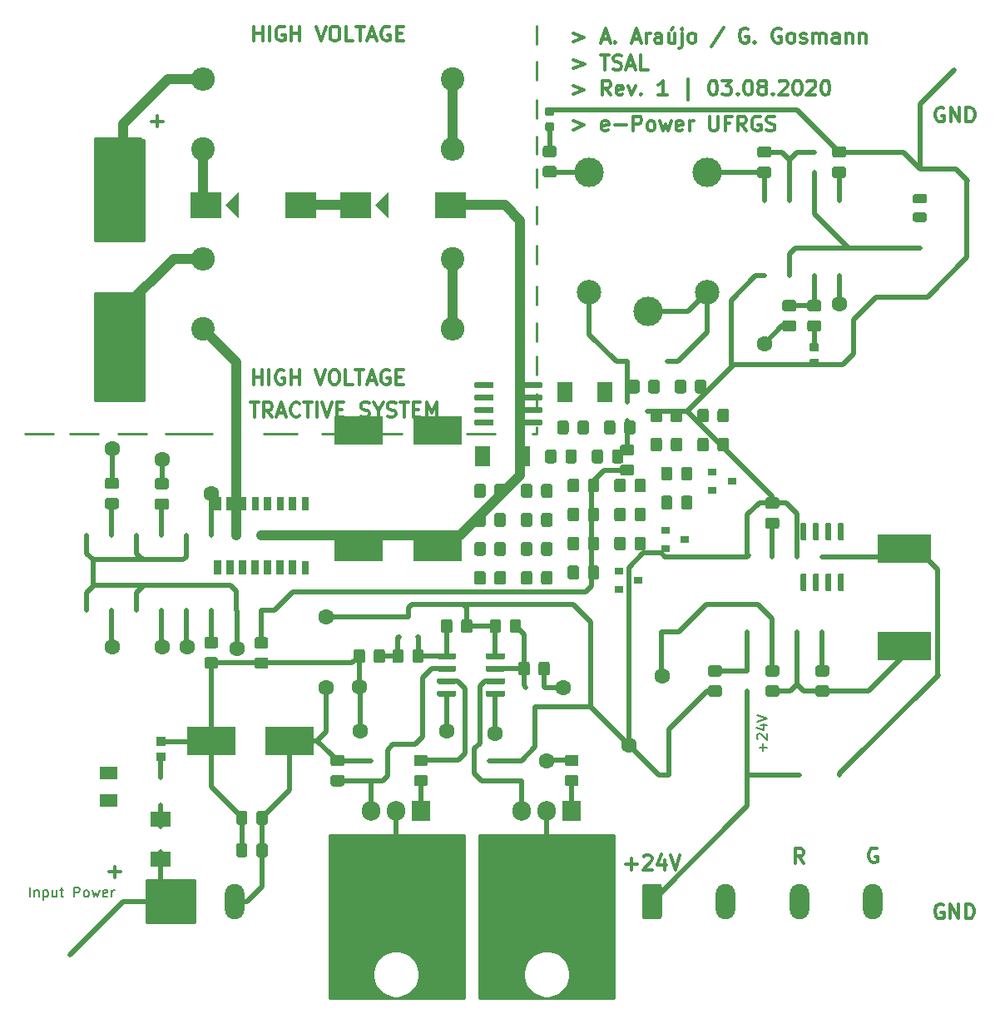
<source format=gbr>
G04 #@! TF.GenerationSoftware,KiCad,Pcbnew,(5.1.5)-3*
G04 #@! TF.CreationDate,2020-08-04T21:29:25-03:00*
G04 #@! TF.ProjectId,TSAL,5453414c-2e6b-4696-9361-645f70636258,rev?*
G04 #@! TF.SameCoordinates,Original*
G04 #@! TF.FileFunction,Copper,L1,Top*
G04 #@! TF.FilePolarity,Positive*
%FSLAX46Y46*%
G04 Gerber Fmt 4.6, Leading zero omitted, Abs format (unit mm)*
G04 Created by KiCad (PCBNEW (5.1.5)-3) date 2020-08-04 21:29:25*
%MOMM*%
%LPD*%
G04 APERTURE LIST*
%ADD10C,0.300000*%
%ADD11C,0.200000*%
%ADD12C,0.100000*%
%ADD13R,0.900000X0.800000*%
%ADD14R,0.800000X1.400000*%
%ADD15R,5.400000X2.900000*%
%ADD16R,2.000000X1.600000*%
%ADD17R,1.600000X2.000000*%
%ADD18R,5.000000X3.000000*%
%ADD19O,3.600000X2.000000*%
%ADD20O,2.000000X3.600000*%
%ADD21R,2.200000X2.200000*%
%ADD22O,2.400000X2.400000*%
%ADD23C,2.400000*%
%ADD24O,1.905000X2.000000*%
%ADD25R,1.905000X2.000000*%
%ADD26C,3.000000*%
%ADD27C,2.500000*%
%ADD28C,1.600000*%
%ADD29C,0.250000*%
%ADD30C,1.000000*%
%ADD31C,0.500000*%
%ADD32C,0.254000*%
G04 APERTURE END LIST*
D10*
X184930742Y-57209571D02*
X186073600Y-57638142D01*
X184930742Y-58066714D01*
X188787885Y-58209571D02*
X188287885Y-57495285D01*
X187930742Y-58209571D02*
X187930742Y-56709571D01*
X188502171Y-56709571D01*
X188645028Y-56781000D01*
X188716457Y-56852428D01*
X188787885Y-56995285D01*
X188787885Y-57209571D01*
X188716457Y-57352428D01*
X188645028Y-57423857D01*
X188502171Y-57495285D01*
X187930742Y-57495285D01*
X190002171Y-58138142D02*
X189859314Y-58209571D01*
X189573600Y-58209571D01*
X189430742Y-58138142D01*
X189359314Y-57995285D01*
X189359314Y-57423857D01*
X189430742Y-57281000D01*
X189573600Y-57209571D01*
X189859314Y-57209571D01*
X190002171Y-57281000D01*
X190073600Y-57423857D01*
X190073600Y-57566714D01*
X189359314Y-57709571D01*
X190573600Y-57209571D02*
X190930742Y-58209571D01*
X191287885Y-57209571D01*
X191859314Y-58066714D02*
X191930742Y-58138142D01*
X191859314Y-58209571D01*
X191787885Y-58138142D01*
X191859314Y-58066714D01*
X191859314Y-58209571D01*
X194502171Y-58209571D02*
X193645028Y-58209571D01*
X194073600Y-58209571D02*
X194073600Y-56709571D01*
X193930742Y-56923857D01*
X193787885Y-57066714D01*
X193645028Y-57138142D01*
X196645028Y-58709571D02*
X196645028Y-56566714D01*
X199145028Y-56709571D02*
X199287885Y-56709571D01*
X199430742Y-56781000D01*
X199502171Y-56852428D01*
X199573600Y-56995285D01*
X199645028Y-57281000D01*
X199645028Y-57638142D01*
X199573600Y-57923857D01*
X199502171Y-58066714D01*
X199430742Y-58138142D01*
X199287885Y-58209571D01*
X199145028Y-58209571D01*
X199002171Y-58138142D01*
X198930742Y-58066714D01*
X198859314Y-57923857D01*
X198787885Y-57638142D01*
X198787885Y-57281000D01*
X198859314Y-56995285D01*
X198930742Y-56852428D01*
X199002171Y-56781000D01*
X199145028Y-56709571D01*
X200145028Y-56709571D02*
X201073600Y-56709571D01*
X200573600Y-57281000D01*
X200787885Y-57281000D01*
X200930742Y-57352428D01*
X201002171Y-57423857D01*
X201073600Y-57566714D01*
X201073600Y-57923857D01*
X201002171Y-58066714D01*
X200930742Y-58138142D01*
X200787885Y-58209571D01*
X200359314Y-58209571D01*
X200216457Y-58138142D01*
X200145028Y-58066714D01*
X201716457Y-58066714D02*
X201787885Y-58138142D01*
X201716457Y-58209571D01*
X201645028Y-58138142D01*
X201716457Y-58066714D01*
X201716457Y-58209571D01*
X202716457Y-56709571D02*
X202859314Y-56709571D01*
X203002171Y-56781000D01*
X203073600Y-56852428D01*
X203145028Y-56995285D01*
X203216457Y-57281000D01*
X203216457Y-57638142D01*
X203145028Y-57923857D01*
X203073600Y-58066714D01*
X203002171Y-58138142D01*
X202859314Y-58209571D01*
X202716457Y-58209571D01*
X202573600Y-58138142D01*
X202502171Y-58066714D01*
X202430742Y-57923857D01*
X202359314Y-57638142D01*
X202359314Y-57281000D01*
X202430742Y-56995285D01*
X202502171Y-56852428D01*
X202573600Y-56781000D01*
X202716457Y-56709571D01*
X204073600Y-57352428D02*
X203930742Y-57281000D01*
X203859314Y-57209571D01*
X203787885Y-57066714D01*
X203787885Y-56995285D01*
X203859314Y-56852428D01*
X203930742Y-56781000D01*
X204073600Y-56709571D01*
X204359314Y-56709571D01*
X204502171Y-56781000D01*
X204573600Y-56852428D01*
X204645028Y-56995285D01*
X204645028Y-57066714D01*
X204573600Y-57209571D01*
X204502171Y-57281000D01*
X204359314Y-57352428D01*
X204073600Y-57352428D01*
X203930742Y-57423857D01*
X203859314Y-57495285D01*
X203787885Y-57638142D01*
X203787885Y-57923857D01*
X203859314Y-58066714D01*
X203930742Y-58138142D01*
X204073600Y-58209571D01*
X204359314Y-58209571D01*
X204502171Y-58138142D01*
X204573600Y-58066714D01*
X204645028Y-57923857D01*
X204645028Y-57638142D01*
X204573600Y-57495285D01*
X204502171Y-57423857D01*
X204359314Y-57352428D01*
X205287885Y-58066714D02*
X205359314Y-58138142D01*
X205287885Y-58209571D01*
X205216457Y-58138142D01*
X205287885Y-58066714D01*
X205287885Y-58209571D01*
X205930742Y-56852428D02*
X206002171Y-56781000D01*
X206145028Y-56709571D01*
X206502171Y-56709571D01*
X206645028Y-56781000D01*
X206716457Y-56852428D01*
X206787885Y-56995285D01*
X206787885Y-57138142D01*
X206716457Y-57352428D01*
X205859314Y-58209571D01*
X206787885Y-58209571D01*
X207716457Y-56709571D02*
X207859314Y-56709571D01*
X208002171Y-56781000D01*
X208073600Y-56852428D01*
X208145028Y-56995285D01*
X208216457Y-57281000D01*
X208216457Y-57638142D01*
X208145028Y-57923857D01*
X208073600Y-58066714D01*
X208002171Y-58138142D01*
X207859314Y-58209571D01*
X207716457Y-58209571D01*
X207573600Y-58138142D01*
X207502171Y-58066714D01*
X207430742Y-57923857D01*
X207359314Y-57638142D01*
X207359314Y-57281000D01*
X207430742Y-56995285D01*
X207502171Y-56852428D01*
X207573600Y-56781000D01*
X207716457Y-56709571D01*
X208787885Y-56852428D02*
X208859314Y-56781000D01*
X209002171Y-56709571D01*
X209359314Y-56709571D01*
X209502171Y-56781000D01*
X209573600Y-56852428D01*
X209645028Y-56995285D01*
X209645028Y-57138142D01*
X209573600Y-57352428D01*
X208716457Y-58209571D01*
X209645028Y-58209571D01*
X210573600Y-56709571D02*
X210716457Y-56709571D01*
X210859314Y-56781000D01*
X210930742Y-56852428D01*
X211002171Y-56995285D01*
X211073600Y-57281000D01*
X211073600Y-57638142D01*
X211002171Y-57923857D01*
X210930742Y-58066714D01*
X210859314Y-58138142D01*
X210716457Y-58209571D01*
X210573600Y-58209571D01*
X210430742Y-58138142D01*
X210359314Y-58066714D01*
X210287885Y-57923857D01*
X210216457Y-57638142D01*
X210216457Y-57281000D01*
X210287885Y-56995285D01*
X210359314Y-56852428D01*
X210430742Y-56781000D01*
X210573600Y-56709571D01*
X184981542Y-54618771D02*
X186124400Y-55047342D01*
X184981542Y-55475914D01*
X187767257Y-54118771D02*
X188624400Y-54118771D01*
X188195828Y-55618771D02*
X188195828Y-54118771D01*
X189052971Y-55547342D02*
X189267257Y-55618771D01*
X189624400Y-55618771D01*
X189767257Y-55547342D01*
X189838685Y-55475914D01*
X189910114Y-55333057D01*
X189910114Y-55190200D01*
X189838685Y-55047342D01*
X189767257Y-54975914D01*
X189624400Y-54904485D01*
X189338685Y-54833057D01*
X189195828Y-54761628D01*
X189124400Y-54690200D01*
X189052971Y-54547342D01*
X189052971Y-54404485D01*
X189124400Y-54261628D01*
X189195828Y-54190200D01*
X189338685Y-54118771D01*
X189695828Y-54118771D01*
X189910114Y-54190200D01*
X190481542Y-55190200D02*
X191195828Y-55190200D01*
X190338685Y-55618771D02*
X190838685Y-54118771D01*
X191338685Y-55618771D01*
X192552971Y-55618771D02*
X191838685Y-55618771D01*
X191838685Y-54118771D01*
X184930742Y-60841771D02*
X186073600Y-61270342D01*
X184930742Y-61698914D01*
X188502171Y-61770342D02*
X188359314Y-61841771D01*
X188073600Y-61841771D01*
X187930742Y-61770342D01*
X187859314Y-61627485D01*
X187859314Y-61056057D01*
X187930742Y-60913200D01*
X188073600Y-60841771D01*
X188359314Y-60841771D01*
X188502171Y-60913200D01*
X188573600Y-61056057D01*
X188573600Y-61198914D01*
X187859314Y-61341771D01*
X189216457Y-61270342D02*
X190359314Y-61270342D01*
X191073600Y-61841771D02*
X191073600Y-60341771D01*
X191645028Y-60341771D01*
X191787885Y-60413200D01*
X191859314Y-60484628D01*
X191930742Y-60627485D01*
X191930742Y-60841771D01*
X191859314Y-60984628D01*
X191787885Y-61056057D01*
X191645028Y-61127485D01*
X191073600Y-61127485D01*
X192787885Y-61841771D02*
X192645028Y-61770342D01*
X192573600Y-61698914D01*
X192502171Y-61556057D01*
X192502171Y-61127485D01*
X192573600Y-60984628D01*
X192645028Y-60913200D01*
X192787885Y-60841771D01*
X193002171Y-60841771D01*
X193145028Y-60913200D01*
X193216457Y-60984628D01*
X193287885Y-61127485D01*
X193287885Y-61556057D01*
X193216457Y-61698914D01*
X193145028Y-61770342D01*
X193002171Y-61841771D01*
X192787885Y-61841771D01*
X193787885Y-60841771D02*
X194073600Y-61841771D01*
X194359314Y-61127485D01*
X194645028Y-61841771D01*
X194930742Y-60841771D01*
X196073600Y-61770342D02*
X195930742Y-61841771D01*
X195645028Y-61841771D01*
X195502171Y-61770342D01*
X195430742Y-61627485D01*
X195430742Y-61056057D01*
X195502171Y-60913200D01*
X195645028Y-60841771D01*
X195930742Y-60841771D01*
X196073600Y-60913200D01*
X196145028Y-61056057D01*
X196145028Y-61198914D01*
X195430742Y-61341771D01*
X196787885Y-61841771D02*
X196787885Y-60841771D01*
X196787885Y-61127485D02*
X196859314Y-60984628D01*
X196930742Y-60913200D01*
X197073600Y-60841771D01*
X197216457Y-60841771D01*
X198859314Y-60341771D02*
X198859314Y-61556057D01*
X198930742Y-61698914D01*
X199002171Y-61770342D01*
X199145028Y-61841771D01*
X199430742Y-61841771D01*
X199573600Y-61770342D01*
X199645028Y-61698914D01*
X199716457Y-61556057D01*
X199716457Y-60341771D01*
X200930742Y-61056057D02*
X200430742Y-61056057D01*
X200430742Y-61841771D02*
X200430742Y-60341771D01*
X201145028Y-60341771D01*
X202573600Y-61841771D02*
X202073600Y-61127485D01*
X201716457Y-61841771D02*
X201716457Y-60341771D01*
X202287885Y-60341771D01*
X202430742Y-60413200D01*
X202502171Y-60484628D01*
X202573600Y-60627485D01*
X202573600Y-60841771D01*
X202502171Y-60984628D01*
X202430742Y-61056057D01*
X202287885Y-61127485D01*
X201716457Y-61127485D01*
X204002171Y-60413200D02*
X203859314Y-60341771D01*
X203645028Y-60341771D01*
X203430742Y-60413200D01*
X203287885Y-60556057D01*
X203216457Y-60698914D01*
X203145028Y-60984628D01*
X203145028Y-61198914D01*
X203216457Y-61484628D01*
X203287885Y-61627485D01*
X203430742Y-61770342D01*
X203645028Y-61841771D01*
X203787885Y-61841771D01*
X204002171Y-61770342D01*
X204073600Y-61698914D01*
X204073600Y-61198914D01*
X203787885Y-61198914D01*
X204645028Y-61770342D02*
X204859314Y-61841771D01*
X205216457Y-61841771D01*
X205359314Y-61770342D01*
X205430742Y-61698914D01*
X205502171Y-61556057D01*
X205502171Y-61413200D01*
X205430742Y-61270342D01*
X205359314Y-61198914D01*
X205216457Y-61127485D01*
X204930742Y-61056057D01*
X204787885Y-60984628D01*
X204716457Y-60913200D01*
X204645028Y-60770342D01*
X204645028Y-60627485D01*
X204716457Y-60484628D01*
X204787885Y-60413200D01*
X204930742Y-60341771D01*
X205287885Y-60341771D01*
X205502171Y-60413200D01*
X184956142Y-51900971D02*
X186099000Y-52329542D01*
X184956142Y-52758114D01*
X187884714Y-52472400D02*
X188599000Y-52472400D01*
X187741857Y-52900971D02*
X188241857Y-51400971D01*
X188741857Y-52900971D01*
X189241857Y-52758114D02*
X189313285Y-52829542D01*
X189241857Y-52900971D01*
X189170428Y-52829542D01*
X189241857Y-52758114D01*
X189241857Y-52900971D01*
X191027571Y-52472400D02*
X191741857Y-52472400D01*
X190884714Y-52900971D02*
X191384714Y-51400971D01*
X191884714Y-52900971D01*
X192384714Y-52900971D02*
X192384714Y-51900971D01*
X192384714Y-52186685D02*
X192456142Y-52043828D01*
X192527571Y-51972400D01*
X192670428Y-51900971D01*
X192813285Y-51900971D01*
X193956142Y-52900971D02*
X193956142Y-52115257D01*
X193884714Y-51972400D01*
X193741857Y-51900971D01*
X193456142Y-51900971D01*
X193313285Y-51972400D01*
X193956142Y-52829542D02*
X193813285Y-52900971D01*
X193456142Y-52900971D01*
X193313285Y-52829542D01*
X193241857Y-52686685D01*
X193241857Y-52543828D01*
X193313285Y-52400971D01*
X193456142Y-52329542D01*
X193813285Y-52329542D01*
X193956142Y-52258114D01*
X195313285Y-51900971D02*
X195313285Y-52900971D01*
X194670428Y-51900971D02*
X194670428Y-52686685D01*
X194741857Y-52829542D01*
X194884714Y-52900971D01*
X195099000Y-52900971D01*
X195241857Y-52829542D01*
X195313285Y-52758114D01*
X195170428Y-51329542D02*
X194956142Y-51543828D01*
X196027571Y-51900971D02*
X196027571Y-53186685D01*
X195956142Y-53329542D01*
X195813285Y-53400971D01*
X195741857Y-53400971D01*
X196027571Y-51400971D02*
X195956142Y-51472400D01*
X196027571Y-51543828D01*
X196099000Y-51472400D01*
X196027571Y-51400971D01*
X196027571Y-51543828D01*
X196956142Y-52900971D02*
X196813285Y-52829542D01*
X196741857Y-52758114D01*
X196670428Y-52615257D01*
X196670428Y-52186685D01*
X196741857Y-52043828D01*
X196813285Y-51972400D01*
X196956142Y-51900971D01*
X197170428Y-51900971D01*
X197313285Y-51972400D01*
X197384714Y-52043828D01*
X197456142Y-52186685D01*
X197456142Y-52615257D01*
X197384714Y-52758114D01*
X197313285Y-52829542D01*
X197170428Y-52900971D01*
X196956142Y-52900971D01*
X200313285Y-51329542D02*
X199027571Y-53258114D01*
X202741857Y-51472400D02*
X202599000Y-51400971D01*
X202384714Y-51400971D01*
X202170428Y-51472400D01*
X202027571Y-51615257D01*
X201956142Y-51758114D01*
X201884714Y-52043828D01*
X201884714Y-52258114D01*
X201956142Y-52543828D01*
X202027571Y-52686685D01*
X202170428Y-52829542D01*
X202384714Y-52900971D01*
X202527571Y-52900971D01*
X202741857Y-52829542D01*
X202813285Y-52758114D01*
X202813285Y-52258114D01*
X202527571Y-52258114D01*
X203456142Y-52758114D02*
X203527571Y-52829542D01*
X203456142Y-52900971D01*
X203384714Y-52829542D01*
X203456142Y-52758114D01*
X203456142Y-52900971D01*
X206099000Y-51472400D02*
X205956142Y-51400971D01*
X205741857Y-51400971D01*
X205527571Y-51472400D01*
X205384714Y-51615257D01*
X205313285Y-51758114D01*
X205241857Y-52043828D01*
X205241857Y-52258114D01*
X205313285Y-52543828D01*
X205384714Y-52686685D01*
X205527571Y-52829542D01*
X205741857Y-52900971D01*
X205884714Y-52900971D01*
X206099000Y-52829542D01*
X206170428Y-52758114D01*
X206170428Y-52258114D01*
X205884714Y-52258114D01*
X207027571Y-52900971D02*
X206884714Y-52829542D01*
X206813285Y-52758114D01*
X206741857Y-52615257D01*
X206741857Y-52186685D01*
X206813285Y-52043828D01*
X206884714Y-51972400D01*
X207027571Y-51900971D01*
X207241857Y-51900971D01*
X207384714Y-51972400D01*
X207456142Y-52043828D01*
X207527571Y-52186685D01*
X207527571Y-52615257D01*
X207456142Y-52758114D01*
X207384714Y-52829542D01*
X207241857Y-52900971D01*
X207027571Y-52900971D01*
X208099000Y-52829542D02*
X208241857Y-52900971D01*
X208527571Y-52900971D01*
X208670428Y-52829542D01*
X208741857Y-52686685D01*
X208741857Y-52615257D01*
X208670428Y-52472400D01*
X208527571Y-52400971D01*
X208313285Y-52400971D01*
X208170428Y-52329542D01*
X208099000Y-52186685D01*
X208099000Y-52115257D01*
X208170428Y-51972400D01*
X208313285Y-51900971D01*
X208527571Y-51900971D01*
X208670428Y-51972400D01*
X209384714Y-52900971D02*
X209384714Y-51900971D01*
X209384714Y-52043828D02*
X209456142Y-51972400D01*
X209599000Y-51900971D01*
X209813285Y-51900971D01*
X209956142Y-51972400D01*
X210027571Y-52115257D01*
X210027571Y-52900971D01*
X210027571Y-52115257D02*
X210099000Y-51972400D01*
X210241857Y-51900971D01*
X210456142Y-51900971D01*
X210599000Y-51972400D01*
X210670428Y-52115257D01*
X210670428Y-52900971D01*
X212027571Y-52900971D02*
X212027571Y-52115257D01*
X211956142Y-51972400D01*
X211813285Y-51900971D01*
X211527571Y-51900971D01*
X211384714Y-51972400D01*
X212027571Y-52829542D02*
X211884714Y-52900971D01*
X211527571Y-52900971D01*
X211384714Y-52829542D01*
X211313285Y-52686685D01*
X211313285Y-52543828D01*
X211384714Y-52400971D01*
X211527571Y-52329542D01*
X211884714Y-52329542D01*
X212027571Y-52258114D01*
X212741857Y-51900971D02*
X212741857Y-52900971D01*
X212741857Y-52043828D02*
X212813285Y-51972400D01*
X212956142Y-51900971D01*
X213170428Y-51900971D01*
X213313285Y-51972400D01*
X213384714Y-52115257D01*
X213384714Y-52900971D01*
X214099000Y-51900971D02*
X214099000Y-52900971D01*
X214099000Y-52043828D02*
X214170428Y-51972400D01*
X214313285Y-51900971D01*
X214527571Y-51900971D01*
X214670428Y-51972400D01*
X214741857Y-52115257D01*
X214741857Y-52900971D01*
X152124971Y-89450171D02*
X152982114Y-89450171D01*
X152553542Y-90950171D02*
X152553542Y-89450171D01*
X154339257Y-90950171D02*
X153839257Y-90235885D01*
X153482114Y-90950171D02*
X153482114Y-89450171D01*
X154053542Y-89450171D01*
X154196400Y-89521600D01*
X154267828Y-89593028D01*
X154339257Y-89735885D01*
X154339257Y-89950171D01*
X154267828Y-90093028D01*
X154196400Y-90164457D01*
X154053542Y-90235885D01*
X153482114Y-90235885D01*
X154910685Y-90521600D02*
X155624971Y-90521600D01*
X154767828Y-90950171D02*
X155267828Y-89450171D01*
X155767828Y-90950171D01*
X157124971Y-90807314D02*
X157053542Y-90878742D01*
X156839257Y-90950171D01*
X156696400Y-90950171D01*
X156482114Y-90878742D01*
X156339257Y-90735885D01*
X156267828Y-90593028D01*
X156196400Y-90307314D01*
X156196400Y-90093028D01*
X156267828Y-89807314D01*
X156339257Y-89664457D01*
X156482114Y-89521600D01*
X156696400Y-89450171D01*
X156839257Y-89450171D01*
X157053542Y-89521600D01*
X157124971Y-89593028D01*
X157553542Y-89450171D02*
X158410685Y-89450171D01*
X157982114Y-90950171D02*
X157982114Y-89450171D01*
X158910685Y-90950171D02*
X158910685Y-89450171D01*
X159410685Y-89450171D02*
X159910685Y-90950171D01*
X160410685Y-89450171D01*
X160910685Y-90164457D02*
X161410685Y-90164457D01*
X161624971Y-90950171D02*
X160910685Y-90950171D01*
X160910685Y-89450171D01*
X161624971Y-89450171D01*
X163339257Y-90878742D02*
X163553542Y-90950171D01*
X163910685Y-90950171D01*
X164053542Y-90878742D01*
X164124971Y-90807314D01*
X164196400Y-90664457D01*
X164196400Y-90521600D01*
X164124971Y-90378742D01*
X164053542Y-90307314D01*
X163910685Y-90235885D01*
X163624971Y-90164457D01*
X163482114Y-90093028D01*
X163410685Y-90021600D01*
X163339257Y-89878742D01*
X163339257Y-89735885D01*
X163410685Y-89593028D01*
X163482114Y-89521600D01*
X163624971Y-89450171D01*
X163982114Y-89450171D01*
X164196400Y-89521600D01*
X165124971Y-90235885D02*
X165124971Y-90950171D01*
X164624971Y-89450171D02*
X165124971Y-90235885D01*
X165624971Y-89450171D01*
X166053542Y-90878742D02*
X166267828Y-90950171D01*
X166624971Y-90950171D01*
X166767828Y-90878742D01*
X166839257Y-90807314D01*
X166910685Y-90664457D01*
X166910685Y-90521600D01*
X166839257Y-90378742D01*
X166767828Y-90307314D01*
X166624971Y-90235885D01*
X166339257Y-90164457D01*
X166196400Y-90093028D01*
X166124971Y-90021600D01*
X166053542Y-89878742D01*
X166053542Y-89735885D01*
X166124971Y-89593028D01*
X166196400Y-89521600D01*
X166339257Y-89450171D01*
X166696400Y-89450171D01*
X166910685Y-89521600D01*
X167339257Y-89450171D02*
X168196400Y-89450171D01*
X167767828Y-90950171D02*
X167767828Y-89450171D01*
X168696400Y-90164457D02*
X169196400Y-90164457D01*
X169410685Y-90950171D02*
X168696400Y-90950171D01*
X168696400Y-89450171D01*
X169410685Y-89450171D01*
X170053542Y-90950171D02*
X170053542Y-89450171D01*
X170553542Y-90521600D01*
X171053542Y-89450171D01*
X171053542Y-90950171D01*
X142074971Y-60863942D02*
X143217828Y-60863942D01*
X142646400Y-61435371D02*
X142646400Y-60292514D01*
X222681942Y-59498800D02*
X222539085Y-59427371D01*
X222324800Y-59427371D01*
X222110514Y-59498800D01*
X221967657Y-59641657D01*
X221896228Y-59784514D01*
X221824800Y-60070228D01*
X221824800Y-60284514D01*
X221896228Y-60570228D01*
X221967657Y-60713085D01*
X222110514Y-60855942D01*
X222324800Y-60927371D01*
X222467657Y-60927371D01*
X222681942Y-60855942D01*
X222753371Y-60784514D01*
X222753371Y-60284514D01*
X222467657Y-60284514D01*
X223396228Y-60927371D02*
X223396228Y-59427371D01*
X224253371Y-60927371D01*
X224253371Y-59427371D01*
X224967657Y-60927371D02*
X224967657Y-59427371D01*
X225324800Y-59427371D01*
X225539085Y-59498800D01*
X225681942Y-59641657D01*
X225753371Y-59784514D01*
X225824800Y-60070228D01*
X225824800Y-60284514D01*
X225753371Y-60570228D01*
X225681942Y-60713085D01*
X225539085Y-60855942D01*
X225324800Y-60927371D01*
X224967657Y-60927371D01*
X222631142Y-140524800D02*
X222488285Y-140453371D01*
X222274000Y-140453371D01*
X222059714Y-140524800D01*
X221916857Y-140667657D01*
X221845428Y-140810514D01*
X221774000Y-141096228D01*
X221774000Y-141310514D01*
X221845428Y-141596228D01*
X221916857Y-141739085D01*
X222059714Y-141881942D01*
X222274000Y-141953371D01*
X222416857Y-141953371D01*
X222631142Y-141881942D01*
X222702571Y-141810514D01*
X222702571Y-141310514D01*
X222416857Y-141310514D01*
X223345428Y-141953371D02*
X223345428Y-140453371D01*
X224202571Y-141953371D01*
X224202571Y-140453371D01*
X224916857Y-141953371D02*
X224916857Y-140453371D01*
X225274000Y-140453371D01*
X225488285Y-140524800D01*
X225631142Y-140667657D01*
X225702571Y-140810514D01*
X225774000Y-141096228D01*
X225774000Y-141310514D01*
X225702571Y-141596228D01*
X225631142Y-141739085D01*
X225488285Y-141881942D01*
X225274000Y-141953371D01*
X224916857Y-141953371D01*
D11*
X204287428Y-124901104D02*
X204287428Y-124139200D01*
X204668380Y-124520152D02*
X203906476Y-124520152D01*
X203763619Y-123710628D02*
X203716000Y-123663009D01*
X203668380Y-123567771D01*
X203668380Y-123329676D01*
X203716000Y-123234438D01*
X203763619Y-123186819D01*
X203858857Y-123139200D01*
X203954095Y-123139200D01*
X204096952Y-123186819D01*
X204668380Y-123758247D01*
X204668380Y-123139200D01*
X204001714Y-122282057D02*
X204668380Y-122282057D01*
X203620761Y-122520152D02*
X204335047Y-122758247D01*
X204335047Y-122139200D01*
X203668380Y-121901104D02*
X204668380Y-121567771D01*
X203668380Y-121234438D01*
D10*
X190346342Y-136403542D02*
X191489200Y-136403542D01*
X190917771Y-136974971D02*
X190917771Y-135832114D01*
X192132057Y-135617828D02*
X192203485Y-135546400D01*
X192346342Y-135474971D01*
X192703485Y-135474971D01*
X192846342Y-135546400D01*
X192917771Y-135617828D01*
X192989200Y-135760685D01*
X192989200Y-135903542D01*
X192917771Y-136117828D01*
X192060628Y-136974971D01*
X192989200Y-136974971D01*
X194274914Y-135974971D02*
X194274914Y-136974971D01*
X193917771Y-135403542D02*
X193560628Y-136474971D01*
X194489200Y-136474971D01*
X194846342Y-135474971D02*
X195346342Y-136974971D01*
X195846342Y-135474971D01*
X215886457Y-134835200D02*
X215743600Y-134763771D01*
X215529314Y-134763771D01*
X215315028Y-134835200D01*
X215172171Y-134978057D01*
X215100742Y-135120914D01*
X215029314Y-135406628D01*
X215029314Y-135620914D01*
X215100742Y-135906628D01*
X215172171Y-136049485D01*
X215315028Y-136192342D01*
X215529314Y-136263771D01*
X215672171Y-136263771D01*
X215886457Y-136192342D01*
X215957885Y-136120914D01*
X215957885Y-135620914D01*
X215672171Y-135620914D01*
X208439485Y-136314571D02*
X207939485Y-135600285D01*
X207582342Y-136314571D02*
X207582342Y-134814571D01*
X208153771Y-134814571D01*
X208296628Y-134886000D01*
X208368057Y-134957428D01*
X208439485Y-135100285D01*
X208439485Y-135314571D01*
X208368057Y-135457428D01*
X208296628Y-135528857D01*
X208153771Y-135600285D01*
X207582342Y-135600285D01*
X137756971Y-137216342D02*
X138899828Y-137216342D01*
X138328400Y-137787771D02*
X138328400Y-136644914D01*
D11*
X129670704Y-139745980D02*
X129670704Y-138745980D01*
X130146895Y-139079314D02*
X130146895Y-139745980D01*
X130146895Y-139174552D02*
X130194514Y-139126933D01*
X130289752Y-139079314D01*
X130432609Y-139079314D01*
X130527847Y-139126933D01*
X130575466Y-139222171D01*
X130575466Y-139745980D01*
X131051657Y-139079314D02*
X131051657Y-140079314D01*
X131051657Y-139126933D02*
X131146895Y-139079314D01*
X131337371Y-139079314D01*
X131432609Y-139126933D01*
X131480228Y-139174552D01*
X131527847Y-139269790D01*
X131527847Y-139555504D01*
X131480228Y-139650742D01*
X131432609Y-139698361D01*
X131337371Y-139745980D01*
X131146895Y-139745980D01*
X131051657Y-139698361D01*
X132384990Y-139079314D02*
X132384990Y-139745980D01*
X131956419Y-139079314D02*
X131956419Y-139603123D01*
X132004038Y-139698361D01*
X132099276Y-139745980D01*
X132242133Y-139745980D01*
X132337371Y-139698361D01*
X132384990Y-139650742D01*
X132718323Y-139079314D02*
X133099276Y-139079314D01*
X132861180Y-138745980D02*
X132861180Y-139603123D01*
X132908800Y-139698361D01*
X133004038Y-139745980D01*
X133099276Y-139745980D01*
X134194514Y-139745980D02*
X134194514Y-138745980D01*
X134575466Y-138745980D01*
X134670704Y-138793600D01*
X134718323Y-138841219D01*
X134765942Y-138936457D01*
X134765942Y-139079314D01*
X134718323Y-139174552D01*
X134670704Y-139222171D01*
X134575466Y-139269790D01*
X134194514Y-139269790D01*
X135337371Y-139745980D02*
X135242133Y-139698361D01*
X135194514Y-139650742D01*
X135146895Y-139555504D01*
X135146895Y-139269790D01*
X135194514Y-139174552D01*
X135242133Y-139126933D01*
X135337371Y-139079314D01*
X135480228Y-139079314D01*
X135575466Y-139126933D01*
X135623085Y-139174552D01*
X135670704Y-139269790D01*
X135670704Y-139555504D01*
X135623085Y-139650742D01*
X135575466Y-139698361D01*
X135480228Y-139745980D01*
X135337371Y-139745980D01*
X136004038Y-139079314D02*
X136194514Y-139745980D01*
X136384990Y-139269790D01*
X136575466Y-139745980D01*
X136765942Y-139079314D01*
X137527847Y-139698361D02*
X137432609Y-139745980D01*
X137242133Y-139745980D01*
X137146895Y-139698361D01*
X137099276Y-139603123D01*
X137099276Y-139222171D01*
X137146895Y-139126933D01*
X137242133Y-139079314D01*
X137432609Y-139079314D01*
X137527847Y-139126933D01*
X137575466Y-139222171D01*
X137575466Y-139317409D01*
X137099276Y-139412647D01*
X138004038Y-139745980D02*
X138004038Y-139079314D01*
X138004038Y-139269790D02*
X138051657Y-139174552D01*
X138099276Y-139126933D01*
X138194514Y-139079314D01*
X138289752Y-139079314D01*
D10*
X152499371Y-52697771D02*
X152499371Y-51197771D01*
X152499371Y-51912057D02*
X153356514Y-51912057D01*
X153356514Y-52697771D02*
X153356514Y-51197771D01*
X154070800Y-52697771D02*
X154070800Y-51197771D01*
X155570800Y-51269200D02*
X155427942Y-51197771D01*
X155213657Y-51197771D01*
X154999371Y-51269200D01*
X154856514Y-51412057D01*
X154785085Y-51554914D01*
X154713657Y-51840628D01*
X154713657Y-52054914D01*
X154785085Y-52340628D01*
X154856514Y-52483485D01*
X154999371Y-52626342D01*
X155213657Y-52697771D01*
X155356514Y-52697771D01*
X155570800Y-52626342D01*
X155642228Y-52554914D01*
X155642228Y-52054914D01*
X155356514Y-52054914D01*
X156285085Y-52697771D02*
X156285085Y-51197771D01*
X156285085Y-51912057D02*
X157142228Y-51912057D01*
X157142228Y-52697771D02*
X157142228Y-51197771D01*
X158785085Y-51197771D02*
X159285085Y-52697771D01*
X159785085Y-51197771D01*
X160570800Y-51197771D02*
X160856514Y-51197771D01*
X160999371Y-51269200D01*
X161142228Y-51412057D01*
X161213657Y-51697771D01*
X161213657Y-52197771D01*
X161142228Y-52483485D01*
X160999371Y-52626342D01*
X160856514Y-52697771D01*
X160570800Y-52697771D01*
X160427942Y-52626342D01*
X160285085Y-52483485D01*
X160213657Y-52197771D01*
X160213657Y-51697771D01*
X160285085Y-51412057D01*
X160427942Y-51269200D01*
X160570800Y-51197771D01*
X162570800Y-52697771D02*
X161856514Y-52697771D01*
X161856514Y-51197771D01*
X162856514Y-51197771D02*
X163713657Y-51197771D01*
X163285085Y-52697771D02*
X163285085Y-51197771D01*
X164142228Y-52269200D02*
X164856514Y-52269200D01*
X163999371Y-52697771D02*
X164499371Y-51197771D01*
X164999371Y-52697771D01*
X166285085Y-51269200D02*
X166142228Y-51197771D01*
X165927942Y-51197771D01*
X165713657Y-51269200D01*
X165570800Y-51412057D01*
X165499371Y-51554914D01*
X165427942Y-51840628D01*
X165427942Y-52054914D01*
X165499371Y-52340628D01*
X165570800Y-52483485D01*
X165713657Y-52626342D01*
X165927942Y-52697771D01*
X166070800Y-52697771D01*
X166285085Y-52626342D01*
X166356514Y-52554914D01*
X166356514Y-52054914D01*
X166070800Y-52054914D01*
X166999371Y-51912057D02*
X167499371Y-51912057D01*
X167713657Y-52697771D02*
X166999371Y-52697771D01*
X166999371Y-51197771D01*
X167713657Y-51197771D01*
X152448571Y-87648171D02*
X152448571Y-86148171D01*
X152448571Y-86862457D02*
X153305714Y-86862457D01*
X153305714Y-87648171D02*
X153305714Y-86148171D01*
X154020000Y-87648171D02*
X154020000Y-86148171D01*
X155520000Y-86219600D02*
X155377142Y-86148171D01*
X155162857Y-86148171D01*
X154948571Y-86219600D01*
X154805714Y-86362457D01*
X154734285Y-86505314D01*
X154662857Y-86791028D01*
X154662857Y-87005314D01*
X154734285Y-87291028D01*
X154805714Y-87433885D01*
X154948571Y-87576742D01*
X155162857Y-87648171D01*
X155305714Y-87648171D01*
X155520000Y-87576742D01*
X155591428Y-87505314D01*
X155591428Y-87005314D01*
X155305714Y-87005314D01*
X156234285Y-87648171D02*
X156234285Y-86148171D01*
X156234285Y-86862457D02*
X157091428Y-86862457D01*
X157091428Y-87648171D02*
X157091428Y-86148171D01*
X158734285Y-86148171D02*
X159234285Y-87648171D01*
X159734285Y-86148171D01*
X160520000Y-86148171D02*
X160805714Y-86148171D01*
X160948571Y-86219600D01*
X161091428Y-86362457D01*
X161162857Y-86648171D01*
X161162857Y-87148171D01*
X161091428Y-87433885D01*
X160948571Y-87576742D01*
X160805714Y-87648171D01*
X160520000Y-87648171D01*
X160377142Y-87576742D01*
X160234285Y-87433885D01*
X160162857Y-87148171D01*
X160162857Y-86648171D01*
X160234285Y-86362457D01*
X160377142Y-86219600D01*
X160520000Y-86148171D01*
X162520000Y-87648171D02*
X161805714Y-87648171D01*
X161805714Y-86148171D01*
X162805714Y-86148171D02*
X163662857Y-86148171D01*
X163234285Y-87648171D02*
X163234285Y-86148171D01*
X164091428Y-87219600D02*
X164805714Y-87219600D01*
X163948571Y-87648171D02*
X164448571Y-86148171D01*
X164948571Y-87648171D01*
X166234285Y-86219600D02*
X166091428Y-86148171D01*
X165877142Y-86148171D01*
X165662857Y-86219600D01*
X165520000Y-86362457D01*
X165448571Y-86505314D01*
X165377142Y-86791028D01*
X165377142Y-87005314D01*
X165448571Y-87291028D01*
X165520000Y-87433885D01*
X165662857Y-87576742D01*
X165877142Y-87648171D01*
X166020000Y-87648171D01*
X166234285Y-87576742D01*
X166305714Y-87505314D01*
X166305714Y-87005314D01*
X166020000Y-87005314D01*
X166948571Y-86862457D02*
X167448571Y-86862457D01*
X167662857Y-87648171D02*
X166948571Y-87648171D01*
X166948571Y-86148171D01*
X167662857Y-86148171D01*
D12*
G36*
X166065200Y-70662800D02*
G01*
X164795200Y-69392800D01*
X166065200Y-68122800D01*
X166065200Y-70662800D01*
G37*
X166065200Y-70662800D02*
X164795200Y-69392800D01*
X166065200Y-68122800D01*
X166065200Y-70662800D01*
G36*
X173939200Y-70662800D02*
G01*
X170891200Y-70662800D01*
X170891200Y-68122800D01*
X173939200Y-68122800D01*
X173939200Y-70662800D01*
G37*
X173939200Y-70662800D02*
X170891200Y-70662800D01*
X170891200Y-68122800D01*
X173939200Y-68122800D01*
X173939200Y-70662800D01*
G36*
X164287200Y-70662800D02*
G01*
X161239200Y-70662800D01*
X161239200Y-68122800D01*
X164287200Y-68122800D01*
X164287200Y-70662800D01*
G37*
X164287200Y-70662800D02*
X161239200Y-70662800D01*
X161239200Y-68122800D01*
X164287200Y-68122800D01*
X164287200Y-70662800D01*
G36*
X150825200Y-70662800D02*
G01*
X149555200Y-69392800D01*
X150825200Y-68122800D01*
X150825200Y-70662800D01*
G37*
X150825200Y-70662800D02*
X149555200Y-69392800D01*
X150825200Y-68122800D01*
X150825200Y-70662800D01*
G36*
X158699200Y-70662800D02*
G01*
X155651200Y-70662800D01*
X155651200Y-68122800D01*
X158699200Y-68122800D01*
X158699200Y-70662800D01*
G37*
X158699200Y-70662800D02*
X155651200Y-70662800D01*
X155651200Y-68122800D01*
X158699200Y-68122800D01*
X158699200Y-70662800D01*
G36*
X149047200Y-70662800D02*
G01*
X145999200Y-70662800D01*
X145999200Y-68122800D01*
X149047200Y-68122800D01*
X149047200Y-70662800D01*
G37*
X149047200Y-70662800D02*
X145999200Y-70662800D01*
X145999200Y-68122800D01*
X149047200Y-68122800D01*
X149047200Y-70662800D01*
D13*
X191607000Y-107550000D03*
X189607000Y-108500000D03*
X189607000Y-106600000D03*
G04 #@! TA.AperFunction,SMDPad,CuDef*
D12*
G36*
X212381703Y-106882122D02*
G01*
X212396264Y-106884282D01*
X212410543Y-106887859D01*
X212424403Y-106892818D01*
X212437710Y-106899112D01*
X212450336Y-106906680D01*
X212462159Y-106915448D01*
X212473066Y-106925334D01*
X212482952Y-106936241D01*
X212491720Y-106948064D01*
X212499288Y-106960690D01*
X212505582Y-106973997D01*
X212510541Y-106987857D01*
X212514118Y-107002136D01*
X212516278Y-107016697D01*
X212517000Y-107031400D01*
X212517000Y-108481400D01*
X212516278Y-108496103D01*
X212514118Y-108510664D01*
X212510541Y-108524943D01*
X212505582Y-108538803D01*
X212499288Y-108552110D01*
X212491720Y-108564736D01*
X212482952Y-108576559D01*
X212473066Y-108587466D01*
X212462159Y-108597352D01*
X212450336Y-108606120D01*
X212437710Y-108613688D01*
X212424403Y-108619982D01*
X212410543Y-108624941D01*
X212396264Y-108628518D01*
X212381703Y-108630678D01*
X212367000Y-108631400D01*
X212067000Y-108631400D01*
X212052297Y-108630678D01*
X212037736Y-108628518D01*
X212023457Y-108624941D01*
X212009597Y-108619982D01*
X211996290Y-108613688D01*
X211983664Y-108606120D01*
X211971841Y-108597352D01*
X211960934Y-108587466D01*
X211951048Y-108576559D01*
X211942280Y-108564736D01*
X211934712Y-108552110D01*
X211928418Y-108538803D01*
X211923459Y-108524943D01*
X211919882Y-108510664D01*
X211917722Y-108496103D01*
X211917000Y-108481400D01*
X211917000Y-107031400D01*
X211917722Y-107016697D01*
X211919882Y-107002136D01*
X211923459Y-106987857D01*
X211928418Y-106973997D01*
X211934712Y-106960690D01*
X211942280Y-106948064D01*
X211951048Y-106936241D01*
X211960934Y-106925334D01*
X211971841Y-106915448D01*
X211983664Y-106906680D01*
X211996290Y-106899112D01*
X212009597Y-106892818D01*
X212023457Y-106887859D01*
X212037736Y-106884282D01*
X212052297Y-106882122D01*
X212067000Y-106881400D01*
X212367000Y-106881400D01*
X212381703Y-106882122D01*
G37*
G04 #@! TD.AperFunction*
G04 #@! TA.AperFunction,SMDPad,CuDef*
G36*
X211111703Y-106882122D02*
G01*
X211126264Y-106884282D01*
X211140543Y-106887859D01*
X211154403Y-106892818D01*
X211167710Y-106899112D01*
X211180336Y-106906680D01*
X211192159Y-106915448D01*
X211203066Y-106925334D01*
X211212952Y-106936241D01*
X211221720Y-106948064D01*
X211229288Y-106960690D01*
X211235582Y-106973997D01*
X211240541Y-106987857D01*
X211244118Y-107002136D01*
X211246278Y-107016697D01*
X211247000Y-107031400D01*
X211247000Y-108481400D01*
X211246278Y-108496103D01*
X211244118Y-108510664D01*
X211240541Y-108524943D01*
X211235582Y-108538803D01*
X211229288Y-108552110D01*
X211221720Y-108564736D01*
X211212952Y-108576559D01*
X211203066Y-108587466D01*
X211192159Y-108597352D01*
X211180336Y-108606120D01*
X211167710Y-108613688D01*
X211154403Y-108619982D01*
X211140543Y-108624941D01*
X211126264Y-108628518D01*
X211111703Y-108630678D01*
X211097000Y-108631400D01*
X210797000Y-108631400D01*
X210782297Y-108630678D01*
X210767736Y-108628518D01*
X210753457Y-108624941D01*
X210739597Y-108619982D01*
X210726290Y-108613688D01*
X210713664Y-108606120D01*
X210701841Y-108597352D01*
X210690934Y-108587466D01*
X210681048Y-108576559D01*
X210672280Y-108564736D01*
X210664712Y-108552110D01*
X210658418Y-108538803D01*
X210653459Y-108524943D01*
X210649882Y-108510664D01*
X210647722Y-108496103D01*
X210647000Y-108481400D01*
X210647000Y-107031400D01*
X210647722Y-107016697D01*
X210649882Y-107002136D01*
X210653459Y-106987857D01*
X210658418Y-106973997D01*
X210664712Y-106960690D01*
X210672280Y-106948064D01*
X210681048Y-106936241D01*
X210690934Y-106925334D01*
X210701841Y-106915448D01*
X210713664Y-106906680D01*
X210726290Y-106899112D01*
X210739597Y-106892818D01*
X210753457Y-106887859D01*
X210767736Y-106884282D01*
X210782297Y-106882122D01*
X210797000Y-106881400D01*
X211097000Y-106881400D01*
X211111703Y-106882122D01*
G37*
G04 #@! TD.AperFunction*
G04 #@! TA.AperFunction,SMDPad,CuDef*
G36*
X209841703Y-106882122D02*
G01*
X209856264Y-106884282D01*
X209870543Y-106887859D01*
X209884403Y-106892818D01*
X209897710Y-106899112D01*
X209910336Y-106906680D01*
X209922159Y-106915448D01*
X209933066Y-106925334D01*
X209942952Y-106936241D01*
X209951720Y-106948064D01*
X209959288Y-106960690D01*
X209965582Y-106973997D01*
X209970541Y-106987857D01*
X209974118Y-107002136D01*
X209976278Y-107016697D01*
X209977000Y-107031400D01*
X209977000Y-108481400D01*
X209976278Y-108496103D01*
X209974118Y-108510664D01*
X209970541Y-108524943D01*
X209965582Y-108538803D01*
X209959288Y-108552110D01*
X209951720Y-108564736D01*
X209942952Y-108576559D01*
X209933066Y-108587466D01*
X209922159Y-108597352D01*
X209910336Y-108606120D01*
X209897710Y-108613688D01*
X209884403Y-108619982D01*
X209870543Y-108624941D01*
X209856264Y-108628518D01*
X209841703Y-108630678D01*
X209827000Y-108631400D01*
X209527000Y-108631400D01*
X209512297Y-108630678D01*
X209497736Y-108628518D01*
X209483457Y-108624941D01*
X209469597Y-108619982D01*
X209456290Y-108613688D01*
X209443664Y-108606120D01*
X209431841Y-108597352D01*
X209420934Y-108587466D01*
X209411048Y-108576559D01*
X209402280Y-108564736D01*
X209394712Y-108552110D01*
X209388418Y-108538803D01*
X209383459Y-108524943D01*
X209379882Y-108510664D01*
X209377722Y-108496103D01*
X209377000Y-108481400D01*
X209377000Y-107031400D01*
X209377722Y-107016697D01*
X209379882Y-107002136D01*
X209383459Y-106987857D01*
X209388418Y-106973997D01*
X209394712Y-106960690D01*
X209402280Y-106948064D01*
X209411048Y-106936241D01*
X209420934Y-106925334D01*
X209431841Y-106915448D01*
X209443664Y-106906680D01*
X209456290Y-106899112D01*
X209469597Y-106892818D01*
X209483457Y-106887859D01*
X209497736Y-106884282D01*
X209512297Y-106882122D01*
X209527000Y-106881400D01*
X209827000Y-106881400D01*
X209841703Y-106882122D01*
G37*
G04 #@! TD.AperFunction*
G04 #@! TA.AperFunction,SMDPad,CuDef*
G36*
X208571703Y-106882122D02*
G01*
X208586264Y-106884282D01*
X208600543Y-106887859D01*
X208614403Y-106892818D01*
X208627710Y-106899112D01*
X208640336Y-106906680D01*
X208652159Y-106915448D01*
X208663066Y-106925334D01*
X208672952Y-106936241D01*
X208681720Y-106948064D01*
X208689288Y-106960690D01*
X208695582Y-106973997D01*
X208700541Y-106987857D01*
X208704118Y-107002136D01*
X208706278Y-107016697D01*
X208707000Y-107031400D01*
X208707000Y-108481400D01*
X208706278Y-108496103D01*
X208704118Y-108510664D01*
X208700541Y-108524943D01*
X208695582Y-108538803D01*
X208689288Y-108552110D01*
X208681720Y-108564736D01*
X208672952Y-108576559D01*
X208663066Y-108587466D01*
X208652159Y-108597352D01*
X208640336Y-108606120D01*
X208627710Y-108613688D01*
X208614403Y-108619982D01*
X208600543Y-108624941D01*
X208586264Y-108628518D01*
X208571703Y-108630678D01*
X208557000Y-108631400D01*
X208257000Y-108631400D01*
X208242297Y-108630678D01*
X208227736Y-108628518D01*
X208213457Y-108624941D01*
X208199597Y-108619982D01*
X208186290Y-108613688D01*
X208173664Y-108606120D01*
X208161841Y-108597352D01*
X208150934Y-108587466D01*
X208141048Y-108576559D01*
X208132280Y-108564736D01*
X208124712Y-108552110D01*
X208118418Y-108538803D01*
X208113459Y-108524943D01*
X208109882Y-108510664D01*
X208107722Y-108496103D01*
X208107000Y-108481400D01*
X208107000Y-107031400D01*
X208107722Y-107016697D01*
X208109882Y-107002136D01*
X208113459Y-106987857D01*
X208118418Y-106973997D01*
X208124712Y-106960690D01*
X208132280Y-106948064D01*
X208141048Y-106936241D01*
X208150934Y-106925334D01*
X208161841Y-106915448D01*
X208173664Y-106906680D01*
X208186290Y-106899112D01*
X208199597Y-106892818D01*
X208213457Y-106887859D01*
X208227736Y-106884282D01*
X208242297Y-106882122D01*
X208257000Y-106881400D01*
X208557000Y-106881400D01*
X208571703Y-106882122D01*
G37*
G04 #@! TD.AperFunction*
G04 #@! TA.AperFunction,SMDPad,CuDef*
G36*
X208571703Y-101732122D02*
G01*
X208586264Y-101734282D01*
X208600543Y-101737859D01*
X208614403Y-101742818D01*
X208627710Y-101749112D01*
X208640336Y-101756680D01*
X208652159Y-101765448D01*
X208663066Y-101775334D01*
X208672952Y-101786241D01*
X208681720Y-101798064D01*
X208689288Y-101810690D01*
X208695582Y-101823997D01*
X208700541Y-101837857D01*
X208704118Y-101852136D01*
X208706278Y-101866697D01*
X208707000Y-101881400D01*
X208707000Y-103331400D01*
X208706278Y-103346103D01*
X208704118Y-103360664D01*
X208700541Y-103374943D01*
X208695582Y-103388803D01*
X208689288Y-103402110D01*
X208681720Y-103414736D01*
X208672952Y-103426559D01*
X208663066Y-103437466D01*
X208652159Y-103447352D01*
X208640336Y-103456120D01*
X208627710Y-103463688D01*
X208614403Y-103469982D01*
X208600543Y-103474941D01*
X208586264Y-103478518D01*
X208571703Y-103480678D01*
X208557000Y-103481400D01*
X208257000Y-103481400D01*
X208242297Y-103480678D01*
X208227736Y-103478518D01*
X208213457Y-103474941D01*
X208199597Y-103469982D01*
X208186290Y-103463688D01*
X208173664Y-103456120D01*
X208161841Y-103447352D01*
X208150934Y-103437466D01*
X208141048Y-103426559D01*
X208132280Y-103414736D01*
X208124712Y-103402110D01*
X208118418Y-103388803D01*
X208113459Y-103374943D01*
X208109882Y-103360664D01*
X208107722Y-103346103D01*
X208107000Y-103331400D01*
X208107000Y-101881400D01*
X208107722Y-101866697D01*
X208109882Y-101852136D01*
X208113459Y-101837857D01*
X208118418Y-101823997D01*
X208124712Y-101810690D01*
X208132280Y-101798064D01*
X208141048Y-101786241D01*
X208150934Y-101775334D01*
X208161841Y-101765448D01*
X208173664Y-101756680D01*
X208186290Y-101749112D01*
X208199597Y-101742818D01*
X208213457Y-101737859D01*
X208227736Y-101734282D01*
X208242297Y-101732122D01*
X208257000Y-101731400D01*
X208557000Y-101731400D01*
X208571703Y-101732122D01*
G37*
G04 #@! TD.AperFunction*
G04 #@! TA.AperFunction,SMDPad,CuDef*
G36*
X209841703Y-101732122D02*
G01*
X209856264Y-101734282D01*
X209870543Y-101737859D01*
X209884403Y-101742818D01*
X209897710Y-101749112D01*
X209910336Y-101756680D01*
X209922159Y-101765448D01*
X209933066Y-101775334D01*
X209942952Y-101786241D01*
X209951720Y-101798064D01*
X209959288Y-101810690D01*
X209965582Y-101823997D01*
X209970541Y-101837857D01*
X209974118Y-101852136D01*
X209976278Y-101866697D01*
X209977000Y-101881400D01*
X209977000Y-103331400D01*
X209976278Y-103346103D01*
X209974118Y-103360664D01*
X209970541Y-103374943D01*
X209965582Y-103388803D01*
X209959288Y-103402110D01*
X209951720Y-103414736D01*
X209942952Y-103426559D01*
X209933066Y-103437466D01*
X209922159Y-103447352D01*
X209910336Y-103456120D01*
X209897710Y-103463688D01*
X209884403Y-103469982D01*
X209870543Y-103474941D01*
X209856264Y-103478518D01*
X209841703Y-103480678D01*
X209827000Y-103481400D01*
X209527000Y-103481400D01*
X209512297Y-103480678D01*
X209497736Y-103478518D01*
X209483457Y-103474941D01*
X209469597Y-103469982D01*
X209456290Y-103463688D01*
X209443664Y-103456120D01*
X209431841Y-103447352D01*
X209420934Y-103437466D01*
X209411048Y-103426559D01*
X209402280Y-103414736D01*
X209394712Y-103402110D01*
X209388418Y-103388803D01*
X209383459Y-103374943D01*
X209379882Y-103360664D01*
X209377722Y-103346103D01*
X209377000Y-103331400D01*
X209377000Y-101881400D01*
X209377722Y-101866697D01*
X209379882Y-101852136D01*
X209383459Y-101837857D01*
X209388418Y-101823997D01*
X209394712Y-101810690D01*
X209402280Y-101798064D01*
X209411048Y-101786241D01*
X209420934Y-101775334D01*
X209431841Y-101765448D01*
X209443664Y-101756680D01*
X209456290Y-101749112D01*
X209469597Y-101742818D01*
X209483457Y-101737859D01*
X209497736Y-101734282D01*
X209512297Y-101732122D01*
X209527000Y-101731400D01*
X209827000Y-101731400D01*
X209841703Y-101732122D01*
G37*
G04 #@! TD.AperFunction*
G04 #@! TA.AperFunction,SMDPad,CuDef*
G36*
X211111703Y-101732122D02*
G01*
X211126264Y-101734282D01*
X211140543Y-101737859D01*
X211154403Y-101742818D01*
X211167710Y-101749112D01*
X211180336Y-101756680D01*
X211192159Y-101765448D01*
X211203066Y-101775334D01*
X211212952Y-101786241D01*
X211221720Y-101798064D01*
X211229288Y-101810690D01*
X211235582Y-101823997D01*
X211240541Y-101837857D01*
X211244118Y-101852136D01*
X211246278Y-101866697D01*
X211247000Y-101881400D01*
X211247000Y-103331400D01*
X211246278Y-103346103D01*
X211244118Y-103360664D01*
X211240541Y-103374943D01*
X211235582Y-103388803D01*
X211229288Y-103402110D01*
X211221720Y-103414736D01*
X211212952Y-103426559D01*
X211203066Y-103437466D01*
X211192159Y-103447352D01*
X211180336Y-103456120D01*
X211167710Y-103463688D01*
X211154403Y-103469982D01*
X211140543Y-103474941D01*
X211126264Y-103478518D01*
X211111703Y-103480678D01*
X211097000Y-103481400D01*
X210797000Y-103481400D01*
X210782297Y-103480678D01*
X210767736Y-103478518D01*
X210753457Y-103474941D01*
X210739597Y-103469982D01*
X210726290Y-103463688D01*
X210713664Y-103456120D01*
X210701841Y-103447352D01*
X210690934Y-103437466D01*
X210681048Y-103426559D01*
X210672280Y-103414736D01*
X210664712Y-103402110D01*
X210658418Y-103388803D01*
X210653459Y-103374943D01*
X210649882Y-103360664D01*
X210647722Y-103346103D01*
X210647000Y-103331400D01*
X210647000Y-101881400D01*
X210647722Y-101866697D01*
X210649882Y-101852136D01*
X210653459Y-101837857D01*
X210658418Y-101823997D01*
X210664712Y-101810690D01*
X210672280Y-101798064D01*
X210681048Y-101786241D01*
X210690934Y-101775334D01*
X210701841Y-101765448D01*
X210713664Y-101756680D01*
X210726290Y-101749112D01*
X210739597Y-101742818D01*
X210753457Y-101737859D01*
X210767736Y-101734282D01*
X210782297Y-101732122D01*
X210797000Y-101731400D01*
X211097000Y-101731400D01*
X211111703Y-101732122D01*
G37*
G04 #@! TD.AperFunction*
G04 #@! TA.AperFunction,SMDPad,CuDef*
G36*
X212381703Y-101732122D02*
G01*
X212396264Y-101734282D01*
X212410543Y-101737859D01*
X212424403Y-101742818D01*
X212437710Y-101749112D01*
X212450336Y-101756680D01*
X212462159Y-101765448D01*
X212473066Y-101775334D01*
X212482952Y-101786241D01*
X212491720Y-101798064D01*
X212499288Y-101810690D01*
X212505582Y-101823997D01*
X212510541Y-101837857D01*
X212514118Y-101852136D01*
X212516278Y-101866697D01*
X212517000Y-101881400D01*
X212517000Y-103331400D01*
X212516278Y-103346103D01*
X212514118Y-103360664D01*
X212510541Y-103374943D01*
X212505582Y-103388803D01*
X212499288Y-103402110D01*
X212491720Y-103414736D01*
X212482952Y-103426559D01*
X212473066Y-103437466D01*
X212462159Y-103447352D01*
X212450336Y-103456120D01*
X212437710Y-103463688D01*
X212424403Y-103469982D01*
X212410543Y-103474941D01*
X212396264Y-103478518D01*
X212381703Y-103480678D01*
X212367000Y-103481400D01*
X212067000Y-103481400D01*
X212052297Y-103480678D01*
X212037736Y-103478518D01*
X212023457Y-103474941D01*
X212009597Y-103469982D01*
X211996290Y-103463688D01*
X211983664Y-103456120D01*
X211971841Y-103447352D01*
X211960934Y-103437466D01*
X211951048Y-103426559D01*
X211942280Y-103414736D01*
X211934712Y-103402110D01*
X211928418Y-103388803D01*
X211923459Y-103374943D01*
X211919882Y-103360664D01*
X211917722Y-103346103D01*
X211917000Y-103331400D01*
X211917000Y-101881400D01*
X211917722Y-101866697D01*
X211919882Y-101852136D01*
X211923459Y-101837857D01*
X211928418Y-101823997D01*
X211934712Y-101810690D01*
X211942280Y-101798064D01*
X211951048Y-101786241D01*
X211960934Y-101775334D01*
X211971841Y-101765448D01*
X211983664Y-101756680D01*
X211996290Y-101749112D01*
X212009597Y-101742818D01*
X212023457Y-101737859D01*
X212037736Y-101734282D01*
X212052297Y-101732122D01*
X212067000Y-101731400D01*
X212367000Y-101731400D01*
X212381703Y-101732122D01*
G37*
G04 #@! TD.AperFunction*
D13*
X196357000Y-103390000D03*
X194357000Y-104340000D03*
X194357000Y-102440000D03*
G04 #@! TA.AperFunction,SMDPad,CuDef*
D12*
G36*
X181671703Y-87385722D02*
G01*
X181686264Y-87387882D01*
X181700543Y-87391459D01*
X181714403Y-87396418D01*
X181727710Y-87402712D01*
X181740336Y-87410280D01*
X181752159Y-87419048D01*
X181763066Y-87428934D01*
X181772952Y-87439841D01*
X181781720Y-87451664D01*
X181789288Y-87464290D01*
X181795582Y-87477597D01*
X181800541Y-87491457D01*
X181804118Y-87505736D01*
X181806278Y-87520297D01*
X181807000Y-87535000D01*
X181807000Y-87835000D01*
X181806278Y-87849703D01*
X181804118Y-87864264D01*
X181800541Y-87878543D01*
X181795582Y-87892403D01*
X181789288Y-87905710D01*
X181781720Y-87918336D01*
X181772952Y-87930159D01*
X181763066Y-87941066D01*
X181752159Y-87950952D01*
X181740336Y-87959720D01*
X181727710Y-87967288D01*
X181714403Y-87973582D01*
X181700543Y-87978541D01*
X181686264Y-87982118D01*
X181671703Y-87984278D01*
X181657000Y-87985000D01*
X180007000Y-87985000D01*
X179992297Y-87984278D01*
X179977736Y-87982118D01*
X179963457Y-87978541D01*
X179949597Y-87973582D01*
X179936290Y-87967288D01*
X179923664Y-87959720D01*
X179911841Y-87950952D01*
X179900934Y-87941066D01*
X179891048Y-87930159D01*
X179882280Y-87918336D01*
X179874712Y-87905710D01*
X179868418Y-87892403D01*
X179863459Y-87878543D01*
X179859882Y-87864264D01*
X179857722Y-87849703D01*
X179857000Y-87835000D01*
X179857000Y-87535000D01*
X179857722Y-87520297D01*
X179859882Y-87505736D01*
X179863459Y-87491457D01*
X179868418Y-87477597D01*
X179874712Y-87464290D01*
X179882280Y-87451664D01*
X179891048Y-87439841D01*
X179900934Y-87428934D01*
X179911841Y-87419048D01*
X179923664Y-87410280D01*
X179936290Y-87402712D01*
X179949597Y-87396418D01*
X179963457Y-87391459D01*
X179977736Y-87387882D01*
X179992297Y-87385722D01*
X180007000Y-87385000D01*
X181657000Y-87385000D01*
X181671703Y-87385722D01*
G37*
G04 #@! TD.AperFunction*
G04 #@! TA.AperFunction,SMDPad,CuDef*
G36*
X181671703Y-88655722D02*
G01*
X181686264Y-88657882D01*
X181700543Y-88661459D01*
X181714403Y-88666418D01*
X181727710Y-88672712D01*
X181740336Y-88680280D01*
X181752159Y-88689048D01*
X181763066Y-88698934D01*
X181772952Y-88709841D01*
X181781720Y-88721664D01*
X181789288Y-88734290D01*
X181795582Y-88747597D01*
X181800541Y-88761457D01*
X181804118Y-88775736D01*
X181806278Y-88790297D01*
X181807000Y-88805000D01*
X181807000Y-89105000D01*
X181806278Y-89119703D01*
X181804118Y-89134264D01*
X181800541Y-89148543D01*
X181795582Y-89162403D01*
X181789288Y-89175710D01*
X181781720Y-89188336D01*
X181772952Y-89200159D01*
X181763066Y-89211066D01*
X181752159Y-89220952D01*
X181740336Y-89229720D01*
X181727710Y-89237288D01*
X181714403Y-89243582D01*
X181700543Y-89248541D01*
X181686264Y-89252118D01*
X181671703Y-89254278D01*
X181657000Y-89255000D01*
X180007000Y-89255000D01*
X179992297Y-89254278D01*
X179977736Y-89252118D01*
X179963457Y-89248541D01*
X179949597Y-89243582D01*
X179936290Y-89237288D01*
X179923664Y-89229720D01*
X179911841Y-89220952D01*
X179900934Y-89211066D01*
X179891048Y-89200159D01*
X179882280Y-89188336D01*
X179874712Y-89175710D01*
X179868418Y-89162403D01*
X179863459Y-89148543D01*
X179859882Y-89134264D01*
X179857722Y-89119703D01*
X179857000Y-89105000D01*
X179857000Y-88805000D01*
X179857722Y-88790297D01*
X179859882Y-88775736D01*
X179863459Y-88761457D01*
X179868418Y-88747597D01*
X179874712Y-88734290D01*
X179882280Y-88721664D01*
X179891048Y-88709841D01*
X179900934Y-88698934D01*
X179911841Y-88689048D01*
X179923664Y-88680280D01*
X179936290Y-88672712D01*
X179949597Y-88666418D01*
X179963457Y-88661459D01*
X179977736Y-88657882D01*
X179992297Y-88655722D01*
X180007000Y-88655000D01*
X181657000Y-88655000D01*
X181671703Y-88655722D01*
G37*
G04 #@! TD.AperFunction*
G04 #@! TA.AperFunction,SMDPad,CuDef*
G36*
X181671703Y-89925722D02*
G01*
X181686264Y-89927882D01*
X181700543Y-89931459D01*
X181714403Y-89936418D01*
X181727710Y-89942712D01*
X181740336Y-89950280D01*
X181752159Y-89959048D01*
X181763066Y-89968934D01*
X181772952Y-89979841D01*
X181781720Y-89991664D01*
X181789288Y-90004290D01*
X181795582Y-90017597D01*
X181800541Y-90031457D01*
X181804118Y-90045736D01*
X181806278Y-90060297D01*
X181807000Y-90075000D01*
X181807000Y-90375000D01*
X181806278Y-90389703D01*
X181804118Y-90404264D01*
X181800541Y-90418543D01*
X181795582Y-90432403D01*
X181789288Y-90445710D01*
X181781720Y-90458336D01*
X181772952Y-90470159D01*
X181763066Y-90481066D01*
X181752159Y-90490952D01*
X181740336Y-90499720D01*
X181727710Y-90507288D01*
X181714403Y-90513582D01*
X181700543Y-90518541D01*
X181686264Y-90522118D01*
X181671703Y-90524278D01*
X181657000Y-90525000D01*
X180007000Y-90525000D01*
X179992297Y-90524278D01*
X179977736Y-90522118D01*
X179963457Y-90518541D01*
X179949597Y-90513582D01*
X179936290Y-90507288D01*
X179923664Y-90499720D01*
X179911841Y-90490952D01*
X179900934Y-90481066D01*
X179891048Y-90470159D01*
X179882280Y-90458336D01*
X179874712Y-90445710D01*
X179868418Y-90432403D01*
X179863459Y-90418543D01*
X179859882Y-90404264D01*
X179857722Y-90389703D01*
X179857000Y-90375000D01*
X179857000Y-90075000D01*
X179857722Y-90060297D01*
X179859882Y-90045736D01*
X179863459Y-90031457D01*
X179868418Y-90017597D01*
X179874712Y-90004290D01*
X179882280Y-89991664D01*
X179891048Y-89979841D01*
X179900934Y-89968934D01*
X179911841Y-89959048D01*
X179923664Y-89950280D01*
X179936290Y-89942712D01*
X179949597Y-89936418D01*
X179963457Y-89931459D01*
X179977736Y-89927882D01*
X179992297Y-89925722D01*
X180007000Y-89925000D01*
X181657000Y-89925000D01*
X181671703Y-89925722D01*
G37*
G04 #@! TD.AperFunction*
G04 #@! TA.AperFunction,SMDPad,CuDef*
G36*
X181671703Y-91195722D02*
G01*
X181686264Y-91197882D01*
X181700543Y-91201459D01*
X181714403Y-91206418D01*
X181727710Y-91212712D01*
X181740336Y-91220280D01*
X181752159Y-91229048D01*
X181763066Y-91238934D01*
X181772952Y-91249841D01*
X181781720Y-91261664D01*
X181789288Y-91274290D01*
X181795582Y-91287597D01*
X181800541Y-91301457D01*
X181804118Y-91315736D01*
X181806278Y-91330297D01*
X181807000Y-91345000D01*
X181807000Y-91645000D01*
X181806278Y-91659703D01*
X181804118Y-91674264D01*
X181800541Y-91688543D01*
X181795582Y-91702403D01*
X181789288Y-91715710D01*
X181781720Y-91728336D01*
X181772952Y-91740159D01*
X181763066Y-91751066D01*
X181752159Y-91760952D01*
X181740336Y-91769720D01*
X181727710Y-91777288D01*
X181714403Y-91783582D01*
X181700543Y-91788541D01*
X181686264Y-91792118D01*
X181671703Y-91794278D01*
X181657000Y-91795000D01*
X180007000Y-91795000D01*
X179992297Y-91794278D01*
X179977736Y-91792118D01*
X179963457Y-91788541D01*
X179949597Y-91783582D01*
X179936290Y-91777288D01*
X179923664Y-91769720D01*
X179911841Y-91760952D01*
X179900934Y-91751066D01*
X179891048Y-91740159D01*
X179882280Y-91728336D01*
X179874712Y-91715710D01*
X179868418Y-91702403D01*
X179863459Y-91688543D01*
X179859882Y-91674264D01*
X179857722Y-91659703D01*
X179857000Y-91645000D01*
X179857000Y-91345000D01*
X179857722Y-91330297D01*
X179859882Y-91315736D01*
X179863459Y-91301457D01*
X179868418Y-91287597D01*
X179874712Y-91274290D01*
X179882280Y-91261664D01*
X179891048Y-91249841D01*
X179900934Y-91238934D01*
X179911841Y-91229048D01*
X179923664Y-91220280D01*
X179936290Y-91212712D01*
X179949597Y-91206418D01*
X179963457Y-91201459D01*
X179977736Y-91197882D01*
X179992297Y-91195722D01*
X180007000Y-91195000D01*
X181657000Y-91195000D01*
X181671703Y-91195722D01*
G37*
G04 #@! TD.AperFunction*
G04 #@! TA.AperFunction,SMDPad,CuDef*
G36*
X176721703Y-91195722D02*
G01*
X176736264Y-91197882D01*
X176750543Y-91201459D01*
X176764403Y-91206418D01*
X176777710Y-91212712D01*
X176790336Y-91220280D01*
X176802159Y-91229048D01*
X176813066Y-91238934D01*
X176822952Y-91249841D01*
X176831720Y-91261664D01*
X176839288Y-91274290D01*
X176845582Y-91287597D01*
X176850541Y-91301457D01*
X176854118Y-91315736D01*
X176856278Y-91330297D01*
X176857000Y-91345000D01*
X176857000Y-91645000D01*
X176856278Y-91659703D01*
X176854118Y-91674264D01*
X176850541Y-91688543D01*
X176845582Y-91702403D01*
X176839288Y-91715710D01*
X176831720Y-91728336D01*
X176822952Y-91740159D01*
X176813066Y-91751066D01*
X176802159Y-91760952D01*
X176790336Y-91769720D01*
X176777710Y-91777288D01*
X176764403Y-91783582D01*
X176750543Y-91788541D01*
X176736264Y-91792118D01*
X176721703Y-91794278D01*
X176707000Y-91795000D01*
X175057000Y-91795000D01*
X175042297Y-91794278D01*
X175027736Y-91792118D01*
X175013457Y-91788541D01*
X174999597Y-91783582D01*
X174986290Y-91777288D01*
X174973664Y-91769720D01*
X174961841Y-91760952D01*
X174950934Y-91751066D01*
X174941048Y-91740159D01*
X174932280Y-91728336D01*
X174924712Y-91715710D01*
X174918418Y-91702403D01*
X174913459Y-91688543D01*
X174909882Y-91674264D01*
X174907722Y-91659703D01*
X174907000Y-91645000D01*
X174907000Y-91345000D01*
X174907722Y-91330297D01*
X174909882Y-91315736D01*
X174913459Y-91301457D01*
X174918418Y-91287597D01*
X174924712Y-91274290D01*
X174932280Y-91261664D01*
X174941048Y-91249841D01*
X174950934Y-91238934D01*
X174961841Y-91229048D01*
X174973664Y-91220280D01*
X174986290Y-91212712D01*
X174999597Y-91206418D01*
X175013457Y-91201459D01*
X175027736Y-91197882D01*
X175042297Y-91195722D01*
X175057000Y-91195000D01*
X176707000Y-91195000D01*
X176721703Y-91195722D01*
G37*
G04 #@! TD.AperFunction*
G04 #@! TA.AperFunction,SMDPad,CuDef*
G36*
X176721703Y-89925722D02*
G01*
X176736264Y-89927882D01*
X176750543Y-89931459D01*
X176764403Y-89936418D01*
X176777710Y-89942712D01*
X176790336Y-89950280D01*
X176802159Y-89959048D01*
X176813066Y-89968934D01*
X176822952Y-89979841D01*
X176831720Y-89991664D01*
X176839288Y-90004290D01*
X176845582Y-90017597D01*
X176850541Y-90031457D01*
X176854118Y-90045736D01*
X176856278Y-90060297D01*
X176857000Y-90075000D01*
X176857000Y-90375000D01*
X176856278Y-90389703D01*
X176854118Y-90404264D01*
X176850541Y-90418543D01*
X176845582Y-90432403D01*
X176839288Y-90445710D01*
X176831720Y-90458336D01*
X176822952Y-90470159D01*
X176813066Y-90481066D01*
X176802159Y-90490952D01*
X176790336Y-90499720D01*
X176777710Y-90507288D01*
X176764403Y-90513582D01*
X176750543Y-90518541D01*
X176736264Y-90522118D01*
X176721703Y-90524278D01*
X176707000Y-90525000D01*
X175057000Y-90525000D01*
X175042297Y-90524278D01*
X175027736Y-90522118D01*
X175013457Y-90518541D01*
X174999597Y-90513582D01*
X174986290Y-90507288D01*
X174973664Y-90499720D01*
X174961841Y-90490952D01*
X174950934Y-90481066D01*
X174941048Y-90470159D01*
X174932280Y-90458336D01*
X174924712Y-90445710D01*
X174918418Y-90432403D01*
X174913459Y-90418543D01*
X174909882Y-90404264D01*
X174907722Y-90389703D01*
X174907000Y-90375000D01*
X174907000Y-90075000D01*
X174907722Y-90060297D01*
X174909882Y-90045736D01*
X174913459Y-90031457D01*
X174918418Y-90017597D01*
X174924712Y-90004290D01*
X174932280Y-89991664D01*
X174941048Y-89979841D01*
X174950934Y-89968934D01*
X174961841Y-89959048D01*
X174973664Y-89950280D01*
X174986290Y-89942712D01*
X174999597Y-89936418D01*
X175013457Y-89931459D01*
X175027736Y-89927882D01*
X175042297Y-89925722D01*
X175057000Y-89925000D01*
X176707000Y-89925000D01*
X176721703Y-89925722D01*
G37*
G04 #@! TD.AperFunction*
G04 #@! TA.AperFunction,SMDPad,CuDef*
G36*
X176721703Y-88655722D02*
G01*
X176736264Y-88657882D01*
X176750543Y-88661459D01*
X176764403Y-88666418D01*
X176777710Y-88672712D01*
X176790336Y-88680280D01*
X176802159Y-88689048D01*
X176813066Y-88698934D01*
X176822952Y-88709841D01*
X176831720Y-88721664D01*
X176839288Y-88734290D01*
X176845582Y-88747597D01*
X176850541Y-88761457D01*
X176854118Y-88775736D01*
X176856278Y-88790297D01*
X176857000Y-88805000D01*
X176857000Y-89105000D01*
X176856278Y-89119703D01*
X176854118Y-89134264D01*
X176850541Y-89148543D01*
X176845582Y-89162403D01*
X176839288Y-89175710D01*
X176831720Y-89188336D01*
X176822952Y-89200159D01*
X176813066Y-89211066D01*
X176802159Y-89220952D01*
X176790336Y-89229720D01*
X176777710Y-89237288D01*
X176764403Y-89243582D01*
X176750543Y-89248541D01*
X176736264Y-89252118D01*
X176721703Y-89254278D01*
X176707000Y-89255000D01*
X175057000Y-89255000D01*
X175042297Y-89254278D01*
X175027736Y-89252118D01*
X175013457Y-89248541D01*
X174999597Y-89243582D01*
X174986290Y-89237288D01*
X174973664Y-89229720D01*
X174961841Y-89220952D01*
X174950934Y-89211066D01*
X174941048Y-89200159D01*
X174932280Y-89188336D01*
X174924712Y-89175710D01*
X174918418Y-89162403D01*
X174913459Y-89148543D01*
X174909882Y-89134264D01*
X174907722Y-89119703D01*
X174907000Y-89105000D01*
X174907000Y-88805000D01*
X174907722Y-88790297D01*
X174909882Y-88775736D01*
X174913459Y-88761457D01*
X174918418Y-88747597D01*
X174924712Y-88734290D01*
X174932280Y-88721664D01*
X174941048Y-88709841D01*
X174950934Y-88698934D01*
X174961841Y-88689048D01*
X174973664Y-88680280D01*
X174986290Y-88672712D01*
X174999597Y-88666418D01*
X175013457Y-88661459D01*
X175027736Y-88657882D01*
X175042297Y-88655722D01*
X175057000Y-88655000D01*
X176707000Y-88655000D01*
X176721703Y-88655722D01*
G37*
G04 #@! TD.AperFunction*
G04 #@! TA.AperFunction,SMDPad,CuDef*
G36*
X176721703Y-87385722D02*
G01*
X176736264Y-87387882D01*
X176750543Y-87391459D01*
X176764403Y-87396418D01*
X176777710Y-87402712D01*
X176790336Y-87410280D01*
X176802159Y-87419048D01*
X176813066Y-87428934D01*
X176822952Y-87439841D01*
X176831720Y-87451664D01*
X176839288Y-87464290D01*
X176845582Y-87477597D01*
X176850541Y-87491457D01*
X176854118Y-87505736D01*
X176856278Y-87520297D01*
X176857000Y-87535000D01*
X176857000Y-87835000D01*
X176856278Y-87849703D01*
X176854118Y-87864264D01*
X176850541Y-87878543D01*
X176845582Y-87892403D01*
X176839288Y-87905710D01*
X176831720Y-87918336D01*
X176822952Y-87930159D01*
X176813066Y-87941066D01*
X176802159Y-87950952D01*
X176790336Y-87959720D01*
X176777710Y-87967288D01*
X176764403Y-87973582D01*
X176750543Y-87978541D01*
X176736264Y-87982118D01*
X176721703Y-87984278D01*
X176707000Y-87985000D01*
X175057000Y-87985000D01*
X175042297Y-87984278D01*
X175027736Y-87982118D01*
X175013457Y-87978541D01*
X174999597Y-87973582D01*
X174986290Y-87967288D01*
X174973664Y-87959720D01*
X174961841Y-87950952D01*
X174950934Y-87941066D01*
X174941048Y-87930159D01*
X174932280Y-87918336D01*
X174924712Y-87905710D01*
X174918418Y-87892403D01*
X174913459Y-87878543D01*
X174909882Y-87864264D01*
X174907722Y-87849703D01*
X174907000Y-87835000D01*
X174907000Y-87535000D01*
X174907722Y-87520297D01*
X174909882Y-87505736D01*
X174913459Y-87491457D01*
X174918418Y-87477597D01*
X174924712Y-87464290D01*
X174932280Y-87451664D01*
X174941048Y-87439841D01*
X174950934Y-87428934D01*
X174961841Y-87419048D01*
X174973664Y-87410280D01*
X174986290Y-87402712D01*
X174999597Y-87396418D01*
X175013457Y-87391459D01*
X175027736Y-87387882D01*
X175042297Y-87385722D01*
X175057000Y-87385000D01*
X176707000Y-87385000D01*
X176721703Y-87385722D01*
G37*
G04 #@! TD.AperFunction*
D14*
X157683200Y-106247000D03*
G04 #@! TA.AperFunction,SMDPad,CuDef*
D12*
G36*
X156013200Y-105547000D02*
G01*
X156813200Y-105547000D01*
X156813200Y-106947000D01*
X156013200Y-106947000D01*
X156013200Y-105547000D01*
G37*
G04 #@! TD.AperFunction*
G04 #@! TA.AperFunction,SMDPad,CuDef*
G36*
X154743200Y-105547000D02*
G01*
X155543200Y-105547000D01*
X155543200Y-106947000D01*
X154743200Y-106947000D01*
X154743200Y-105547000D01*
G37*
G04 #@! TD.AperFunction*
G04 #@! TA.AperFunction,SMDPad,CuDef*
G36*
X153473200Y-105547000D02*
G01*
X154273200Y-105547000D01*
X154273200Y-106947000D01*
X153473200Y-106947000D01*
X153473200Y-105547000D01*
G37*
G04 #@! TD.AperFunction*
G04 #@! TA.AperFunction,SMDPad,CuDef*
G36*
X152203200Y-105547000D02*
G01*
X153003200Y-105547000D01*
X153003200Y-106947000D01*
X152203200Y-106947000D01*
X152203200Y-105547000D01*
G37*
G04 #@! TD.AperFunction*
G04 #@! TA.AperFunction,SMDPad,CuDef*
G36*
X150933200Y-105547000D02*
G01*
X151733200Y-105547000D01*
X151733200Y-106947000D01*
X150933200Y-106947000D01*
X150933200Y-105547000D01*
G37*
G04 #@! TD.AperFunction*
G04 #@! TA.AperFunction,SMDPad,CuDef*
G36*
X149663200Y-105547000D02*
G01*
X150463200Y-105547000D01*
X150463200Y-106947000D01*
X149663200Y-106947000D01*
X149663200Y-105547000D01*
G37*
G04 #@! TD.AperFunction*
G04 #@! TA.AperFunction,SMDPad,CuDef*
G36*
X148393200Y-105547000D02*
G01*
X149193200Y-105547000D01*
X149193200Y-106947000D01*
X148393200Y-106947000D01*
X148393200Y-105547000D01*
G37*
G04 #@! TD.AperFunction*
G04 #@! TA.AperFunction,SMDPad,CuDef*
G36*
X148393200Y-99047000D02*
G01*
X149193200Y-99047000D01*
X149193200Y-100447000D01*
X148393200Y-100447000D01*
X148393200Y-99047000D01*
G37*
G04 #@! TD.AperFunction*
G04 #@! TA.AperFunction,SMDPad,CuDef*
G36*
X149663200Y-99047000D02*
G01*
X150463200Y-99047000D01*
X150463200Y-100447000D01*
X149663200Y-100447000D01*
X149663200Y-99047000D01*
G37*
G04 #@! TD.AperFunction*
G04 #@! TA.AperFunction,SMDPad,CuDef*
G36*
X150933200Y-99047000D02*
G01*
X151733200Y-99047000D01*
X151733200Y-100447000D01*
X150933200Y-100447000D01*
X150933200Y-99047000D01*
G37*
G04 #@! TD.AperFunction*
D14*
X152603200Y-99747000D03*
G04 #@! TA.AperFunction,SMDPad,CuDef*
D12*
G36*
X153473200Y-99047000D02*
G01*
X154273200Y-99047000D01*
X154273200Y-100447000D01*
X153473200Y-100447000D01*
X153473200Y-99047000D01*
G37*
G04 #@! TD.AperFunction*
D14*
X155143200Y-99747000D03*
G04 #@! TA.AperFunction,SMDPad,CuDef*
D12*
G36*
X156013200Y-99047000D02*
G01*
X156813200Y-99047000D01*
X156813200Y-100447000D01*
X156013200Y-100447000D01*
X156013200Y-99047000D01*
G37*
G04 #@! TD.AperFunction*
D14*
X157683200Y-99747000D03*
G04 #@! TA.AperFunction,SMDPad,CuDef*
D12*
G36*
X196881505Y-98941204D02*
G01*
X196905773Y-98944804D01*
X196929572Y-98950765D01*
X196952671Y-98959030D01*
X196974850Y-98969520D01*
X196995893Y-98982132D01*
X197015599Y-98996747D01*
X197033777Y-99013223D01*
X197050253Y-99031401D01*
X197064868Y-99051107D01*
X197077480Y-99072150D01*
X197087970Y-99094329D01*
X197096235Y-99117428D01*
X197102196Y-99141227D01*
X197105796Y-99165495D01*
X197107000Y-99189999D01*
X197107000Y-100090001D01*
X197105796Y-100114505D01*
X197102196Y-100138773D01*
X197096235Y-100162572D01*
X197087970Y-100185671D01*
X197077480Y-100207850D01*
X197064868Y-100228893D01*
X197050253Y-100248599D01*
X197033777Y-100266777D01*
X197015599Y-100283253D01*
X196995893Y-100297868D01*
X196974850Y-100310480D01*
X196952671Y-100320970D01*
X196929572Y-100329235D01*
X196905773Y-100335196D01*
X196881505Y-100338796D01*
X196857001Y-100340000D01*
X196206999Y-100340000D01*
X196182495Y-100338796D01*
X196158227Y-100335196D01*
X196134428Y-100329235D01*
X196111329Y-100320970D01*
X196089150Y-100310480D01*
X196068107Y-100297868D01*
X196048401Y-100283253D01*
X196030223Y-100266777D01*
X196013747Y-100248599D01*
X195999132Y-100228893D01*
X195986520Y-100207850D01*
X195976030Y-100185671D01*
X195967765Y-100162572D01*
X195961804Y-100138773D01*
X195958204Y-100114505D01*
X195957000Y-100090001D01*
X195957000Y-99189999D01*
X195958204Y-99165495D01*
X195961804Y-99141227D01*
X195967765Y-99117428D01*
X195976030Y-99094329D01*
X195986520Y-99072150D01*
X195999132Y-99051107D01*
X196013747Y-99031401D01*
X196030223Y-99013223D01*
X196048401Y-98996747D01*
X196068107Y-98982132D01*
X196089150Y-98969520D01*
X196111329Y-98959030D01*
X196134428Y-98950765D01*
X196158227Y-98944804D01*
X196182495Y-98941204D01*
X196206999Y-98940000D01*
X196857001Y-98940000D01*
X196881505Y-98941204D01*
G37*
G04 #@! TD.AperFunction*
G04 #@! TA.AperFunction,SMDPad,CuDef*
G36*
X194831505Y-98941204D02*
G01*
X194855773Y-98944804D01*
X194879572Y-98950765D01*
X194902671Y-98959030D01*
X194924850Y-98969520D01*
X194945893Y-98982132D01*
X194965599Y-98996747D01*
X194983777Y-99013223D01*
X195000253Y-99031401D01*
X195014868Y-99051107D01*
X195027480Y-99072150D01*
X195037970Y-99094329D01*
X195046235Y-99117428D01*
X195052196Y-99141227D01*
X195055796Y-99165495D01*
X195057000Y-99189999D01*
X195057000Y-100090001D01*
X195055796Y-100114505D01*
X195052196Y-100138773D01*
X195046235Y-100162572D01*
X195037970Y-100185671D01*
X195027480Y-100207850D01*
X195014868Y-100228893D01*
X195000253Y-100248599D01*
X194983777Y-100266777D01*
X194965599Y-100283253D01*
X194945893Y-100297868D01*
X194924850Y-100310480D01*
X194902671Y-100320970D01*
X194879572Y-100329235D01*
X194855773Y-100335196D01*
X194831505Y-100338796D01*
X194807001Y-100340000D01*
X194156999Y-100340000D01*
X194132495Y-100338796D01*
X194108227Y-100335196D01*
X194084428Y-100329235D01*
X194061329Y-100320970D01*
X194039150Y-100310480D01*
X194018107Y-100297868D01*
X193998401Y-100283253D01*
X193980223Y-100266777D01*
X193963747Y-100248599D01*
X193949132Y-100228893D01*
X193936520Y-100207850D01*
X193926030Y-100185671D01*
X193917765Y-100162572D01*
X193911804Y-100138773D01*
X193908204Y-100114505D01*
X193907000Y-100090001D01*
X193907000Y-99189999D01*
X193908204Y-99165495D01*
X193911804Y-99141227D01*
X193917765Y-99117428D01*
X193926030Y-99094329D01*
X193936520Y-99072150D01*
X193949132Y-99051107D01*
X193963747Y-99031401D01*
X193980223Y-99013223D01*
X193998401Y-98996747D01*
X194018107Y-98982132D01*
X194039150Y-98969520D01*
X194061329Y-98959030D01*
X194084428Y-98950765D01*
X194108227Y-98944804D01*
X194132495Y-98941204D01*
X194156999Y-98940000D01*
X194807001Y-98940000D01*
X194831505Y-98941204D01*
G37*
G04 #@! TD.AperFunction*
G04 #@! TA.AperFunction,SMDPad,CuDef*
G36*
X192131505Y-103101204D02*
G01*
X192155773Y-103104804D01*
X192179572Y-103110765D01*
X192202671Y-103119030D01*
X192224850Y-103129520D01*
X192245893Y-103142132D01*
X192265599Y-103156747D01*
X192283777Y-103173223D01*
X192300253Y-103191401D01*
X192314868Y-103211107D01*
X192327480Y-103232150D01*
X192337970Y-103254329D01*
X192346235Y-103277428D01*
X192352196Y-103301227D01*
X192355796Y-103325495D01*
X192357000Y-103349999D01*
X192357000Y-104250001D01*
X192355796Y-104274505D01*
X192352196Y-104298773D01*
X192346235Y-104322572D01*
X192337970Y-104345671D01*
X192327480Y-104367850D01*
X192314868Y-104388893D01*
X192300253Y-104408599D01*
X192283777Y-104426777D01*
X192265599Y-104443253D01*
X192245893Y-104457868D01*
X192224850Y-104470480D01*
X192202671Y-104480970D01*
X192179572Y-104489235D01*
X192155773Y-104495196D01*
X192131505Y-104498796D01*
X192107001Y-104500000D01*
X191456999Y-104500000D01*
X191432495Y-104498796D01*
X191408227Y-104495196D01*
X191384428Y-104489235D01*
X191361329Y-104480970D01*
X191339150Y-104470480D01*
X191318107Y-104457868D01*
X191298401Y-104443253D01*
X191280223Y-104426777D01*
X191263747Y-104408599D01*
X191249132Y-104388893D01*
X191236520Y-104367850D01*
X191226030Y-104345671D01*
X191217765Y-104322572D01*
X191211804Y-104298773D01*
X191208204Y-104274505D01*
X191207000Y-104250001D01*
X191207000Y-103349999D01*
X191208204Y-103325495D01*
X191211804Y-103301227D01*
X191217765Y-103277428D01*
X191226030Y-103254329D01*
X191236520Y-103232150D01*
X191249132Y-103211107D01*
X191263747Y-103191401D01*
X191280223Y-103173223D01*
X191298401Y-103156747D01*
X191318107Y-103142132D01*
X191339150Y-103129520D01*
X191361329Y-103119030D01*
X191384428Y-103110765D01*
X191408227Y-103104804D01*
X191432495Y-103101204D01*
X191456999Y-103100000D01*
X192107001Y-103100000D01*
X192131505Y-103101204D01*
G37*
G04 #@! TD.AperFunction*
G04 #@! TA.AperFunction,SMDPad,CuDef*
G36*
X190081505Y-103101204D02*
G01*
X190105773Y-103104804D01*
X190129572Y-103110765D01*
X190152671Y-103119030D01*
X190174850Y-103129520D01*
X190195893Y-103142132D01*
X190215599Y-103156747D01*
X190233777Y-103173223D01*
X190250253Y-103191401D01*
X190264868Y-103211107D01*
X190277480Y-103232150D01*
X190287970Y-103254329D01*
X190296235Y-103277428D01*
X190302196Y-103301227D01*
X190305796Y-103325495D01*
X190307000Y-103349999D01*
X190307000Y-104250001D01*
X190305796Y-104274505D01*
X190302196Y-104298773D01*
X190296235Y-104322572D01*
X190287970Y-104345671D01*
X190277480Y-104367850D01*
X190264868Y-104388893D01*
X190250253Y-104408599D01*
X190233777Y-104426777D01*
X190215599Y-104443253D01*
X190195893Y-104457868D01*
X190174850Y-104470480D01*
X190152671Y-104480970D01*
X190129572Y-104489235D01*
X190105773Y-104495196D01*
X190081505Y-104498796D01*
X190057001Y-104500000D01*
X189406999Y-104500000D01*
X189382495Y-104498796D01*
X189358227Y-104495196D01*
X189334428Y-104489235D01*
X189311329Y-104480970D01*
X189289150Y-104470480D01*
X189268107Y-104457868D01*
X189248401Y-104443253D01*
X189230223Y-104426777D01*
X189213747Y-104408599D01*
X189199132Y-104388893D01*
X189186520Y-104367850D01*
X189176030Y-104345671D01*
X189167765Y-104322572D01*
X189161804Y-104298773D01*
X189158204Y-104274505D01*
X189157000Y-104250001D01*
X189157000Y-103349999D01*
X189158204Y-103325495D01*
X189161804Y-103301227D01*
X189167765Y-103277428D01*
X189176030Y-103254329D01*
X189186520Y-103232150D01*
X189199132Y-103211107D01*
X189213747Y-103191401D01*
X189230223Y-103173223D01*
X189248401Y-103156747D01*
X189268107Y-103142132D01*
X189289150Y-103129520D01*
X189311329Y-103119030D01*
X189334428Y-103110765D01*
X189358227Y-103104804D01*
X189382495Y-103101204D01*
X189406999Y-103100000D01*
X190057001Y-103100000D01*
X190081505Y-103101204D01*
G37*
G04 #@! TD.AperFunction*
G04 #@! TA.AperFunction,SMDPad,CuDef*
G36*
X196881505Y-95991204D02*
G01*
X196905773Y-95994804D01*
X196929572Y-96000765D01*
X196952671Y-96009030D01*
X196974850Y-96019520D01*
X196995893Y-96032132D01*
X197015599Y-96046747D01*
X197033777Y-96063223D01*
X197050253Y-96081401D01*
X197064868Y-96101107D01*
X197077480Y-96122150D01*
X197087970Y-96144329D01*
X197096235Y-96167428D01*
X197102196Y-96191227D01*
X197105796Y-96215495D01*
X197107000Y-96239999D01*
X197107000Y-97140001D01*
X197105796Y-97164505D01*
X197102196Y-97188773D01*
X197096235Y-97212572D01*
X197087970Y-97235671D01*
X197077480Y-97257850D01*
X197064868Y-97278893D01*
X197050253Y-97298599D01*
X197033777Y-97316777D01*
X197015599Y-97333253D01*
X196995893Y-97347868D01*
X196974850Y-97360480D01*
X196952671Y-97370970D01*
X196929572Y-97379235D01*
X196905773Y-97385196D01*
X196881505Y-97388796D01*
X196857001Y-97390000D01*
X196206999Y-97390000D01*
X196182495Y-97388796D01*
X196158227Y-97385196D01*
X196134428Y-97379235D01*
X196111329Y-97370970D01*
X196089150Y-97360480D01*
X196068107Y-97347868D01*
X196048401Y-97333253D01*
X196030223Y-97316777D01*
X196013747Y-97298599D01*
X195999132Y-97278893D01*
X195986520Y-97257850D01*
X195976030Y-97235671D01*
X195967765Y-97212572D01*
X195961804Y-97188773D01*
X195958204Y-97164505D01*
X195957000Y-97140001D01*
X195957000Y-96239999D01*
X195958204Y-96215495D01*
X195961804Y-96191227D01*
X195967765Y-96167428D01*
X195976030Y-96144329D01*
X195986520Y-96122150D01*
X195999132Y-96101107D01*
X196013747Y-96081401D01*
X196030223Y-96063223D01*
X196048401Y-96046747D01*
X196068107Y-96032132D01*
X196089150Y-96019520D01*
X196111329Y-96009030D01*
X196134428Y-96000765D01*
X196158227Y-95994804D01*
X196182495Y-95991204D01*
X196206999Y-95990000D01*
X196857001Y-95990000D01*
X196881505Y-95991204D01*
G37*
G04 #@! TD.AperFunction*
G04 #@! TA.AperFunction,SMDPad,CuDef*
G36*
X194831505Y-95991204D02*
G01*
X194855773Y-95994804D01*
X194879572Y-96000765D01*
X194902671Y-96009030D01*
X194924850Y-96019520D01*
X194945893Y-96032132D01*
X194965599Y-96046747D01*
X194983777Y-96063223D01*
X195000253Y-96081401D01*
X195014868Y-96101107D01*
X195027480Y-96122150D01*
X195037970Y-96144329D01*
X195046235Y-96167428D01*
X195052196Y-96191227D01*
X195055796Y-96215495D01*
X195057000Y-96239999D01*
X195057000Y-97140001D01*
X195055796Y-97164505D01*
X195052196Y-97188773D01*
X195046235Y-97212572D01*
X195037970Y-97235671D01*
X195027480Y-97257850D01*
X195014868Y-97278893D01*
X195000253Y-97298599D01*
X194983777Y-97316777D01*
X194965599Y-97333253D01*
X194945893Y-97347868D01*
X194924850Y-97360480D01*
X194902671Y-97370970D01*
X194879572Y-97379235D01*
X194855773Y-97385196D01*
X194831505Y-97388796D01*
X194807001Y-97390000D01*
X194156999Y-97390000D01*
X194132495Y-97388796D01*
X194108227Y-97385196D01*
X194084428Y-97379235D01*
X194061329Y-97370970D01*
X194039150Y-97360480D01*
X194018107Y-97347868D01*
X193998401Y-97333253D01*
X193980223Y-97316777D01*
X193963747Y-97298599D01*
X193949132Y-97278893D01*
X193936520Y-97257850D01*
X193926030Y-97235671D01*
X193917765Y-97212572D01*
X193911804Y-97188773D01*
X193908204Y-97164505D01*
X193907000Y-97140001D01*
X193907000Y-96239999D01*
X193908204Y-96215495D01*
X193911804Y-96191227D01*
X193917765Y-96167428D01*
X193926030Y-96144329D01*
X193936520Y-96122150D01*
X193949132Y-96101107D01*
X193963747Y-96081401D01*
X193980223Y-96063223D01*
X193998401Y-96046747D01*
X194018107Y-96032132D01*
X194039150Y-96019520D01*
X194061329Y-96009030D01*
X194084428Y-96000765D01*
X194108227Y-95994804D01*
X194132495Y-95991204D01*
X194156999Y-95990000D01*
X194807001Y-95990000D01*
X194831505Y-95991204D01*
G37*
G04 #@! TD.AperFunction*
G04 #@! TA.AperFunction,SMDPad,CuDef*
G36*
X200581505Y-93041204D02*
G01*
X200605773Y-93044804D01*
X200629572Y-93050765D01*
X200652671Y-93059030D01*
X200674850Y-93069520D01*
X200695893Y-93082132D01*
X200715599Y-93096747D01*
X200733777Y-93113223D01*
X200750253Y-93131401D01*
X200764868Y-93151107D01*
X200777480Y-93172150D01*
X200787970Y-93194329D01*
X200796235Y-93217428D01*
X200802196Y-93241227D01*
X200805796Y-93265495D01*
X200807000Y-93289999D01*
X200807000Y-94190001D01*
X200805796Y-94214505D01*
X200802196Y-94238773D01*
X200796235Y-94262572D01*
X200787970Y-94285671D01*
X200777480Y-94307850D01*
X200764868Y-94328893D01*
X200750253Y-94348599D01*
X200733777Y-94366777D01*
X200715599Y-94383253D01*
X200695893Y-94397868D01*
X200674850Y-94410480D01*
X200652671Y-94420970D01*
X200629572Y-94429235D01*
X200605773Y-94435196D01*
X200581505Y-94438796D01*
X200557001Y-94440000D01*
X199906999Y-94440000D01*
X199882495Y-94438796D01*
X199858227Y-94435196D01*
X199834428Y-94429235D01*
X199811329Y-94420970D01*
X199789150Y-94410480D01*
X199768107Y-94397868D01*
X199748401Y-94383253D01*
X199730223Y-94366777D01*
X199713747Y-94348599D01*
X199699132Y-94328893D01*
X199686520Y-94307850D01*
X199676030Y-94285671D01*
X199667765Y-94262572D01*
X199661804Y-94238773D01*
X199658204Y-94214505D01*
X199657000Y-94190001D01*
X199657000Y-93289999D01*
X199658204Y-93265495D01*
X199661804Y-93241227D01*
X199667765Y-93217428D01*
X199676030Y-93194329D01*
X199686520Y-93172150D01*
X199699132Y-93151107D01*
X199713747Y-93131401D01*
X199730223Y-93113223D01*
X199748401Y-93096747D01*
X199768107Y-93082132D01*
X199789150Y-93069520D01*
X199811329Y-93059030D01*
X199834428Y-93050765D01*
X199858227Y-93044804D01*
X199882495Y-93041204D01*
X199906999Y-93040000D01*
X200557001Y-93040000D01*
X200581505Y-93041204D01*
G37*
G04 #@! TD.AperFunction*
G04 #@! TA.AperFunction,SMDPad,CuDef*
G36*
X198531505Y-93041204D02*
G01*
X198555773Y-93044804D01*
X198579572Y-93050765D01*
X198602671Y-93059030D01*
X198624850Y-93069520D01*
X198645893Y-93082132D01*
X198665599Y-93096747D01*
X198683777Y-93113223D01*
X198700253Y-93131401D01*
X198714868Y-93151107D01*
X198727480Y-93172150D01*
X198737970Y-93194329D01*
X198746235Y-93217428D01*
X198752196Y-93241227D01*
X198755796Y-93265495D01*
X198757000Y-93289999D01*
X198757000Y-94190001D01*
X198755796Y-94214505D01*
X198752196Y-94238773D01*
X198746235Y-94262572D01*
X198737970Y-94285671D01*
X198727480Y-94307850D01*
X198714868Y-94328893D01*
X198700253Y-94348599D01*
X198683777Y-94366777D01*
X198665599Y-94383253D01*
X198645893Y-94397868D01*
X198624850Y-94410480D01*
X198602671Y-94420970D01*
X198579572Y-94429235D01*
X198555773Y-94435196D01*
X198531505Y-94438796D01*
X198507001Y-94440000D01*
X197856999Y-94440000D01*
X197832495Y-94438796D01*
X197808227Y-94435196D01*
X197784428Y-94429235D01*
X197761329Y-94420970D01*
X197739150Y-94410480D01*
X197718107Y-94397868D01*
X197698401Y-94383253D01*
X197680223Y-94366777D01*
X197663747Y-94348599D01*
X197649132Y-94328893D01*
X197636520Y-94307850D01*
X197626030Y-94285671D01*
X197617765Y-94262572D01*
X197611804Y-94238773D01*
X197608204Y-94214505D01*
X197607000Y-94190001D01*
X197607000Y-93289999D01*
X197608204Y-93265495D01*
X197611804Y-93241227D01*
X197617765Y-93217428D01*
X197626030Y-93194329D01*
X197636520Y-93172150D01*
X197649132Y-93151107D01*
X197663747Y-93131401D01*
X197680223Y-93113223D01*
X197698401Y-93096747D01*
X197718107Y-93082132D01*
X197739150Y-93069520D01*
X197761329Y-93059030D01*
X197784428Y-93050765D01*
X197808227Y-93044804D01*
X197832495Y-93041204D01*
X197856999Y-93040000D01*
X198507001Y-93040000D01*
X198531505Y-93041204D01*
G37*
G04 #@! TD.AperFunction*
G04 #@! TA.AperFunction,SMDPad,CuDef*
G36*
X187381505Y-106051204D02*
G01*
X187405773Y-106054804D01*
X187429572Y-106060765D01*
X187452671Y-106069030D01*
X187474850Y-106079520D01*
X187495893Y-106092132D01*
X187515599Y-106106747D01*
X187533777Y-106123223D01*
X187550253Y-106141401D01*
X187564868Y-106161107D01*
X187577480Y-106182150D01*
X187587970Y-106204329D01*
X187596235Y-106227428D01*
X187602196Y-106251227D01*
X187605796Y-106275495D01*
X187607000Y-106299999D01*
X187607000Y-107200001D01*
X187605796Y-107224505D01*
X187602196Y-107248773D01*
X187596235Y-107272572D01*
X187587970Y-107295671D01*
X187577480Y-107317850D01*
X187564868Y-107338893D01*
X187550253Y-107358599D01*
X187533777Y-107376777D01*
X187515599Y-107393253D01*
X187495893Y-107407868D01*
X187474850Y-107420480D01*
X187452671Y-107430970D01*
X187429572Y-107439235D01*
X187405773Y-107445196D01*
X187381505Y-107448796D01*
X187357001Y-107450000D01*
X186706999Y-107450000D01*
X186682495Y-107448796D01*
X186658227Y-107445196D01*
X186634428Y-107439235D01*
X186611329Y-107430970D01*
X186589150Y-107420480D01*
X186568107Y-107407868D01*
X186548401Y-107393253D01*
X186530223Y-107376777D01*
X186513747Y-107358599D01*
X186499132Y-107338893D01*
X186486520Y-107317850D01*
X186476030Y-107295671D01*
X186467765Y-107272572D01*
X186461804Y-107248773D01*
X186458204Y-107224505D01*
X186457000Y-107200001D01*
X186457000Y-106299999D01*
X186458204Y-106275495D01*
X186461804Y-106251227D01*
X186467765Y-106227428D01*
X186476030Y-106204329D01*
X186486520Y-106182150D01*
X186499132Y-106161107D01*
X186513747Y-106141401D01*
X186530223Y-106123223D01*
X186548401Y-106106747D01*
X186568107Y-106092132D01*
X186589150Y-106079520D01*
X186611329Y-106069030D01*
X186634428Y-106060765D01*
X186658227Y-106054804D01*
X186682495Y-106051204D01*
X186706999Y-106050000D01*
X187357001Y-106050000D01*
X187381505Y-106051204D01*
G37*
G04 #@! TD.AperFunction*
G04 #@! TA.AperFunction,SMDPad,CuDef*
G36*
X185331505Y-106051204D02*
G01*
X185355773Y-106054804D01*
X185379572Y-106060765D01*
X185402671Y-106069030D01*
X185424850Y-106079520D01*
X185445893Y-106092132D01*
X185465599Y-106106747D01*
X185483777Y-106123223D01*
X185500253Y-106141401D01*
X185514868Y-106161107D01*
X185527480Y-106182150D01*
X185537970Y-106204329D01*
X185546235Y-106227428D01*
X185552196Y-106251227D01*
X185555796Y-106275495D01*
X185557000Y-106299999D01*
X185557000Y-107200001D01*
X185555796Y-107224505D01*
X185552196Y-107248773D01*
X185546235Y-107272572D01*
X185537970Y-107295671D01*
X185527480Y-107317850D01*
X185514868Y-107338893D01*
X185500253Y-107358599D01*
X185483777Y-107376777D01*
X185465599Y-107393253D01*
X185445893Y-107407868D01*
X185424850Y-107420480D01*
X185402671Y-107430970D01*
X185379572Y-107439235D01*
X185355773Y-107445196D01*
X185331505Y-107448796D01*
X185307001Y-107450000D01*
X184656999Y-107450000D01*
X184632495Y-107448796D01*
X184608227Y-107445196D01*
X184584428Y-107439235D01*
X184561329Y-107430970D01*
X184539150Y-107420480D01*
X184518107Y-107407868D01*
X184498401Y-107393253D01*
X184480223Y-107376777D01*
X184463747Y-107358599D01*
X184449132Y-107338893D01*
X184436520Y-107317850D01*
X184426030Y-107295671D01*
X184417765Y-107272572D01*
X184411804Y-107248773D01*
X184408204Y-107224505D01*
X184407000Y-107200001D01*
X184407000Y-106299999D01*
X184408204Y-106275495D01*
X184411804Y-106251227D01*
X184417765Y-106227428D01*
X184426030Y-106204329D01*
X184436520Y-106182150D01*
X184449132Y-106161107D01*
X184463747Y-106141401D01*
X184480223Y-106123223D01*
X184498401Y-106106747D01*
X184518107Y-106092132D01*
X184539150Y-106079520D01*
X184561329Y-106069030D01*
X184584428Y-106060765D01*
X184608227Y-106054804D01*
X184632495Y-106051204D01*
X184656999Y-106050000D01*
X185307001Y-106050000D01*
X185331505Y-106051204D01*
G37*
G04 #@! TD.AperFunction*
G04 #@! TA.AperFunction,SMDPad,CuDef*
G36*
X182631505Y-103651204D02*
G01*
X182655773Y-103654804D01*
X182679572Y-103660765D01*
X182702671Y-103669030D01*
X182724850Y-103679520D01*
X182745893Y-103692132D01*
X182765599Y-103706747D01*
X182783777Y-103723223D01*
X182800253Y-103741401D01*
X182814868Y-103761107D01*
X182827480Y-103782150D01*
X182837970Y-103804329D01*
X182846235Y-103827428D01*
X182852196Y-103851227D01*
X182855796Y-103875495D01*
X182857000Y-103899999D01*
X182857000Y-104800001D01*
X182855796Y-104824505D01*
X182852196Y-104848773D01*
X182846235Y-104872572D01*
X182837970Y-104895671D01*
X182827480Y-104917850D01*
X182814868Y-104938893D01*
X182800253Y-104958599D01*
X182783777Y-104976777D01*
X182765599Y-104993253D01*
X182745893Y-105007868D01*
X182724850Y-105020480D01*
X182702671Y-105030970D01*
X182679572Y-105039235D01*
X182655773Y-105045196D01*
X182631505Y-105048796D01*
X182607001Y-105050000D01*
X181956999Y-105050000D01*
X181932495Y-105048796D01*
X181908227Y-105045196D01*
X181884428Y-105039235D01*
X181861329Y-105030970D01*
X181839150Y-105020480D01*
X181818107Y-105007868D01*
X181798401Y-104993253D01*
X181780223Y-104976777D01*
X181763747Y-104958599D01*
X181749132Y-104938893D01*
X181736520Y-104917850D01*
X181726030Y-104895671D01*
X181717765Y-104872572D01*
X181711804Y-104848773D01*
X181708204Y-104824505D01*
X181707000Y-104800001D01*
X181707000Y-103899999D01*
X181708204Y-103875495D01*
X181711804Y-103851227D01*
X181717765Y-103827428D01*
X181726030Y-103804329D01*
X181736520Y-103782150D01*
X181749132Y-103761107D01*
X181763747Y-103741401D01*
X181780223Y-103723223D01*
X181798401Y-103706747D01*
X181818107Y-103692132D01*
X181839150Y-103679520D01*
X181861329Y-103669030D01*
X181884428Y-103660765D01*
X181908227Y-103654804D01*
X181932495Y-103651204D01*
X181956999Y-103650000D01*
X182607001Y-103650000D01*
X182631505Y-103651204D01*
G37*
G04 #@! TD.AperFunction*
G04 #@! TA.AperFunction,SMDPad,CuDef*
G36*
X180581505Y-103651204D02*
G01*
X180605773Y-103654804D01*
X180629572Y-103660765D01*
X180652671Y-103669030D01*
X180674850Y-103679520D01*
X180695893Y-103692132D01*
X180715599Y-103706747D01*
X180733777Y-103723223D01*
X180750253Y-103741401D01*
X180764868Y-103761107D01*
X180777480Y-103782150D01*
X180787970Y-103804329D01*
X180796235Y-103827428D01*
X180802196Y-103851227D01*
X180805796Y-103875495D01*
X180807000Y-103899999D01*
X180807000Y-104800001D01*
X180805796Y-104824505D01*
X180802196Y-104848773D01*
X180796235Y-104872572D01*
X180787970Y-104895671D01*
X180777480Y-104917850D01*
X180764868Y-104938893D01*
X180750253Y-104958599D01*
X180733777Y-104976777D01*
X180715599Y-104993253D01*
X180695893Y-105007868D01*
X180674850Y-105020480D01*
X180652671Y-105030970D01*
X180629572Y-105039235D01*
X180605773Y-105045196D01*
X180581505Y-105048796D01*
X180557001Y-105050000D01*
X179906999Y-105050000D01*
X179882495Y-105048796D01*
X179858227Y-105045196D01*
X179834428Y-105039235D01*
X179811329Y-105030970D01*
X179789150Y-105020480D01*
X179768107Y-105007868D01*
X179748401Y-104993253D01*
X179730223Y-104976777D01*
X179713747Y-104958599D01*
X179699132Y-104938893D01*
X179686520Y-104917850D01*
X179676030Y-104895671D01*
X179667765Y-104872572D01*
X179661804Y-104848773D01*
X179658204Y-104824505D01*
X179657000Y-104800001D01*
X179657000Y-103899999D01*
X179658204Y-103875495D01*
X179661804Y-103851227D01*
X179667765Y-103827428D01*
X179676030Y-103804329D01*
X179686520Y-103782150D01*
X179699132Y-103761107D01*
X179713747Y-103741401D01*
X179730223Y-103723223D01*
X179748401Y-103706747D01*
X179768107Y-103692132D01*
X179789150Y-103679520D01*
X179811329Y-103669030D01*
X179834428Y-103660765D01*
X179858227Y-103654804D01*
X179882495Y-103651204D01*
X179906999Y-103650000D01*
X180557001Y-103650000D01*
X180581505Y-103651204D01*
G37*
G04 #@! TD.AperFunction*
G04 #@! TA.AperFunction,SMDPad,CuDef*
G36*
X192131505Y-100151204D02*
G01*
X192155773Y-100154804D01*
X192179572Y-100160765D01*
X192202671Y-100169030D01*
X192224850Y-100179520D01*
X192245893Y-100192132D01*
X192265599Y-100206747D01*
X192283777Y-100223223D01*
X192300253Y-100241401D01*
X192314868Y-100261107D01*
X192327480Y-100282150D01*
X192337970Y-100304329D01*
X192346235Y-100327428D01*
X192352196Y-100351227D01*
X192355796Y-100375495D01*
X192357000Y-100399999D01*
X192357000Y-101300001D01*
X192355796Y-101324505D01*
X192352196Y-101348773D01*
X192346235Y-101372572D01*
X192337970Y-101395671D01*
X192327480Y-101417850D01*
X192314868Y-101438893D01*
X192300253Y-101458599D01*
X192283777Y-101476777D01*
X192265599Y-101493253D01*
X192245893Y-101507868D01*
X192224850Y-101520480D01*
X192202671Y-101530970D01*
X192179572Y-101539235D01*
X192155773Y-101545196D01*
X192131505Y-101548796D01*
X192107001Y-101550000D01*
X191456999Y-101550000D01*
X191432495Y-101548796D01*
X191408227Y-101545196D01*
X191384428Y-101539235D01*
X191361329Y-101530970D01*
X191339150Y-101520480D01*
X191318107Y-101507868D01*
X191298401Y-101493253D01*
X191280223Y-101476777D01*
X191263747Y-101458599D01*
X191249132Y-101438893D01*
X191236520Y-101417850D01*
X191226030Y-101395671D01*
X191217765Y-101372572D01*
X191211804Y-101348773D01*
X191208204Y-101324505D01*
X191207000Y-101300001D01*
X191207000Y-100399999D01*
X191208204Y-100375495D01*
X191211804Y-100351227D01*
X191217765Y-100327428D01*
X191226030Y-100304329D01*
X191236520Y-100282150D01*
X191249132Y-100261107D01*
X191263747Y-100241401D01*
X191280223Y-100223223D01*
X191298401Y-100206747D01*
X191318107Y-100192132D01*
X191339150Y-100179520D01*
X191361329Y-100169030D01*
X191384428Y-100160765D01*
X191408227Y-100154804D01*
X191432495Y-100151204D01*
X191456999Y-100150000D01*
X192107001Y-100150000D01*
X192131505Y-100151204D01*
G37*
G04 #@! TD.AperFunction*
G04 #@! TA.AperFunction,SMDPad,CuDef*
G36*
X190081505Y-100151204D02*
G01*
X190105773Y-100154804D01*
X190129572Y-100160765D01*
X190152671Y-100169030D01*
X190174850Y-100179520D01*
X190195893Y-100192132D01*
X190215599Y-100206747D01*
X190233777Y-100223223D01*
X190250253Y-100241401D01*
X190264868Y-100261107D01*
X190277480Y-100282150D01*
X190287970Y-100304329D01*
X190296235Y-100327428D01*
X190302196Y-100351227D01*
X190305796Y-100375495D01*
X190307000Y-100399999D01*
X190307000Y-101300001D01*
X190305796Y-101324505D01*
X190302196Y-101348773D01*
X190296235Y-101372572D01*
X190287970Y-101395671D01*
X190277480Y-101417850D01*
X190264868Y-101438893D01*
X190250253Y-101458599D01*
X190233777Y-101476777D01*
X190215599Y-101493253D01*
X190195893Y-101507868D01*
X190174850Y-101520480D01*
X190152671Y-101530970D01*
X190129572Y-101539235D01*
X190105773Y-101545196D01*
X190081505Y-101548796D01*
X190057001Y-101550000D01*
X189406999Y-101550000D01*
X189382495Y-101548796D01*
X189358227Y-101545196D01*
X189334428Y-101539235D01*
X189311329Y-101530970D01*
X189289150Y-101520480D01*
X189268107Y-101507868D01*
X189248401Y-101493253D01*
X189230223Y-101476777D01*
X189213747Y-101458599D01*
X189199132Y-101438893D01*
X189186520Y-101417850D01*
X189176030Y-101395671D01*
X189167765Y-101372572D01*
X189161804Y-101348773D01*
X189158204Y-101324505D01*
X189157000Y-101300001D01*
X189157000Y-100399999D01*
X189158204Y-100375495D01*
X189161804Y-100351227D01*
X189167765Y-100327428D01*
X189176030Y-100304329D01*
X189186520Y-100282150D01*
X189199132Y-100261107D01*
X189213747Y-100241401D01*
X189230223Y-100223223D01*
X189248401Y-100206747D01*
X189268107Y-100192132D01*
X189289150Y-100179520D01*
X189311329Y-100169030D01*
X189334428Y-100160765D01*
X189358227Y-100154804D01*
X189382495Y-100151204D01*
X189406999Y-100150000D01*
X190057001Y-100150000D01*
X190081505Y-100151204D01*
G37*
G04 #@! TD.AperFunction*
G04 #@! TA.AperFunction,SMDPad,CuDef*
G36*
X187381505Y-103101204D02*
G01*
X187405773Y-103104804D01*
X187429572Y-103110765D01*
X187452671Y-103119030D01*
X187474850Y-103129520D01*
X187495893Y-103142132D01*
X187515599Y-103156747D01*
X187533777Y-103173223D01*
X187550253Y-103191401D01*
X187564868Y-103211107D01*
X187577480Y-103232150D01*
X187587970Y-103254329D01*
X187596235Y-103277428D01*
X187602196Y-103301227D01*
X187605796Y-103325495D01*
X187607000Y-103349999D01*
X187607000Y-104250001D01*
X187605796Y-104274505D01*
X187602196Y-104298773D01*
X187596235Y-104322572D01*
X187587970Y-104345671D01*
X187577480Y-104367850D01*
X187564868Y-104388893D01*
X187550253Y-104408599D01*
X187533777Y-104426777D01*
X187515599Y-104443253D01*
X187495893Y-104457868D01*
X187474850Y-104470480D01*
X187452671Y-104480970D01*
X187429572Y-104489235D01*
X187405773Y-104495196D01*
X187381505Y-104498796D01*
X187357001Y-104500000D01*
X186706999Y-104500000D01*
X186682495Y-104498796D01*
X186658227Y-104495196D01*
X186634428Y-104489235D01*
X186611329Y-104480970D01*
X186589150Y-104470480D01*
X186568107Y-104457868D01*
X186548401Y-104443253D01*
X186530223Y-104426777D01*
X186513747Y-104408599D01*
X186499132Y-104388893D01*
X186486520Y-104367850D01*
X186476030Y-104345671D01*
X186467765Y-104322572D01*
X186461804Y-104298773D01*
X186458204Y-104274505D01*
X186457000Y-104250001D01*
X186457000Y-103349999D01*
X186458204Y-103325495D01*
X186461804Y-103301227D01*
X186467765Y-103277428D01*
X186476030Y-103254329D01*
X186486520Y-103232150D01*
X186499132Y-103211107D01*
X186513747Y-103191401D01*
X186530223Y-103173223D01*
X186548401Y-103156747D01*
X186568107Y-103142132D01*
X186589150Y-103129520D01*
X186611329Y-103119030D01*
X186634428Y-103110765D01*
X186658227Y-103104804D01*
X186682495Y-103101204D01*
X186706999Y-103100000D01*
X187357001Y-103100000D01*
X187381505Y-103101204D01*
G37*
G04 #@! TD.AperFunction*
G04 #@! TA.AperFunction,SMDPad,CuDef*
G36*
X185331505Y-103101204D02*
G01*
X185355773Y-103104804D01*
X185379572Y-103110765D01*
X185402671Y-103119030D01*
X185424850Y-103129520D01*
X185445893Y-103142132D01*
X185465599Y-103156747D01*
X185483777Y-103173223D01*
X185500253Y-103191401D01*
X185514868Y-103211107D01*
X185527480Y-103232150D01*
X185537970Y-103254329D01*
X185546235Y-103277428D01*
X185552196Y-103301227D01*
X185555796Y-103325495D01*
X185557000Y-103349999D01*
X185557000Y-104250001D01*
X185555796Y-104274505D01*
X185552196Y-104298773D01*
X185546235Y-104322572D01*
X185537970Y-104345671D01*
X185527480Y-104367850D01*
X185514868Y-104388893D01*
X185500253Y-104408599D01*
X185483777Y-104426777D01*
X185465599Y-104443253D01*
X185445893Y-104457868D01*
X185424850Y-104470480D01*
X185402671Y-104480970D01*
X185379572Y-104489235D01*
X185355773Y-104495196D01*
X185331505Y-104498796D01*
X185307001Y-104500000D01*
X184656999Y-104500000D01*
X184632495Y-104498796D01*
X184608227Y-104495196D01*
X184584428Y-104489235D01*
X184561329Y-104480970D01*
X184539150Y-104470480D01*
X184518107Y-104457868D01*
X184498401Y-104443253D01*
X184480223Y-104426777D01*
X184463747Y-104408599D01*
X184449132Y-104388893D01*
X184436520Y-104367850D01*
X184426030Y-104345671D01*
X184417765Y-104322572D01*
X184411804Y-104298773D01*
X184408204Y-104274505D01*
X184407000Y-104250001D01*
X184407000Y-103349999D01*
X184408204Y-103325495D01*
X184411804Y-103301227D01*
X184417765Y-103277428D01*
X184426030Y-103254329D01*
X184436520Y-103232150D01*
X184449132Y-103211107D01*
X184463747Y-103191401D01*
X184480223Y-103173223D01*
X184498401Y-103156747D01*
X184518107Y-103142132D01*
X184539150Y-103129520D01*
X184561329Y-103119030D01*
X184584428Y-103110765D01*
X184608227Y-103104804D01*
X184632495Y-103101204D01*
X184656999Y-103100000D01*
X185307001Y-103100000D01*
X185331505Y-103101204D01*
G37*
G04 #@! TD.AperFunction*
G04 #@! TA.AperFunction,SMDPad,CuDef*
G36*
X200581505Y-90091204D02*
G01*
X200605773Y-90094804D01*
X200629572Y-90100765D01*
X200652671Y-90109030D01*
X200674850Y-90119520D01*
X200695893Y-90132132D01*
X200715599Y-90146747D01*
X200733777Y-90163223D01*
X200750253Y-90181401D01*
X200764868Y-90201107D01*
X200777480Y-90222150D01*
X200787970Y-90244329D01*
X200796235Y-90267428D01*
X200802196Y-90291227D01*
X200805796Y-90315495D01*
X200807000Y-90339999D01*
X200807000Y-91240001D01*
X200805796Y-91264505D01*
X200802196Y-91288773D01*
X200796235Y-91312572D01*
X200787970Y-91335671D01*
X200777480Y-91357850D01*
X200764868Y-91378893D01*
X200750253Y-91398599D01*
X200733777Y-91416777D01*
X200715599Y-91433253D01*
X200695893Y-91447868D01*
X200674850Y-91460480D01*
X200652671Y-91470970D01*
X200629572Y-91479235D01*
X200605773Y-91485196D01*
X200581505Y-91488796D01*
X200557001Y-91490000D01*
X199906999Y-91490000D01*
X199882495Y-91488796D01*
X199858227Y-91485196D01*
X199834428Y-91479235D01*
X199811329Y-91470970D01*
X199789150Y-91460480D01*
X199768107Y-91447868D01*
X199748401Y-91433253D01*
X199730223Y-91416777D01*
X199713747Y-91398599D01*
X199699132Y-91378893D01*
X199686520Y-91357850D01*
X199676030Y-91335671D01*
X199667765Y-91312572D01*
X199661804Y-91288773D01*
X199658204Y-91264505D01*
X199657000Y-91240001D01*
X199657000Y-90339999D01*
X199658204Y-90315495D01*
X199661804Y-90291227D01*
X199667765Y-90267428D01*
X199676030Y-90244329D01*
X199686520Y-90222150D01*
X199699132Y-90201107D01*
X199713747Y-90181401D01*
X199730223Y-90163223D01*
X199748401Y-90146747D01*
X199768107Y-90132132D01*
X199789150Y-90119520D01*
X199811329Y-90109030D01*
X199834428Y-90100765D01*
X199858227Y-90094804D01*
X199882495Y-90091204D01*
X199906999Y-90090000D01*
X200557001Y-90090000D01*
X200581505Y-90091204D01*
G37*
G04 #@! TD.AperFunction*
G04 #@! TA.AperFunction,SMDPad,CuDef*
G36*
X198531505Y-90091204D02*
G01*
X198555773Y-90094804D01*
X198579572Y-90100765D01*
X198602671Y-90109030D01*
X198624850Y-90119520D01*
X198645893Y-90132132D01*
X198665599Y-90146747D01*
X198683777Y-90163223D01*
X198700253Y-90181401D01*
X198714868Y-90201107D01*
X198727480Y-90222150D01*
X198737970Y-90244329D01*
X198746235Y-90267428D01*
X198752196Y-90291227D01*
X198755796Y-90315495D01*
X198757000Y-90339999D01*
X198757000Y-91240001D01*
X198755796Y-91264505D01*
X198752196Y-91288773D01*
X198746235Y-91312572D01*
X198737970Y-91335671D01*
X198727480Y-91357850D01*
X198714868Y-91378893D01*
X198700253Y-91398599D01*
X198683777Y-91416777D01*
X198665599Y-91433253D01*
X198645893Y-91447868D01*
X198624850Y-91460480D01*
X198602671Y-91470970D01*
X198579572Y-91479235D01*
X198555773Y-91485196D01*
X198531505Y-91488796D01*
X198507001Y-91490000D01*
X197856999Y-91490000D01*
X197832495Y-91488796D01*
X197808227Y-91485196D01*
X197784428Y-91479235D01*
X197761329Y-91470970D01*
X197739150Y-91460480D01*
X197718107Y-91447868D01*
X197698401Y-91433253D01*
X197680223Y-91416777D01*
X197663747Y-91398599D01*
X197649132Y-91378893D01*
X197636520Y-91357850D01*
X197626030Y-91335671D01*
X197617765Y-91312572D01*
X197611804Y-91288773D01*
X197608204Y-91264505D01*
X197607000Y-91240001D01*
X197607000Y-90339999D01*
X197608204Y-90315495D01*
X197611804Y-90291227D01*
X197617765Y-90267428D01*
X197626030Y-90244329D01*
X197636520Y-90222150D01*
X197649132Y-90201107D01*
X197663747Y-90181401D01*
X197680223Y-90163223D01*
X197698401Y-90146747D01*
X197718107Y-90132132D01*
X197739150Y-90119520D01*
X197761329Y-90109030D01*
X197784428Y-90100765D01*
X197808227Y-90094804D01*
X197832495Y-90091204D01*
X197856999Y-90090000D01*
X198507001Y-90090000D01*
X198531505Y-90091204D01*
G37*
G04 #@! TD.AperFunction*
G04 #@! TA.AperFunction,SMDPad,CuDef*
G36*
X192131505Y-97201204D02*
G01*
X192155773Y-97204804D01*
X192179572Y-97210765D01*
X192202671Y-97219030D01*
X192224850Y-97229520D01*
X192245893Y-97242132D01*
X192265599Y-97256747D01*
X192283777Y-97273223D01*
X192300253Y-97291401D01*
X192314868Y-97311107D01*
X192327480Y-97332150D01*
X192337970Y-97354329D01*
X192346235Y-97377428D01*
X192352196Y-97401227D01*
X192355796Y-97425495D01*
X192357000Y-97449999D01*
X192357000Y-98350001D01*
X192355796Y-98374505D01*
X192352196Y-98398773D01*
X192346235Y-98422572D01*
X192337970Y-98445671D01*
X192327480Y-98467850D01*
X192314868Y-98488893D01*
X192300253Y-98508599D01*
X192283777Y-98526777D01*
X192265599Y-98543253D01*
X192245893Y-98557868D01*
X192224850Y-98570480D01*
X192202671Y-98580970D01*
X192179572Y-98589235D01*
X192155773Y-98595196D01*
X192131505Y-98598796D01*
X192107001Y-98600000D01*
X191456999Y-98600000D01*
X191432495Y-98598796D01*
X191408227Y-98595196D01*
X191384428Y-98589235D01*
X191361329Y-98580970D01*
X191339150Y-98570480D01*
X191318107Y-98557868D01*
X191298401Y-98543253D01*
X191280223Y-98526777D01*
X191263747Y-98508599D01*
X191249132Y-98488893D01*
X191236520Y-98467850D01*
X191226030Y-98445671D01*
X191217765Y-98422572D01*
X191211804Y-98398773D01*
X191208204Y-98374505D01*
X191207000Y-98350001D01*
X191207000Y-97449999D01*
X191208204Y-97425495D01*
X191211804Y-97401227D01*
X191217765Y-97377428D01*
X191226030Y-97354329D01*
X191236520Y-97332150D01*
X191249132Y-97311107D01*
X191263747Y-97291401D01*
X191280223Y-97273223D01*
X191298401Y-97256747D01*
X191318107Y-97242132D01*
X191339150Y-97229520D01*
X191361329Y-97219030D01*
X191384428Y-97210765D01*
X191408227Y-97204804D01*
X191432495Y-97201204D01*
X191456999Y-97200000D01*
X192107001Y-97200000D01*
X192131505Y-97201204D01*
G37*
G04 #@! TD.AperFunction*
G04 #@! TA.AperFunction,SMDPad,CuDef*
G36*
X190081505Y-97201204D02*
G01*
X190105773Y-97204804D01*
X190129572Y-97210765D01*
X190152671Y-97219030D01*
X190174850Y-97229520D01*
X190195893Y-97242132D01*
X190215599Y-97256747D01*
X190233777Y-97273223D01*
X190250253Y-97291401D01*
X190264868Y-97311107D01*
X190277480Y-97332150D01*
X190287970Y-97354329D01*
X190296235Y-97377428D01*
X190302196Y-97401227D01*
X190305796Y-97425495D01*
X190307000Y-97449999D01*
X190307000Y-98350001D01*
X190305796Y-98374505D01*
X190302196Y-98398773D01*
X190296235Y-98422572D01*
X190287970Y-98445671D01*
X190277480Y-98467850D01*
X190264868Y-98488893D01*
X190250253Y-98508599D01*
X190233777Y-98526777D01*
X190215599Y-98543253D01*
X190195893Y-98557868D01*
X190174850Y-98570480D01*
X190152671Y-98580970D01*
X190129572Y-98589235D01*
X190105773Y-98595196D01*
X190081505Y-98598796D01*
X190057001Y-98600000D01*
X189406999Y-98600000D01*
X189382495Y-98598796D01*
X189358227Y-98595196D01*
X189334428Y-98589235D01*
X189311329Y-98580970D01*
X189289150Y-98570480D01*
X189268107Y-98557868D01*
X189248401Y-98543253D01*
X189230223Y-98526777D01*
X189213747Y-98508599D01*
X189199132Y-98488893D01*
X189186520Y-98467850D01*
X189176030Y-98445671D01*
X189167765Y-98422572D01*
X189161804Y-98398773D01*
X189158204Y-98374505D01*
X189157000Y-98350001D01*
X189157000Y-97449999D01*
X189158204Y-97425495D01*
X189161804Y-97401227D01*
X189167765Y-97377428D01*
X189176030Y-97354329D01*
X189186520Y-97332150D01*
X189199132Y-97311107D01*
X189213747Y-97291401D01*
X189230223Y-97273223D01*
X189248401Y-97256747D01*
X189268107Y-97242132D01*
X189289150Y-97229520D01*
X189311329Y-97219030D01*
X189334428Y-97210765D01*
X189358227Y-97204804D01*
X189382495Y-97201204D01*
X189406999Y-97200000D01*
X190057001Y-97200000D01*
X190081505Y-97201204D01*
G37*
G04 #@! TD.AperFunction*
G04 #@! TA.AperFunction,SMDPad,CuDef*
G36*
X195831505Y-93041204D02*
G01*
X195855773Y-93044804D01*
X195879572Y-93050765D01*
X195902671Y-93059030D01*
X195924850Y-93069520D01*
X195945893Y-93082132D01*
X195965599Y-93096747D01*
X195983777Y-93113223D01*
X196000253Y-93131401D01*
X196014868Y-93151107D01*
X196027480Y-93172150D01*
X196037970Y-93194329D01*
X196046235Y-93217428D01*
X196052196Y-93241227D01*
X196055796Y-93265495D01*
X196057000Y-93289999D01*
X196057000Y-94190001D01*
X196055796Y-94214505D01*
X196052196Y-94238773D01*
X196046235Y-94262572D01*
X196037970Y-94285671D01*
X196027480Y-94307850D01*
X196014868Y-94328893D01*
X196000253Y-94348599D01*
X195983777Y-94366777D01*
X195965599Y-94383253D01*
X195945893Y-94397868D01*
X195924850Y-94410480D01*
X195902671Y-94420970D01*
X195879572Y-94429235D01*
X195855773Y-94435196D01*
X195831505Y-94438796D01*
X195807001Y-94440000D01*
X195156999Y-94440000D01*
X195132495Y-94438796D01*
X195108227Y-94435196D01*
X195084428Y-94429235D01*
X195061329Y-94420970D01*
X195039150Y-94410480D01*
X195018107Y-94397868D01*
X194998401Y-94383253D01*
X194980223Y-94366777D01*
X194963747Y-94348599D01*
X194949132Y-94328893D01*
X194936520Y-94307850D01*
X194926030Y-94285671D01*
X194917765Y-94262572D01*
X194911804Y-94238773D01*
X194908204Y-94214505D01*
X194907000Y-94190001D01*
X194907000Y-93289999D01*
X194908204Y-93265495D01*
X194911804Y-93241227D01*
X194917765Y-93217428D01*
X194926030Y-93194329D01*
X194936520Y-93172150D01*
X194949132Y-93151107D01*
X194963747Y-93131401D01*
X194980223Y-93113223D01*
X194998401Y-93096747D01*
X195018107Y-93082132D01*
X195039150Y-93069520D01*
X195061329Y-93059030D01*
X195084428Y-93050765D01*
X195108227Y-93044804D01*
X195132495Y-93041204D01*
X195156999Y-93040000D01*
X195807001Y-93040000D01*
X195831505Y-93041204D01*
G37*
G04 #@! TD.AperFunction*
G04 #@! TA.AperFunction,SMDPad,CuDef*
G36*
X193781505Y-93041204D02*
G01*
X193805773Y-93044804D01*
X193829572Y-93050765D01*
X193852671Y-93059030D01*
X193874850Y-93069520D01*
X193895893Y-93082132D01*
X193915599Y-93096747D01*
X193933777Y-93113223D01*
X193950253Y-93131401D01*
X193964868Y-93151107D01*
X193977480Y-93172150D01*
X193987970Y-93194329D01*
X193996235Y-93217428D01*
X194002196Y-93241227D01*
X194005796Y-93265495D01*
X194007000Y-93289999D01*
X194007000Y-94190001D01*
X194005796Y-94214505D01*
X194002196Y-94238773D01*
X193996235Y-94262572D01*
X193987970Y-94285671D01*
X193977480Y-94307850D01*
X193964868Y-94328893D01*
X193950253Y-94348599D01*
X193933777Y-94366777D01*
X193915599Y-94383253D01*
X193895893Y-94397868D01*
X193874850Y-94410480D01*
X193852671Y-94420970D01*
X193829572Y-94429235D01*
X193805773Y-94435196D01*
X193781505Y-94438796D01*
X193757001Y-94440000D01*
X193106999Y-94440000D01*
X193082495Y-94438796D01*
X193058227Y-94435196D01*
X193034428Y-94429235D01*
X193011329Y-94420970D01*
X192989150Y-94410480D01*
X192968107Y-94397868D01*
X192948401Y-94383253D01*
X192930223Y-94366777D01*
X192913747Y-94348599D01*
X192899132Y-94328893D01*
X192886520Y-94307850D01*
X192876030Y-94285671D01*
X192867765Y-94262572D01*
X192861804Y-94238773D01*
X192858204Y-94214505D01*
X192857000Y-94190001D01*
X192857000Y-93289999D01*
X192858204Y-93265495D01*
X192861804Y-93241227D01*
X192867765Y-93217428D01*
X192876030Y-93194329D01*
X192886520Y-93172150D01*
X192899132Y-93151107D01*
X192913747Y-93131401D01*
X192930223Y-93113223D01*
X192948401Y-93096747D01*
X192968107Y-93082132D01*
X192989150Y-93069520D01*
X193011329Y-93059030D01*
X193034428Y-93050765D01*
X193058227Y-93044804D01*
X193082495Y-93041204D01*
X193106999Y-93040000D01*
X193757001Y-93040000D01*
X193781505Y-93041204D01*
G37*
G04 #@! TD.AperFunction*
G04 #@! TA.AperFunction,SMDPad,CuDef*
G36*
X182631505Y-106601204D02*
G01*
X182655773Y-106604804D01*
X182679572Y-106610765D01*
X182702671Y-106619030D01*
X182724850Y-106629520D01*
X182745893Y-106642132D01*
X182765599Y-106656747D01*
X182783777Y-106673223D01*
X182800253Y-106691401D01*
X182814868Y-106711107D01*
X182827480Y-106732150D01*
X182837970Y-106754329D01*
X182846235Y-106777428D01*
X182852196Y-106801227D01*
X182855796Y-106825495D01*
X182857000Y-106849999D01*
X182857000Y-107750001D01*
X182855796Y-107774505D01*
X182852196Y-107798773D01*
X182846235Y-107822572D01*
X182837970Y-107845671D01*
X182827480Y-107867850D01*
X182814868Y-107888893D01*
X182800253Y-107908599D01*
X182783777Y-107926777D01*
X182765599Y-107943253D01*
X182745893Y-107957868D01*
X182724850Y-107970480D01*
X182702671Y-107980970D01*
X182679572Y-107989235D01*
X182655773Y-107995196D01*
X182631505Y-107998796D01*
X182607001Y-108000000D01*
X181956999Y-108000000D01*
X181932495Y-107998796D01*
X181908227Y-107995196D01*
X181884428Y-107989235D01*
X181861329Y-107980970D01*
X181839150Y-107970480D01*
X181818107Y-107957868D01*
X181798401Y-107943253D01*
X181780223Y-107926777D01*
X181763747Y-107908599D01*
X181749132Y-107888893D01*
X181736520Y-107867850D01*
X181726030Y-107845671D01*
X181717765Y-107822572D01*
X181711804Y-107798773D01*
X181708204Y-107774505D01*
X181707000Y-107750001D01*
X181707000Y-106849999D01*
X181708204Y-106825495D01*
X181711804Y-106801227D01*
X181717765Y-106777428D01*
X181726030Y-106754329D01*
X181736520Y-106732150D01*
X181749132Y-106711107D01*
X181763747Y-106691401D01*
X181780223Y-106673223D01*
X181798401Y-106656747D01*
X181818107Y-106642132D01*
X181839150Y-106629520D01*
X181861329Y-106619030D01*
X181884428Y-106610765D01*
X181908227Y-106604804D01*
X181932495Y-106601204D01*
X181956999Y-106600000D01*
X182607001Y-106600000D01*
X182631505Y-106601204D01*
G37*
G04 #@! TD.AperFunction*
G04 #@! TA.AperFunction,SMDPad,CuDef*
G36*
X180581505Y-106601204D02*
G01*
X180605773Y-106604804D01*
X180629572Y-106610765D01*
X180652671Y-106619030D01*
X180674850Y-106629520D01*
X180695893Y-106642132D01*
X180715599Y-106656747D01*
X180733777Y-106673223D01*
X180750253Y-106691401D01*
X180764868Y-106711107D01*
X180777480Y-106732150D01*
X180787970Y-106754329D01*
X180796235Y-106777428D01*
X180802196Y-106801227D01*
X180805796Y-106825495D01*
X180807000Y-106849999D01*
X180807000Y-107750001D01*
X180805796Y-107774505D01*
X180802196Y-107798773D01*
X180796235Y-107822572D01*
X180787970Y-107845671D01*
X180777480Y-107867850D01*
X180764868Y-107888893D01*
X180750253Y-107908599D01*
X180733777Y-107926777D01*
X180715599Y-107943253D01*
X180695893Y-107957868D01*
X180674850Y-107970480D01*
X180652671Y-107980970D01*
X180629572Y-107989235D01*
X180605773Y-107995196D01*
X180581505Y-107998796D01*
X180557001Y-108000000D01*
X179906999Y-108000000D01*
X179882495Y-107998796D01*
X179858227Y-107995196D01*
X179834428Y-107989235D01*
X179811329Y-107980970D01*
X179789150Y-107970480D01*
X179768107Y-107957868D01*
X179748401Y-107943253D01*
X179730223Y-107926777D01*
X179713747Y-107908599D01*
X179699132Y-107888893D01*
X179686520Y-107867850D01*
X179676030Y-107845671D01*
X179667765Y-107822572D01*
X179661804Y-107798773D01*
X179658204Y-107774505D01*
X179657000Y-107750001D01*
X179657000Y-106849999D01*
X179658204Y-106825495D01*
X179661804Y-106801227D01*
X179667765Y-106777428D01*
X179676030Y-106754329D01*
X179686520Y-106732150D01*
X179699132Y-106711107D01*
X179713747Y-106691401D01*
X179730223Y-106673223D01*
X179748401Y-106656747D01*
X179768107Y-106642132D01*
X179789150Y-106629520D01*
X179811329Y-106619030D01*
X179834428Y-106610765D01*
X179858227Y-106604804D01*
X179882495Y-106601204D01*
X179906999Y-106600000D01*
X180557001Y-106600000D01*
X180581505Y-106601204D01*
G37*
G04 #@! TD.AperFunction*
G04 #@! TA.AperFunction,SMDPad,CuDef*
G36*
X187381505Y-100151204D02*
G01*
X187405773Y-100154804D01*
X187429572Y-100160765D01*
X187452671Y-100169030D01*
X187474850Y-100179520D01*
X187495893Y-100192132D01*
X187515599Y-100206747D01*
X187533777Y-100223223D01*
X187550253Y-100241401D01*
X187564868Y-100261107D01*
X187577480Y-100282150D01*
X187587970Y-100304329D01*
X187596235Y-100327428D01*
X187602196Y-100351227D01*
X187605796Y-100375495D01*
X187607000Y-100399999D01*
X187607000Y-101300001D01*
X187605796Y-101324505D01*
X187602196Y-101348773D01*
X187596235Y-101372572D01*
X187587970Y-101395671D01*
X187577480Y-101417850D01*
X187564868Y-101438893D01*
X187550253Y-101458599D01*
X187533777Y-101476777D01*
X187515599Y-101493253D01*
X187495893Y-101507868D01*
X187474850Y-101520480D01*
X187452671Y-101530970D01*
X187429572Y-101539235D01*
X187405773Y-101545196D01*
X187381505Y-101548796D01*
X187357001Y-101550000D01*
X186706999Y-101550000D01*
X186682495Y-101548796D01*
X186658227Y-101545196D01*
X186634428Y-101539235D01*
X186611329Y-101530970D01*
X186589150Y-101520480D01*
X186568107Y-101507868D01*
X186548401Y-101493253D01*
X186530223Y-101476777D01*
X186513747Y-101458599D01*
X186499132Y-101438893D01*
X186486520Y-101417850D01*
X186476030Y-101395671D01*
X186467765Y-101372572D01*
X186461804Y-101348773D01*
X186458204Y-101324505D01*
X186457000Y-101300001D01*
X186457000Y-100399999D01*
X186458204Y-100375495D01*
X186461804Y-100351227D01*
X186467765Y-100327428D01*
X186476030Y-100304329D01*
X186486520Y-100282150D01*
X186499132Y-100261107D01*
X186513747Y-100241401D01*
X186530223Y-100223223D01*
X186548401Y-100206747D01*
X186568107Y-100192132D01*
X186589150Y-100179520D01*
X186611329Y-100169030D01*
X186634428Y-100160765D01*
X186658227Y-100154804D01*
X186682495Y-100151204D01*
X186706999Y-100150000D01*
X187357001Y-100150000D01*
X187381505Y-100151204D01*
G37*
G04 #@! TD.AperFunction*
G04 #@! TA.AperFunction,SMDPad,CuDef*
G36*
X185331505Y-100151204D02*
G01*
X185355773Y-100154804D01*
X185379572Y-100160765D01*
X185402671Y-100169030D01*
X185424850Y-100179520D01*
X185445893Y-100192132D01*
X185465599Y-100206747D01*
X185483777Y-100223223D01*
X185500253Y-100241401D01*
X185514868Y-100261107D01*
X185527480Y-100282150D01*
X185537970Y-100304329D01*
X185546235Y-100327428D01*
X185552196Y-100351227D01*
X185555796Y-100375495D01*
X185557000Y-100399999D01*
X185557000Y-101300001D01*
X185555796Y-101324505D01*
X185552196Y-101348773D01*
X185546235Y-101372572D01*
X185537970Y-101395671D01*
X185527480Y-101417850D01*
X185514868Y-101438893D01*
X185500253Y-101458599D01*
X185483777Y-101476777D01*
X185465599Y-101493253D01*
X185445893Y-101507868D01*
X185424850Y-101520480D01*
X185402671Y-101530970D01*
X185379572Y-101539235D01*
X185355773Y-101545196D01*
X185331505Y-101548796D01*
X185307001Y-101550000D01*
X184656999Y-101550000D01*
X184632495Y-101548796D01*
X184608227Y-101545196D01*
X184584428Y-101539235D01*
X184561329Y-101530970D01*
X184539150Y-101520480D01*
X184518107Y-101507868D01*
X184498401Y-101493253D01*
X184480223Y-101476777D01*
X184463747Y-101458599D01*
X184449132Y-101438893D01*
X184436520Y-101417850D01*
X184426030Y-101395671D01*
X184417765Y-101372572D01*
X184411804Y-101348773D01*
X184408204Y-101324505D01*
X184407000Y-101300001D01*
X184407000Y-100399999D01*
X184408204Y-100375495D01*
X184411804Y-100351227D01*
X184417765Y-100327428D01*
X184426030Y-100304329D01*
X184436520Y-100282150D01*
X184449132Y-100261107D01*
X184463747Y-100241401D01*
X184480223Y-100223223D01*
X184498401Y-100206747D01*
X184518107Y-100192132D01*
X184539150Y-100179520D01*
X184561329Y-100169030D01*
X184584428Y-100160765D01*
X184608227Y-100154804D01*
X184632495Y-100151204D01*
X184656999Y-100150000D01*
X185307001Y-100150000D01*
X185331505Y-100151204D01*
G37*
G04 #@! TD.AperFunction*
G04 #@! TA.AperFunction,SMDPad,CuDef*
G36*
X177881505Y-100701204D02*
G01*
X177905773Y-100704804D01*
X177929572Y-100710765D01*
X177952671Y-100719030D01*
X177974850Y-100729520D01*
X177995893Y-100742132D01*
X178015599Y-100756747D01*
X178033777Y-100773223D01*
X178050253Y-100791401D01*
X178064868Y-100811107D01*
X178077480Y-100832150D01*
X178087970Y-100854329D01*
X178096235Y-100877428D01*
X178102196Y-100901227D01*
X178105796Y-100925495D01*
X178107000Y-100949999D01*
X178107000Y-101850001D01*
X178105796Y-101874505D01*
X178102196Y-101898773D01*
X178096235Y-101922572D01*
X178087970Y-101945671D01*
X178077480Y-101967850D01*
X178064868Y-101988893D01*
X178050253Y-102008599D01*
X178033777Y-102026777D01*
X178015599Y-102043253D01*
X177995893Y-102057868D01*
X177974850Y-102070480D01*
X177952671Y-102080970D01*
X177929572Y-102089235D01*
X177905773Y-102095196D01*
X177881505Y-102098796D01*
X177857001Y-102100000D01*
X177206999Y-102100000D01*
X177182495Y-102098796D01*
X177158227Y-102095196D01*
X177134428Y-102089235D01*
X177111329Y-102080970D01*
X177089150Y-102070480D01*
X177068107Y-102057868D01*
X177048401Y-102043253D01*
X177030223Y-102026777D01*
X177013747Y-102008599D01*
X176999132Y-101988893D01*
X176986520Y-101967850D01*
X176976030Y-101945671D01*
X176967765Y-101922572D01*
X176961804Y-101898773D01*
X176958204Y-101874505D01*
X176957000Y-101850001D01*
X176957000Y-100949999D01*
X176958204Y-100925495D01*
X176961804Y-100901227D01*
X176967765Y-100877428D01*
X176976030Y-100854329D01*
X176986520Y-100832150D01*
X176999132Y-100811107D01*
X177013747Y-100791401D01*
X177030223Y-100773223D01*
X177048401Y-100756747D01*
X177068107Y-100742132D01*
X177089150Y-100729520D01*
X177111329Y-100719030D01*
X177134428Y-100710765D01*
X177158227Y-100704804D01*
X177182495Y-100701204D01*
X177206999Y-100700000D01*
X177857001Y-100700000D01*
X177881505Y-100701204D01*
G37*
G04 #@! TD.AperFunction*
G04 #@! TA.AperFunction,SMDPad,CuDef*
G36*
X175831505Y-100701204D02*
G01*
X175855773Y-100704804D01*
X175879572Y-100710765D01*
X175902671Y-100719030D01*
X175924850Y-100729520D01*
X175945893Y-100742132D01*
X175965599Y-100756747D01*
X175983777Y-100773223D01*
X176000253Y-100791401D01*
X176014868Y-100811107D01*
X176027480Y-100832150D01*
X176037970Y-100854329D01*
X176046235Y-100877428D01*
X176052196Y-100901227D01*
X176055796Y-100925495D01*
X176057000Y-100949999D01*
X176057000Y-101850001D01*
X176055796Y-101874505D01*
X176052196Y-101898773D01*
X176046235Y-101922572D01*
X176037970Y-101945671D01*
X176027480Y-101967850D01*
X176014868Y-101988893D01*
X176000253Y-102008599D01*
X175983777Y-102026777D01*
X175965599Y-102043253D01*
X175945893Y-102057868D01*
X175924850Y-102070480D01*
X175902671Y-102080970D01*
X175879572Y-102089235D01*
X175855773Y-102095196D01*
X175831505Y-102098796D01*
X175807001Y-102100000D01*
X175156999Y-102100000D01*
X175132495Y-102098796D01*
X175108227Y-102095196D01*
X175084428Y-102089235D01*
X175061329Y-102080970D01*
X175039150Y-102070480D01*
X175018107Y-102057868D01*
X174998401Y-102043253D01*
X174980223Y-102026777D01*
X174963747Y-102008599D01*
X174949132Y-101988893D01*
X174936520Y-101967850D01*
X174926030Y-101945671D01*
X174917765Y-101922572D01*
X174911804Y-101898773D01*
X174908204Y-101874505D01*
X174907000Y-101850001D01*
X174907000Y-100949999D01*
X174908204Y-100925495D01*
X174911804Y-100901227D01*
X174917765Y-100877428D01*
X174926030Y-100854329D01*
X174936520Y-100832150D01*
X174949132Y-100811107D01*
X174963747Y-100791401D01*
X174980223Y-100773223D01*
X174998401Y-100756747D01*
X175018107Y-100742132D01*
X175039150Y-100729520D01*
X175061329Y-100719030D01*
X175084428Y-100710765D01*
X175108227Y-100704804D01*
X175132495Y-100701204D01*
X175156999Y-100700000D01*
X175807001Y-100700000D01*
X175831505Y-100701204D01*
G37*
G04 #@! TD.AperFunction*
G04 #@! TA.AperFunction,SMDPad,CuDef*
G36*
X195831505Y-90091204D02*
G01*
X195855773Y-90094804D01*
X195879572Y-90100765D01*
X195902671Y-90109030D01*
X195924850Y-90119520D01*
X195945893Y-90132132D01*
X195965599Y-90146747D01*
X195983777Y-90163223D01*
X196000253Y-90181401D01*
X196014868Y-90201107D01*
X196027480Y-90222150D01*
X196037970Y-90244329D01*
X196046235Y-90267428D01*
X196052196Y-90291227D01*
X196055796Y-90315495D01*
X196057000Y-90339999D01*
X196057000Y-91240001D01*
X196055796Y-91264505D01*
X196052196Y-91288773D01*
X196046235Y-91312572D01*
X196037970Y-91335671D01*
X196027480Y-91357850D01*
X196014868Y-91378893D01*
X196000253Y-91398599D01*
X195983777Y-91416777D01*
X195965599Y-91433253D01*
X195945893Y-91447868D01*
X195924850Y-91460480D01*
X195902671Y-91470970D01*
X195879572Y-91479235D01*
X195855773Y-91485196D01*
X195831505Y-91488796D01*
X195807001Y-91490000D01*
X195156999Y-91490000D01*
X195132495Y-91488796D01*
X195108227Y-91485196D01*
X195084428Y-91479235D01*
X195061329Y-91470970D01*
X195039150Y-91460480D01*
X195018107Y-91447868D01*
X194998401Y-91433253D01*
X194980223Y-91416777D01*
X194963747Y-91398599D01*
X194949132Y-91378893D01*
X194936520Y-91357850D01*
X194926030Y-91335671D01*
X194917765Y-91312572D01*
X194911804Y-91288773D01*
X194908204Y-91264505D01*
X194907000Y-91240001D01*
X194907000Y-90339999D01*
X194908204Y-90315495D01*
X194911804Y-90291227D01*
X194917765Y-90267428D01*
X194926030Y-90244329D01*
X194936520Y-90222150D01*
X194949132Y-90201107D01*
X194963747Y-90181401D01*
X194980223Y-90163223D01*
X194998401Y-90146747D01*
X195018107Y-90132132D01*
X195039150Y-90119520D01*
X195061329Y-90109030D01*
X195084428Y-90100765D01*
X195108227Y-90094804D01*
X195132495Y-90091204D01*
X195156999Y-90090000D01*
X195807001Y-90090000D01*
X195831505Y-90091204D01*
G37*
G04 #@! TD.AperFunction*
G04 #@! TA.AperFunction,SMDPad,CuDef*
G36*
X193781505Y-90091204D02*
G01*
X193805773Y-90094804D01*
X193829572Y-90100765D01*
X193852671Y-90109030D01*
X193874850Y-90119520D01*
X193895893Y-90132132D01*
X193915599Y-90146747D01*
X193933777Y-90163223D01*
X193950253Y-90181401D01*
X193964868Y-90201107D01*
X193977480Y-90222150D01*
X193987970Y-90244329D01*
X193996235Y-90267428D01*
X194002196Y-90291227D01*
X194005796Y-90315495D01*
X194007000Y-90339999D01*
X194007000Y-91240001D01*
X194005796Y-91264505D01*
X194002196Y-91288773D01*
X193996235Y-91312572D01*
X193987970Y-91335671D01*
X193977480Y-91357850D01*
X193964868Y-91378893D01*
X193950253Y-91398599D01*
X193933777Y-91416777D01*
X193915599Y-91433253D01*
X193895893Y-91447868D01*
X193874850Y-91460480D01*
X193852671Y-91470970D01*
X193829572Y-91479235D01*
X193805773Y-91485196D01*
X193781505Y-91488796D01*
X193757001Y-91490000D01*
X193106999Y-91490000D01*
X193082495Y-91488796D01*
X193058227Y-91485196D01*
X193034428Y-91479235D01*
X193011329Y-91470970D01*
X192989150Y-91460480D01*
X192968107Y-91447868D01*
X192948401Y-91433253D01*
X192930223Y-91416777D01*
X192913747Y-91398599D01*
X192899132Y-91378893D01*
X192886520Y-91357850D01*
X192876030Y-91335671D01*
X192867765Y-91312572D01*
X192861804Y-91288773D01*
X192858204Y-91264505D01*
X192857000Y-91240001D01*
X192857000Y-90339999D01*
X192858204Y-90315495D01*
X192861804Y-90291227D01*
X192867765Y-90267428D01*
X192876030Y-90244329D01*
X192886520Y-90222150D01*
X192899132Y-90201107D01*
X192913747Y-90181401D01*
X192930223Y-90163223D01*
X192948401Y-90146747D01*
X192968107Y-90132132D01*
X192989150Y-90119520D01*
X193011329Y-90109030D01*
X193034428Y-90100765D01*
X193058227Y-90094804D01*
X193082495Y-90091204D01*
X193106999Y-90090000D01*
X193757001Y-90090000D01*
X193781505Y-90091204D01*
G37*
G04 #@! TD.AperFunction*
G04 #@! TA.AperFunction,SMDPad,CuDef*
G36*
X187381505Y-97201204D02*
G01*
X187405773Y-97204804D01*
X187429572Y-97210765D01*
X187452671Y-97219030D01*
X187474850Y-97229520D01*
X187495893Y-97242132D01*
X187515599Y-97256747D01*
X187533777Y-97273223D01*
X187550253Y-97291401D01*
X187564868Y-97311107D01*
X187577480Y-97332150D01*
X187587970Y-97354329D01*
X187596235Y-97377428D01*
X187602196Y-97401227D01*
X187605796Y-97425495D01*
X187607000Y-97449999D01*
X187607000Y-98350001D01*
X187605796Y-98374505D01*
X187602196Y-98398773D01*
X187596235Y-98422572D01*
X187587970Y-98445671D01*
X187577480Y-98467850D01*
X187564868Y-98488893D01*
X187550253Y-98508599D01*
X187533777Y-98526777D01*
X187515599Y-98543253D01*
X187495893Y-98557868D01*
X187474850Y-98570480D01*
X187452671Y-98580970D01*
X187429572Y-98589235D01*
X187405773Y-98595196D01*
X187381505Y-98598796D01*
X187357001Y-98600000D01*
X186706999Y-98600000D01*
X186682495Y-98598796D01*
X186658227Y-98595196D01*
X186634428Y-98589235D01*
X186611329Y-98580970D01*
X186589150Y-98570480D01*
X186568107Y-98557868D01*
X186548401Y-98543253D01*
X186530223Y-98526777D01*
X186513747Y-98508599D01*
X186499132Y-98488893D01*
X186486520Y-98467850D01*
X186476030Y-98445671D01*
X186467765Y-98422572D01*
X186461804Y-98398773D01*
X186458204Y-98374505D01*
X186457000Y-98350001D01*
X186457000Y-97449999D01*
X186458204Y-97425495D01*
X186461804Y-97401227D01*
X186467765Y-97377428D01*
X186476030Y-97354329D01*
X186486520Y-97332150D01*
X186499132Y-97311107D01*
X186513747Y-97291401D01*
X186530223Y-97273223D01*
X186548401Y-97256747D01*
X186568107Y-97242132D01*
X186589150Y-97229520D01*
X186611329Y-97219030D01*
X186634428Y-97210765D01*
X186658227Y-97204804D01*
X186682495Y-97201204D01*
X186706999Y-97200000D01*
X187357001Y-97200000D01*
X187381505Y-97201204D01*
G37*
G04 #@! TD.AperFunction*
G04 #@! TA.AperFunction,SMDPad,CuDef*
G36*
X185331505Y-97201204D02*
G01*
X185355773Y-97204804D01*
X185379572Y-97210765D01*
X185402671Y-97219030D01*
X185424850Y-97229520D01*
X185445893Y-97242132D01*
X185465599Y-97256747D01*
X185483777Y-97273223D01*
X185500253Y-97291401D01*
X185514868Y-97311107D01*
X185527480Y-97332150D01*
X185537970Y-97354329D01*
X185546235Y-97377428D01*
X185552196Y-97401227D01*
X185555796Y-97425495D01*
X185557000Y-97449999D01*
X185557000Y-98350001D01*
X185555796Y-98374505D01*
X185552196Y-98398773D01*
X185546235Y-98422572D01*
X185537970Y-98445671D01*
X185527480Y-98467850D01*
X185514868Y-98488893D01*
X185500253Y-98508599D01*
X185483777Y-98526777D01*
X185465599Y-98543253D01*
X185445893Y-98557868D01*
X185424850Y-98570480D01*
X185402671Y-98580970D01*
X185379572Y-98589235D01*
X185355773Y-98595196D01*
X185331505Y-98598796D01*
X185307001Y-98600000D01*
X184656999Y-98600000D01*
X184632495Y-98598796D01*
X184608227Y-98595196D01*
X184584428Y-98589235D01*
X184561329Y-98580970D01*
X184539150Y-98570480D01*
X184518107Y-98557868D01*
X184498401Y-98543253D01*
X184480223Y-98526777D01*
X184463747Y-98508599D01*
X184449132Y-98488893D01*
X184436520Y-98467850D01*
X184426030Y-98445671D01*
X184417765Y-98422572D01*
X184411804Y-98398773D01*
X184408204Y-98374505D01*
X184407000Y-98350001D01*
X184407000Y-97449999D01*
X184408204Y-97425495D01*
X184411804Y-97401227D01*
X184417765Y-97377428D01*
X184426030Y-97354329D01*
X184436520Y-97332150D01*
X184449132Y-97311107D01*
X184463747Y-97291401D01*
X184480223Y-97273223D01*
X184498401Y-97256747D01*
X184518107Y-97242132D01*
X184539150Y-97229520D01*
X184561329Y-97219030D01*
X184584428Y-97210765D01*
X184608227Y-97204804D01*
X184632495Y-97201204D01*
X184656999Y-97200000D01*
X185307001Y-97200000D01*
X185331505Y-97201204D01*
G37*
G04 #@! TD.AperFunction*
G04 #@! TA.AperFunction,SMDPad,CuDef*
G36*
X189841505Y-94251204D02*
G01*
X189865773Y-94254804D01*
X189889572Y-94260765D01*
X189912671Y-94269030D01*
X189934850Y-94279520D01*
X189955893Y-94292132D01*
X189975599Y-94306747D01*
X189993777Y-94323223D01*
X190010253Y-94341401D01*
X190024868Y-94361107D01*
X190037480Y-94382150D01*
X190047970Y-94404329D01*
X190056235Y-94427428D01*
X190062196Y-94451227D01*
X190065796Y-94475495D01*
X190067000Y-94499999D01*
X190067000Y-95400001D01*
X190065796Y-95424505D01*
X190062196Y-95448773D01*
X190056235Y-95472572D01*
X190047970Y-95495671D01*
X190037480Y-95517850D01*
X190024868Y-95538893D01*
X190010253Y-95558599D01*
X189993777Y-95576777D01*
X189975599Y-95593253D01*
X189955893Y-95607868D01*
X189934850Y-95620480D01*
X189912671Y-95630970D01*
X189889572Y-95639235D01*
X189865773Y-95645196D01*
X189841505Y-95648796D01*
X189817001Y-95650000D01*
X189166999Y-95650000D01*
X189142495Y-95648796D01*
X189118227Y-95645196D01*
X189094428Y-95639235D01*
X189071329Y-95630970D01*
X189049150Y-95620480D01*
X189028107Y-95607868D01*
X189008401Y-95593253D01*
X188990223Y-95576777D01*
X188973747Y-95558599D01*
X188959132Y-95538893D01*
X188946520Y-95517850D01*
X188936030Y-95495671D01*
X188927765Y-95472572D01*
X188921804Y-95448773D01*
X188918204Y-95424505D01*
X188917000Y-95400001D01*
X188917000Y-94499999D01*
X188918204Y-94475495D01*
X188921804Y-94451227D01*
X188927765Y-94427428D01*
X188936030Y-94404329D01*
X188946520Y-94382150D01*
X188959132Y-94361107D01*
X188973747Y-94341401D01*
X188990223Y-94323223D01*
X189008401Y-94306747D01*
X189028107Y-94292132D01*
X189049150Y-94279520D01*
X189071329Y-94269030D01*
X189094428Y-94260765D01*
X189118227Y-94254804D01*
X189142495Y-94251204D01*
X189166999Y-94250000D01*
X189817001Y-94250000D01*
X189841505Y-94251204D01*
G37*
G04 #@! TD.AperFunction*
G04 #@! TA.AperFunction,SMDPad,CuDef*
G36*
X187791505Y-94251204D02*
G01*
X187815773Y-94254804D01*
X187839572Y-94260765D01*
X187862671Y-94269030D01*
X187884850Y-94279520D01*
X187905893Y-94292132D01*
X187925599Y-94306747D01*
X187943777Y-94323223D01*
X187960253Y-94341401D01*
X187974868Y-94361107D01*
X187987480Y-94382150D01*
X187997970Y-94404329D01*
X188006235Y-94427428D01*
X188012196Y-94451227D01*
X188015796Y-94475495D01*
X188017000Y-94499999D01*
X188017000Y-95400001D01*
X188015796Y-95424505D01*
X188012196Y-95448773D01*
X188006235Y-95472572D01*
X187997970Y-95495671D01*
X187987480Y-95517850D01*
X187974868Y-95538893D01*
X187960253Y-95558599D01*
X187943777Y-95576777D01*
X187925599Y-95593253D01*
X187905893Y-95607868D01*
X187884850Y-95620480D01*
X187862671Y-95630970D01*
X187839572Y-95639235D01*
X187815773Y-95645196D01*
X187791505Y-95648796D01*
X187767001Y-95650000D01*
X187116999Y-95650000D01*
X187092495Y-95648796D01*
X187068227Y-95645196D01*
X187044428Y-95639235D01*
X187021329Y-95630970D01*
X186999150Y-95620480D01*
X186978107Y-95607868D01*
X186958401Y-95593253D01*
X186940223Y-95576777D01*
X186923747Y-95558599D01*
X186909132Y-95538893D01*
X186896520Y-95517850D01*
X186886030Y-95495671D01*
X186877765Y-95472572D01*
X186871804Y-95448773D01*
X186868204Y-95424505D01*
X186867000Y-95400001D01*
X186867000Y-94499999D01*
X186868204Y-94475495D01*
X186871804Y-94451227D01*
X186877765Y-94427428D01*
X186886030Y-94404329D01*
X186896520Y-94382150D01*
X186909132Y-94361107D01*
X186923747Y-94341401D01*
X186940223Y-94323223D01*
X186958401Y-94306747D01*
X186978107Y-94292132D01*
X186999150Y-94279520D01*
X187021329Y-94269030D01*
X187044428Y-94260765D01*
X187068227Y-94254804D01*
X187092495Y-94251204D01*
X187116999Y-94250000D01*
X187767001Y-94250000D01*
X187791505Y-94251204D01*
G37*
G04 #@! TD.AperFunction*
G04 #@! TA.AperFunction,SMDPad,CuDef*
G36*
X177881505Y-106601204D02*
G01*
X177905773Y-106604804D01*
X177929572Y-106610765D01*
X177952671Y-106619030D01*
X177974850Y-106629520D01*
X177995893Y-106642132D01*
X178015599Y-106656747D01*
X178033777Y-106673223D01*
X178050253Y-106691401D01*
X178064868Y-106711107D01*
X178077480Y-106732150D01*
X178087970Y-106754329D01*
X178096235Y-106777428D01*
X178102196Y-106801227D01*
X178105796Y-106825495D01*
X178107000Y-106849999D01*
X178107000Y-107750001D01*
X178105796Y-107774505D01*
X178102196Y-107798773D01*
X178096235Y-107822572D01*
X178087970Y-107845671D01*
X178077480Y-107867850D01*
X178064868Y-107888893D01*
X178050253Y-107908599D01*
X178033777Y-107926777D01*
X178015599Y-107943253D01*
X177995893Y-107957868D01*
X177974850Y-107970480D01*
X177952671Y-107980970D01*
X177929572Y-107989235D01*
X177905773Y-107995196D01*
X177881505Y-107998796D01*
X177857001Y-108000000D01*
X177206999Y-108000000D01*
X177182495Y-107998796D01*
X177158227Y-107995196D01*
X177134428Y-107989235D01*
X177111329Y-107980970D01*
X177089150Y-107970480D01*
X177068107Y-107957868D01*
X177048401Y-107943253D01*
X177030223Y-107926777D01*
X177013747Y-107908599D01*
X176999132Y-107888893D01*
X176986520Y-107867850D01*
X176976030Y-107845671D01*
X176967765Y-107822572D01*
X176961804Y-107798773D01*
X176958204Y-107774505D01*
X176957000Y-107750001D01*
X176957000Y-106849999D01*
X176958204Y-106825495D01*
X176961804Y-106801227D01*
X176967765Y-106777428D01*
X176976030Y-106754329D01*
X176986520Y-106732150D01*
X176999132Y-106711107D01*
X177013747Y-106691401D01*
X177030223Y-106673223D01*
X177048401Y-106656747D01*
X177068107Y-106642132D01*
X177089150Y-106629520D01*
X177111329Y-106619030D01*
X177134428Y-106610765D01*
X177158227Y-106604804D01*
X177182495Y-106601204D01*
X177206999Y-106600000D01*
X177857001Y-106600000D01*
X177881505Y-106601204D01*
G37*
G04 #@! TD.AperFunction*
G04 #@! TA.AperFunction,SMDPad,CuDef*
G36*
X175831505Y-106601204D02*
G01*
X175855773Y-106604804D01*
X175879572Y-106610765D01*
X175902671Y-106619030D01*
X175924850Y-106629520D01*
X175945893Y-106642132D01*
X175965599Y-106656747D01*
X175983777Y-106673223D01*
X176000253Y-106691401D01*
X176014868Y-106711107D01*
X176027480Y-106732150D01*
X176037970Y-106754329D01*
X176046235Y-106777428D01*
X176052196Y-106801227D01*
X176055796Y-106825495D01*
X176057000Y-106849999D01*
X176057000Y-107750001D01*
X176055796Y-107774505D01*
X176052196Y-107798773D01*
X176046235Y-107822572D01*
X176037970Y-107845671D01*
X176027480Y-107867850D01*
X176014868Y-107888893D01*
X176000253Y-107908599D01*
X175983777Y-107926777D01*
X175965599Y-107943253D01*
X175945893Y-107957868D01*
X175924850Y-107970480D01*
X175902671Y-107980970D01*
X175879572Y-107989235D01*
X175855773Y-107995196D01*
X175831505Y-107998796D01*
X175807001Y-108000000D01*
X175156999Y-108000000D01*
X175132495Y-107998796D01*
X175108227Y-107995196D01*
X175084428Y-107989235D01*
X175061329Y-107980970D01*
X175039150Y-107970480D01*
X175018107Y-107957868D01*
X174998401Y-107943253D01*
X174980223Y-107926777D01*
X174963747Y-107908599D01*
X174949132Y-107888893D01*
X174936520Y-107867850D01*
X174926030Y-107845671D01*
X174917765Y-107822572D01*
X174911804Y-107798773D01*
X174908204Y-107774505D01*
X174907000Y-107750001D01*
X174907000Y-106849999D01*
X174908204Y-106825495D01*
X174911804Y-106801227D01*
X174917765Y-106777428D01*
X174926030Y-106754329D01*
X174936520Y-106732150D01*
X174949132Y-106711107D01*
X174963747Y-106691401D01*
X174980223Y-106673223D01*
X174998401Y-106656747D01*
X175018107Y-106642132D01*
X175039150Y-106629520D01*
X175061329Y-106619030D01*
X175084428Y-106610765D01*
X175108227Y-106604804D01*
X175132495Y-106601204D01*
X175156999Y-106600000D01*
X175807001Y-106600000D01*
X175831505Y-106601204D01*
G37*
G04 #@! TD.AperFunction*
G04 #@! TA.AperFunction,SMDPad,CuDef*
G36*
X198291505Y-87141204D02*
G01*
X198315773Y-87144804D01*
X198339572Y-87150765D01*
X198362671Y-87159030D01*
X198384850Y-87169520D01*
X198405893Y-87182132D01*
X198425599Y-87196747D01*
X198443777Y-87213223D01*
X198460253Y-87231401D01*
X198474868Y-87251107D01*
X198487480Y-87272150D01*
X198497970Y-87294329D01*
X198506235Y-87317428D01*
X198512196Y-87341227D01*
X198515796Y-87365495D01*
X198517000Y-87389999D01*
X198517000Y-88290001D01*
X198515796Y-88314505D01*
X198512196Y-88338773D01*
X198506235Y-88362572D01*
X198497970Y-88385671D01*
X198487480Y-88407850D01*
X198474868Y-88428893D01*
X198460253Y-88448599D01*
X198443777Y-88466777D01*
X198425599Y-88483253D01*
X198405893Y-88497868D01*
X198384850Y-88510480D01*
X198362671Y-88520970D01*
X198339572Y-88529235D01*
X198315773Y-88535196D01*
X198291505Y-88538796D01*
X198267001Y-88540000D01*
X197616999Y-88540000D01*
X197592495Y-88538796D01*
X197568227Y-88535196D01*
X197544428Y-88529235D01*
X197521329Y-88520970D01*
X197499150Y-88510480D01*
X197478107Y-88497868D01*
X197458401Y-88483253D01*
X197440223Y-88466777D01*
X197423747Y-88448599D01*
X197409132Y-88428893D01*
X197396520Y-88407850D01*
X197386030Y-88385671D01*
X197377765Y-88362572D01*
X197371804Y-88338773D01*
X197368204Y-88314505D01*
X197367000Y-88290001D01*
X197367000Y-87389999D01*
X197368204Y-87365495D01*
X197371804Y-87341227D01*
X197377765Y-87317428D01*
X197386030Y-87294329D01*
X197396520Y-87272150D01*
X197409132Y-87251107D01*
X197423747Y-87231401D01*
X197440223Y-87213223D01*
X197458401Y-87196747D01*
X197478107Y-87182132D01*
X197499150Y-87169520D01*
X197521329Y-87159030D01*
X197544428Y-87150765D01*
X197568227Y-87144804D01*
X197592495Y-87141204D01*
X197616999Y-87140000D01*
X198267001Y-87140000D01*
X198291505Y-87141204D01*
G37*
G04 #@! TD.AperFunction*
G04 #@! TA.AperFunction,SMDPad,CuDef*
G36*
X196241505Y-87141204D02*
G01*
X196265773Y-87144804D01*
X196289572Y-87150765D01*
X196312671Y-87159030D01*
X196334850Y-87169520D01*
X196355893Y-87182132D01*
X196375599Y-87196747D01*
X196393777Y-87213223D01*
X196410253Y-87231401D01*
X196424868Y-87251107D01*
X196437480Y-87272150D01*
X196447970Y-87294329D01*
X196456235Y-87317428D01*
X196462196Y-87341227D01*
X196465796Y-87365495D01*
X196467000Y-87389999D01*
X196467000Y-88290001D01*
X196465796Y-88314505D01*
X196462196Y-88338773D01*
X196456235Y-88362572D01*
X196447970Y-88385671D01*
X196437480Y-88407850D01*
X196424868Y-88428893D01*
X196410253Y-88448599D01*
X196393777Y-88466777D01*
X196375599Y-88483253D01*
X196355893Y-88497868D01*
X196334850Y-88510480D01*
X196312671Y-88520970D01*
X196289572Y-88529235D01*
X196265773Y-88535196D01*
X196241505Y-88538796D01*
X196217001Y-88540000D01*
X195566999Y-88540000D01*
X195542495Y-88538796D01*
X195518227Y-88535196D01*
X195494428Y-88529235D01*
X195471329Y-88520970D01*
X195449150Y-88510480D01*
X195428107Y-88497868D01*
X195408401Y-88483253D01*
X195390223Y-88466777D01*
X195373747Y-88448599D01*
X195359132Y-88428893D01*
X195346520Y-88407850D01*
X195336030Y-88385671D01*
X195327765Y-88362572D01*
X195321804Y-88338773D01*
X195318204Y-88314505D01*
X195317000Y-88290001D01*
X195317000Y-87389999D01*
X195318204Y-87365495D01*
X195321804Y-87341227D01*
X195327765Y-87317428D01*
X195336030Y-87294329D01*
X195346520Y-87272150D01*
X195359132Y-87251107D01*
X195373747Y-87231401D01*
X195390223Y-87213223D01*
X195408401Y-87196747D01*
X195428107Y-87182132D01*
X195449150Y-87169520D01*
X195471329Y-87159030D01*
X195494428Y-87150765D01*
X195518227Y-87144804D01*
X195542495Y-87141204D01*
X195566999Y-87140000D01*
X196217001Y-87140000D01*
X196241505Y-87141204D01*
G37*
G04 #@! TD.AperFunction*
G04 #@! TA.AperFunction,SMDPad,CuDef*
G36*
X182631505Y-100701204D02*
G01*
X182655773Y-100704804D01*
X182679572Y-100710765D01*
X182702671Y-100719030D01*
X182724850Y-100729520D01*
X182745893Y-100742132D01*
X182765599Y-100756747D01*
X182783777Y-100773223D01*
X182800253Y-100791401D01*
X182814868Y-100811107D01*
X182827480Y-100832150D01*
X182837970Y-100854329D01*
X182846235Y-100877428D01*
X182852196Y-100901227D01*
X182855796Y-100925495D01*
X182857000Y-100949999D01*
X182857000Y-101850001D01*
X182855796Y-101874505D01*
X182852196Y-101898773D01*
X182846235Y-101922572D01*
X182837970Y-101945671D01*
X182827480Y-101967850D01*
X182814868Y-101988893D01*
X182800253Y-102008599D01*
X182783777Y-102026777D01*
X182765599Y-102043253D01*
X182745893Y-102057868D01*
X182724850Y-102070480D01*
X182702671Y-102080970D01*
X182679572Y-102089235D01*
X182655773Y-102095196D01*
X182631505Y-102098796D01*
X182607001Y-102100000D01*
X181956999Y-102100000D01*
X181932495Y-102098796D01*
X181908227Y-102095196D01*
X181884428Y-102089235D01*
X181861329Y-102080970D01*
X181839150Y-102070480D01*
X181818107Y-102057868D01*
X181798401Y-102043253D01*
X181780223Y-102026777D01*
X181763747Y-102008599D01*
X181749132Y-101988893D01*
X181736520Y-101967850D01*
X181726030Y-101945671D01*
X181717765Y-101922572D01*
X181711804Y-101898773D01*
X181708204Y-101874505D01*
X181707000Y-101850001D01*
X181707000Y-100949999D01*
X181708204Y-100925495D01*
X181711804Y-100901227D01*
X181717765Y-100877428D01*
X181726030Y-100854329D01*
X181736520Y-100832150D01*
X181749132Y-100811107D01*
X181763747Y-100791401D01*
X181780223Y-100773223D01*
X181798401Y-100756747D01*
X181818107Y-100742132D01*
X181839150Y-100729520D01*
X181861329Y-100719030D01*
X181884428Y-100710765D01*
X181908227Y-100704804D01*
X181932495Y-100701204D01*
X181956999Y-100700000D01*
X182607001Y-100700000D01*
X182631505Y-100701204D01*
G37*
G04 #@! TD.AperFunction*
G04 #@! TA.AperFunction,SMDPad,CuDef*
G36*
X180581505Y-100701204D02*
G01*
X180605773Y-100704804D01*
X180629572Y-100710765D01*
X180652671Y-100719030D01*
X180674850Y-100729520D01*
X180695893Y-100742132D01*
X180715599Y-100756747D01*
X180733777Y-100773223D01*
X180750253Y-100791401D01*
X180764868Y-100811107D01*
X180777480Y-100832150D01*
X180787970Y-100854329D01*
X180796235Y-100877428D01*
X180802196Y-100901227D01*
X180805796Y-100925495D01*
X180807000Y-100949999D01*
X180807000Y-101850001D01*
X180805796Y-101874505D01*
X180802196Y-101898773D01*
X180796235Y-101922572D01*
X180787970Y-101945671D01*
X180777480Y-101967850D01*
X180764868Y-101988893D01*
X180750253Y-102008599D01*
X180733777Y-102026777D01*
X180715599Y-102043253D01*
X180695893Y-102057868D01*
X180674850Y-102070480D01*
X180652671Y-102080970D01*
X180629572Y-102089235D01*
X180605773Y-102095196D01*
X180581505Y-102098796D01*
X180557001Y-102100000D01*
X179906999Y-102100000D01*
X179882495Y-102098796D01*
X179858227Y-102095196D01*
X179834428Y-102089235D01*
X179811329Y-102080970D01*
X179789150Y-102070480D01*
X179768107Y-102057868D01*
X179748401Y-102043253D01*
X179730223Y-102026777D01*
X179713747Y-102008599D01*
X179699132Y-101988893D01*
X179686520Y-101967850D01*
X179676030Y-101945671D01*
X179667765Y-101922572D01*
X179661804Y-101898773D01*
X179658204Y-101874505D01*
X179657000Y-101850001D01*
X179657000Y-100949999D01*
X179658204Y-100925495D01*
X179661804Y-100901227D01*
X179667765Y-100877428D01*
X179676030Y-100854329D01*
X179686520Y-100832150D01*
X179699132Y-100811107D01*
X179713747Y-100791401D01*
X179730223Y-100773223D01*
X179748401Y-100756747D01*
X179768107Y-100742132D01*
X179789150Y-100729520D01*
X179811329Y-100719030D01*
X179834428Y-100710765D01*
X179858227Y-100704804D01*
X179882495Y-100701204D01*
X179906999Y-100700000D01*
X180557001Y-100700000D01*
X180581505Y-100701204D01*
G37*
G04 #@! TD.AperFunction*
G04 #@! TA.AperFunction,SMDPad,CuDef*
G36*
X177881505Y-103651204D02*
G01*
X177905773Y-103654804D01*
X177929572Y-103660765D01*
X177952671Y-103669030D01*
X177974850Y-103679520D01*
X177995893Y-103692132D01*
X178015599Y-103706747D01*
X178033777Y-103723223D01*
X178050253Y-103741401D01*
X178064868Y-103761107D01*
X178077480Y-103782150D01*
X178087970Y-103804329D01*
X178096235Y-103827428D01*
X178102196Y-103851227D01*
X178105796Y-103875495D01*
X178107000Y-103899999D01*
X178107000Y-104800001D01*
X178105796Y-104824505D01*
X178102196Y-104848773D01*
X178096235Y-104872572D01*
X178087970Y-104895671D01*
X178077480Y-104917850D01*
X178064868Y-104938893D01*
X178050253Y-104958599D01*
X178033777Y-104976777D01*
X178015599Y-104993253D01*
X177995893Y-105007868D01*
X177974850Y-105020480D01*
X177952671Y-105030970D01*
X177929572Y-105039235D01*
X177905773Y-105045196D01*
X177881505Y-105048796D01*
X177857001Y-105050000D01*
X177206999Y-105050000D01*
X177182495Y-105048796D01*
X177158227Y-105045196D01*
X177134428Y-105039235D01*
X177111329Y-105030970D01*
X177089150Y-105020480D01*
X177068107Y-105007868D01*
X177048401Y-104993253D01*
X177030223Y-104976777D01*
X177013747Y-104958599D01*
X176999132Y-104938893D01*
X176986520Y-104917850D01*
X176976030Y-104895671D01*
X176967765Y-104872572D01*
X176961804Y-104848773D01*
X176958204Y-104824505D01*
X176957000Y-104800001D01*
X176957000Y-103899999D01*
X176958204Y-103875495D01*
X176961804Y-103851227D01*
X176967765Y-103827428D01*
X176976030Y-103804329D01*
X176986520Y-103782150D01*
X176999132Y-103761107D01*
X177013747Y-103741401D01*
X177030223Y-103723223D01*
X177048401Y-103706747D01*
X177068107Y-103692132D01*
X177089150Y-103679520D01*
X177111329Y-103669030D01*
X177134428Y-103660765D01*
X177158227Y-103654804D01*
X177182495Y-103651204D01*
X177206999Y-103650000D01*
X177857001Y-103650000D01*
X177881505Y-103651204D01*
G37*
G04 #@! TD.AperFunction*
G04 #@! TA.AperFunction,SMDPad,CuDef*
G36*
X175831505Y-103651204D02*
G01*
X175855773Y-103654804D01*
X175879572Y-103660765D01*
X175902671Y-103669030D01*
X175924850Y-103679520D01*
X175945893Y-103692132D01*
X175965599Y-103706747D01*
X175983777Y-103723223D01*
X176000253Y-103741401D01*
X176014868Y-103761107D01*
X176027480Y-103782150D01*
X176037970Y-103804329D01*
X176046235Y-103827428D01*
X176052196Y-103851227D01*
X176055796Y-103875495D01*
X176057000Y-103899999D01*
X176057000Y-104800001D01*
X176055796Y-104824505D01*
X176052196Y-104848773D01*
X176046235Y-104872572D01*
X176037970Y-104895671D01*
X176027480Y-104917850D01*
X176014868Y-104938893D01*
X176000253Y-104958599D01*
X175983777Y-104976777D01*
X175965599Y-104993253D01*
X175945893Y-105007868D01*
X175924850Y-105020480D01*
X175902671Y-105030970D01*
X175879572Y-105039235D01*
X175855773Y-105045196D01*
X175831505Y-105048796D01*
X175807001Y-105050000D01*
X175156999Y-105050000D01*
X175132495Y-105048796D01*
X175108227Y-105045196D01*
X175084428Y-105039235D01*
X175061329Y-105030970D01*
X175039150Y-105020480D01*
X175018107Y-105007868D01*
X174998401Y-104993253D01*
X174980223Y-104976777D01*
X174963747Y-104958599D01*
X174949132Y-104938893D01*
X174936520Y-104917850D01*
X174926030Y-104895671D01*
X174917765Y-104872572D01*
X174911804Y-104848773D01*
X174908204Y-104824505D01*
X174907000Y-104800001D01*
X174907000Y-103899999D01*
X174908204Y-103875495D01*
X174911804Y-103851227D01*
X174917765Y-103827428D01*
X174926030Y-103804329D01*
X174936520Y-103782150D01*
X174949132Y-103761107D01*
X174963747Y-103741401D01*
X174980223Y-103723223D01*
X174998401Y-103706747D01*
X175018107Y-103692132D01*
X175039150Y-103679520D01*
X175061329Y-103669030D01*
X175084428Y-103660765D01*
X175108227Y-103654804D01*
X175132495Y-103651204D01*
X175156999Y-103650000D01*
X175807001Y-103650000D01*
X175831505Y-103651204D01*
G37*
G04 #@! TD.AperFunction*
G04 #@! TA.AperFunction,SMDPad,CuDef*
G36*
X191081505Y-91301204D02*
G01*
X191105773Y-91304804D01*
X191129572Y-91310765D01*
X191152671Y-91319030D01*
X191174850Y-91329520D01*
X191195893Y-91342132D01*
X191215599Y-91356747D01*
X191233777Y-91373223D01*
X191250253Y-91391401D01*
X191264868Y-91411107D01*
X191277480Y-91432150D01*
X191287970Y-91454329D01*
X191296235Y-91477428D01*
X191302196Y-91501227D01*
X191305796Y-91525495D01*
X191307000Y-91549999D01*
X191307000Y-92450001D01*
X191305796Y-92474505D01*
X191302196Y-92498773D01*
X191296235Y-92522572D01*
X191287970Y-92545671D01*
X191277480Y-92567850D01*
X191264868Y-92588893D01*
X191250253Y-92608599D01*
X191233777Y-92626777D01*
X191215599Y-92643253D01*
X191195893Y-92657868D01*
X191174850Y-92670480D01*
X191152671Y-92680970D01*
X191129572Y-92689235D01*
X191105773Y-92695196D01*
X191081505Y-92698796D01*
X191057001Y-92700000D01*
X190406999Y-92700000D01*
X190382495Y-92698796D01*
X190358227Y-92695196D01*
X190334428Y-92689235D01*
X190311329Y-92680970D01*
X190289150Y-92670480D01*
X190268107Y-92657868D01*
X190248401Y-92643253D01*
X190230223Y-92626777D01*
X190213747Y-92608599D01*
X190199132Y-92588893D01*
X190186520Y-92567850D01*
X190176030Y-92545671D01*
X190167765Y-92522572D01*
X190161804Y-92498773D01*
X190158204Y-92474505D01*
X190157000Y-92450001D01*
X190157000Y-91549999D01*
X190158204Y-91525495D01*
X190161804Y-91501227D01*
X190167765Y-91477428D01*
X190176030Y-91454329D01*
X190186520Y-91432150D01*
X190199132Y-91411107D01*
X190213747Y-91391401D01*
X190230223Y-91373223D01*
X190248401Y-91356747D01*
X190268107Y-91342132D01*
X190289150Y-91329520D01*
X190311329Y-91319030D01*
X190334428Y-91310765D01*
X190358227Y-91304804D01*
X190382495Y-91301204D01*
X190406999Y-91300000D01*
X191057001Y-91300000D01*
X191081505Y-91301204D01*
G37*
G04 #@! TD.AperFunction*
G04 #@! TA.AperFunction,SMDPad,CuDef*
G36*
X189031505Y-91301204D02*
G01*
X189055773Y-91304804D01*
X189079572Y-91310765D01*
X189102671Y-91319030D01*
X189124850Y-91329520D01*
X189145893Y-91342132D01*
X189165599Y-91356747D01*
X189183777Y-91373223D01*
X189200253Y-91391401D01*
X189214868Y-91411107D01*
X189227480Y-91432150D01*
X189237970Y-91454329D01*
X189246235Y-91477428D01*
X189252196Y-91501227D01*
X189255796Y-91525495D01*
X189257000Y-91549999D01*
X189257000Y-92450001D01*
X189255796Y-92474505D01*
X189252196Y-92498773D01*
X189246235Y-92522572D01*
X189237970Y-92545671D01*
X189227480Y-92567850D01*
X189214868Y-92588893D01*
X189200253Y-92608599D01*
X189183777Y-92626777D01*
X189165599Y-92643253D01*
X189145893Y-92657868D01*
X189124850Y-92670480D01*
X189102671Y-92680970D01*
X189079572Y-92689235D01*
X189055773Y-92695196D01*
X189031505Y-92698796D01*
X189007001Y-92700000D01*
X188356999Y-92700000D01*
X188332495Y-92698796D01*
X188308227Y-92695196D01*
X188284428Y-92689235D01*
X188261329Y-92680970D01*
X188239150Y-92670480D01*
X188218107Y-92657868D01*
X188198401Y-92643253D01*
X188180223Y-92626777D01*
X188163747Y-92608599D01*
X188149132Y-92588893D01*
X188136520Y-92567850D01*
X188126030Y-92545671D01*
X188117765Y-92522572D01*
X188111804Y-92498773D01*
X188108204Y-92474505D01*
X188107000Y-92450001D01*
X188107000Y-91549999D01*
X188108204Y-91525495D01*
X188111804Y-91501227D01*
X188117765Y-91477428D01*
X188126030Y-91454329D01*
X188136520Y-91432150D01*
X188149132Y-91411107D01*
X188163747Y-91391401D01*
X188180223Y-91373223D01*
X188198401Y-91356747D01*
X188218107Y-91342132D01*
X188239150Y-91329520D01*
X188261329Y-91319030D01*
X188284428Y-91310765D01*
X188308227Y-91304804D01*
X188332495Y-91301204D01*
X188356999Y-91300000D01*
X189007001Y-91300000D01*
X189031505Y-91301204D01*
G37*
G04 #@! TD.AperFunction*
G04 #@! TA.AperFunction,SMDPad,CuDef*
G36*
X186331505Y-91301204D02*
G01*
X186355773Y-91304804D01*
X186379572Y-91310765D01*
X186402671Y-91319030D01*
X186424850Y-91329520D01*
X186445893Y-91342132D01*
X186465599Y-91356747D01*
X186483777Y-91373223D01*
X186500253Y-91391401D01*
X186514868Y-91411107D01*
X186527480Y-91432150D01*
X186537970Y-91454329D01*
X186546235Y-91477428D01*
X186552196Y-91501227D01*
X186555796Y-91525495D01*
X186557000Y-91549999D01*
X186557000Y-92450001D01*
X186555796Y-92474505D01*
X186552196Y-92498773D01*
X186546235Y-92522572D01*
X186537970Y-92545671D01*
X186527480Y-92567850D01*
X186514868Y-92588893D01*
X186500253Y-92608599D01*
X186483777Y-92626777D01*
X186465599Y-92643253D01*
X186445893Y-92657868D01*
X186424850Y-92670480D01*
X186402671Y-92680970D01*
X186379572Y-92689235D01*
X186355773Y-92695196D01*
X186331505Y-92698796D01*
X186307001Y-92700000D01*
X185656999Y-92700000D01*
X185632495Y-92698796D01*
X185608227Y-92695196D01*
X185584428Y-92689235D01*
X185561329Y-92680970D01*
X185539150Y-92670480D01*
X185518107Y-92657868D01*
X185498401Y-92643253D01*
X185480223Y-92626777D01*
X185463747Y-92608599D01*
X185449132Y-92588893D01*
X185436520Y-92567850D01*
X185426030Y-92545671D01*
X185417765Y-92522572D01*
X185411804Y-92498773D01*
X185408204Y-92474505D01*
X185407000Y-92450001D01*
X185407000Y-91549999D01*
X185408204Y-91525495D01*
X185411804Y-91501227D01*
X185417765Y-91477428D01*
X185426030Y-91454329D01*
X185436520Y-91432150D01*
X185449132Y-91411107D01*
X185463747Y-91391401D01*
X185480223Y-91373223D01*
X185498401Y-91356747D01*
X185518107Y-91342132D01*
X185539150Y-91329520D01*
X185561329Y-91319030D01*
X185584428Y-91310765D01*
X185608227Y-91304804D01*
X185632495Y-91301204D01*
X185656999Y-91300000D01*
X186307001Y-91300000D01*
X186331505Y-91301204D01*
G37*
G04 #@! TD.AperFunction*
G04 #@! TA.AperFunction,SMDPad,CuDef*
G36*
X184281505Y-91301204D02*
G01*
X184305773Y-91304804D01*
X184329572Y-91310765D01*
X184352671Y-91319030D01*
X184374850Y-91329520D01*
X184395893Y-91342132D01*
X184415599Y-91356747D01*
X184433777Y-91373223D01*
X184450253Y-91391401D01*
X184464868Y-91411107D01*
X184477480Y-91432150D01*
X184487970Y-91454329D01*
X184496235Y-91477428D01*
X184502196Y-91501227D01*
X184505796Y-91525495D01*
X184507000Y-91549999D01*
X184507000Y-92450001D01*
X184505796Y-92474505D01*
X184502196Y-92498773D01*
X184496235Y-92522572D01*
X184487970Y-92545671D01*
X184477480Y-92567850D01*
X184464868Y-92588893D01*
X184450253Y-92608599D01*
X184433777Y-92626777D01*
X184415599Y-92643253D01*
X184395893Y-92657868D01*
X184374850Y-92670480D01*
X184352671Y-92680970D01*
X184329572Y-92689235D01*
X184305773Y-92695196D01*
X184281505Y-92698796D01*
X184257001Y-92700000D01*
X183606999Y-92700000D01*
X183582495Y-92698796D01*
X183558227Y-92695196D01*
X183534428Y-92689235D01*
X183511329Y-92680970D01*
X183489150Y-92670480D01*
X183468107Y-92657868D01*
X183448401Y-92643253D01*
X183430223Y-92626777D01*
X183413747Y-92608599D01*
X183399132Y-92588893D01*
X183386520Y-92567850D01*
X183376030Y-92545671D01*
X183367765Y-92522572D01*
X183361804Y-92498773D01*
X183358204Y-92474505D01*
X183357000Y-92450001D01*
X183357000Y-91549999D01*
X183358204Y-91525495D01*
X183361804Y-91501227D01*
X183367765Y-91477428D01*
X183376030Y-91454329D01*
X183386520Y-91432150D01*
X183399132Y-91411107D01*
X183413747Y-91391401D01*
X183430223Y-91373223D01*
X183448401Y-91356747D01*
X183468107Y-91342132D01*
X183489150Y-91329520D01*
X183511329Y-91319030D01*
X183534428Y-91310765D01*
X183558227Y-91304804D01*
X183582495Y-91301204D01*
X183606999Y-91300000D01*
X184257001Y-91300000D01*
X184281505Y-91301204D01*
G37*
G04 #@! TD.AperFunction*
G04 #@! TA.AperFunction,SMDPad,CuDef*
G36*
X177881505Y-97751204D02*
G01*
X177905773Y-97754804D01*
X177929572Y-97760765D01*
X177952671Y-97769030D01*
X177974850Y-97779520D01*
X177995893Y-97792132D01*
X178015599Y-97806747D01*
X178033777Y-97823223D01*
X178050253Y-97841401D01*
X178064868Y-97861107D01*
X178077480Y-97882150D01*
X178087970Y-97904329D01*
X178096235Y-97927428D01*
X178102196Y-97951227D01*
X178105796Y-97975495D01*
X178107000Y-97999999D01*
X178107000Y-98900001D01*
X178105796Y-98924505D01*
X178102196Y-98948773D01*
X178096235Y-98972572D01*
X178087970Y-98995671D01*
X178077480Y-99017850D01*
X178064868Y-99038893D01*
X178050253Y-99058599D01*
X178033777Y-99076777D01*
X178015599Y-99093253D01*
X177995893Y-99107868D01*
X177974850Y-99120480D01*
X177952671Y-99130970D01*
X177929572Y-99139235D01*
X177905773Y-99145196D01*
X177881505Y-99148796D01*
X177857001Y-99150000D01*
X177206999Y-99150000D01*
X177182495Y-99148796D01*
X177158227Y-99145196D01*
X177134428Y-99139235D01*
X177111329Y-99130970D01*
X177089150Y-99120480D01*
X177068107Y-99107868D01*
X177048401Y-99093253D01*
X177030223Y-99076777D01*
X177013747Y-99058599D01*
X176999132Y-99038893D01*
X176986520Y-99017850D01*
X176976030Y-98995671D01*
X176967765Y-98972572D01*
X176961804Y-98948773D01*
X176958204Y-98924505D01*
X176957000Y-98900001D01*
X176957000Y-97999999D01*
X176958204Y-97975495D01*
X176961804Y-97951227D01*
X176967765Y-97927428D01*
X176976030Y-97904329D01*
X176986520Y-97882150D01*
X176999132Y-97861107D01*
X177013747Y-97841401D01*
X177030223Y-97823223D01*
X177048401Y-97806747D01*
X177068107Y-97792132D01*
X177089150Y-97779520D01*
X177111329Y-97769030D01*
X177134428Y-97760765D01*
X177158227Y-97754804D01*
X177182495Y-97751204D01*
X177206999Y-97750000D01*
X177857001Y-97750000D01*
X177881505Y-97751204D01*
G37*
G04 #@! TD.AperFunction*
G04 #@! TA.AperFunction,SMDPad,CuDef*
G36*
X175831505Y-97751204D02*
G01*
X175855773Y-97754804D01*
X175879572Y-97760765D01*
X175902671Y-97769030D01*
X175924850Y-97779520D01*
X175945893Y-97792132D01*
X175965599Y-97806747D01*
X175983777Y-97823223D01*
X176000253Y-97841401D01*
X176014868Y-97861107D01*
X176027480Y-97882150D01*
X176037970Y-97904329D01*
X176046235Y-97927428D01*
X176052196Y-97951227D01*
X176055796Y-97975495D01*
X176057000Y-97999999D01*
X176057000Y-98900001D01*
X176055796Y-98924505D01*
X176052196Y-98948773D01*
X176046235Y-98972572D01*
X176037970Y-98995671D01*
X176027480Y-99017850D01*
X176014868Y-99038893D01*
X176000253Y-99058599D01*
X175983777Y-99076777D01*
X175965599Y-99093253D01*
X175945893Y-99107868D01*
X175924850Y-99120480D01*
X175902671Y-99130970D01*
X175879572Y-99139235D01*
X175855773Y-99145196D01*
X175831505Y-99148796D01*
X175807001Y-99150000D01*
X175156999Y-99150000D01*
X175132495Y-99148796D01*
X175108227Y-99145196D01*
X175084428Y-99139235D01*
X175061329Y-99130970D01*
X175039150Y-99120480D01*
X175018107Y-99107868D01*
X174998401Y-99093253D01*
X174980223Y-99076777D01*
X174963747Y-99058599D01*
X174949132Y-99038893D01*
X174936520Y-99017850D01*
X174926030Y-98995671D01*
X174917765Y-98972572D01*
X174911804Y-98948773D01*
X174908204Y-98924505D01*
X174907000Y-98900001D01*
X174907000Y-97999999D01*
X174908204Y-97975495D01*
X174911804Y-97951227D01*
X174917765Y-97927428D01*
X174926030Y-97904329D01*
X174936520Y-97882150D01*
X174949132Y-97861107D01*
X174963747Y-97841401D01*
X174980223Y-97823223D01*
X174998401Y-97806747D01*
X175018107Y-97792132D01*
X175039150Y-97779520D01*
X175061329Y-97769030D01*
X175084428Y-97760765D01*
X175108227Y-97754804D01*
X175132495Y-97751204D01*
X175156999Y-97750000D01*
X175807001Y-97750000D01*
X175831505Y-97751204D01*
G37*
G04 #@! TD.AperFunction*
G04 #@! TA.AperFunction,SMDPad,CuDef*
G36*
X182631505Y-97751204D02*
G01*
X182655773Y-97754804D01*
X182679572Y-97760765D01*
X182702671Y-97769030D01*
X182724850Y-97779520D01*
X182745893Y-97792132D01*
X182765599Y-97806747D01*
X182783777Y-97823223D01*
X182800253Y-97841401D01*
X182814868Y-97861107D01*
X182827480Y-97882150D01*
X182837970Y-97904329D01*
X182846235Y-97927428D01*
X182852196Y-97951227D01*
X182855796Y-97975495D01*
X182857000Y-97999999D01*
X182857000Y-98900001D01*
X182855796Y-98924505D01*
X182852196Y-98948773D01*
X182846235Y-98972572D01*
X182837970Y-98995671D01*
X182827480Y-99017850D01*
X182814868Y-99038893D01*
X182800253Y-99058599D01*
X182783777Y-99076777D01*
X182765599Y-99093253D01*
X182745893Y-99107868D01*
X182724850Y-99120480D01*
X182702671Y-99130970D01*
X182679572Y-99139235D01*
X182655773Y-99145196D01*
X182631505Y-99148796D01*
X182607001Y-99150000D01*
X181956999Y-99150000D01*
X181932495Y-99148796D01*
X181908227Y-99145196D01*
X181884428Y-99139235D01*
X181861329Y-99130970D01*
X181839150Y-99120480D01*
X181818107Y-99107868D01*
X181798401Y-99093253D01*
X181780223Y-99076777D01*
X181763747Y-99058599D01*
X181749132Y-99038893D01*
X181736520Y-99017850D01*
X181726030Y-98995671D01*
X181717765Y-98972572D01*
X181711804Y-98948773D01*
X181708204Y-98924505D01*
X181707000Y-98900001D01*
X181707000Y-97999999D01*
X181708204Y-97975495D01*
X181711804Y-97951227D01*
X181717765Y-97927428D01*
X181726030Y-97904329D01*
X181736520Y-97882150D01*
X181749132Y-97861107D01*
X181763747Y-97841401D01*
X181780223Y-97823223D01*
X181798401Y-97806747D01*
X181818107Y-97792132D01*
X181839150Y-97779520D01*
X181861329Y-97769030D01*
X181884428Y-97760765D01*
X181908227Y-97754804D01*
X181932495Y-97751204D01*
X181956999Y-97750000D01*
X182607001Y-97750000D01*
X182631505Y-97751204D01*
G37*
G04 #@! TD.AperFunction*
G04 #@! TA.AperFunction,SMDPad,CuDef*
G36*
X180581505Y-97751204D02*
G01*
X180605773Y-97754804D01*
X180629572Y-97760765D01*
X180652671Y-97769030D01*
X180674850Y-97779520D01*
X180695893Y-97792132D01*
X180715599Y-97806747D01*
X180733777Y-97823223D01*
X180750253Y-97841401D01*
X180764868Y-97861107D01*
X180777480Y-97882150D01*
X180787970Y-97904329D01*
X180796235Y-97927428D01*
X180802196Y-97951227D01*
X180805796Y-97975495D01*
X180807000Y-97999999D01*
X180807000Y-98900001D01*
X180805796Y-98924505D01*
X180802196Y-98948773D01*
X180796235Y-98972572D01*
X180787970Y-98995671D01*
X180777480Y-99017850D01*
X180764868Y-99038893D01*
X180750253Y-99058599D01*
X180733777Y-99076777D01*
X180715599Y-99093253D01*
X180695893Y-99107868D01*
X180674850Y-99120480D01*
X180652671Y-99130970D01*
X180629572Y-99139235D01*
X180605773Y-99145196D01*
X180581505Y-99148796D01*
X180557001Y-99150000D01*
X179906999Y-99150000D01*
X179882495Y-99148796D01*
X179858227Y-99145196D01*
X179834428Y-99139235D01*
X179811329Y-99130970D01*
X179789150Y-99120480D01*
X179768107Y-99107868D01*
X179748401Y-99093253D01*
X179730223Y-99076777D01*
X179713747Y-99058599D01*
X179699132Y-99038893D01*
X179686520Y-99017850D01*
X179676030Y-98995671D01*
X179667765Y-98972572D01*
X179661804Y-98948773D01*
X179658204Y-98924505D01*
X179657000Y-98900001D01*
X179657000Y-97999999D01*
X179658204Y-97975495D01*
X179661804Y-97951227D01*
X179667765Y-97927428D01*
X179676030Y-97904329D01*
X179686520Y-97882150D01*
X179699132Y-97861107D01*
X179713747Y-97841401D01*
X179730223Y-97823223D01*
X179748401Y-97806747D01*
X179768107Y-97792132D01*
X179789150Y-97779520D01*
X179811329Y-97769030D01*
X179834428Y-97760765D01*
X179858227Y-97754804D01*
X179882495Y-97751204D01*
X179906999Y-97750000D01*
X180557001Y-97750000D01*
X180581505Y-97751204D01*
G37*
G04 #@! TD.AperFunction*
D13*
X201107000Y-97490000D03*
X199107000Y-98440000D03*
X199107000Y-96540000D03*
D15*
X218643200Y-104346200D03*
X218643200Y-114246200D03*
D16*
X143002000Y-131826000D03*
X143002000Y-135890000D03*
D17*
X175708000Y-94899000D03*
X179772000Y-94899000D03*
G04 #@! TA.AperFunction,SMDPad,CuDef*
D12*
G36*
X209776891Y-83421553D02*
G01*
X209798126Y-83424703D01*
X209818950Y-83429919D01*
X209839162Y-83437151D01*
X209858568Y-83446330D01*
X209876981Y-83457366D01*
X209894224Y-83470154D01*
X209910130Y-83484570D01*
X209924546Y-83500476D01*
X209937334Y-83517719D01*
X209948370Y-83536132D01*
X209957549Y-83555538D01*
X209964781Y-83575750D01*
X209969997Y-83596574D01*
X209973147Y-83617809D01*
X209974200Y-83639250D01*
X209974200Y-84076750D01*
X209973147Y-84098191D01*
X209969997Y-84119426D01*
X209964781Y-84140250D01*
X209957549Y-84160462D01*
X209948370Y-84179868D01*
X209937334Y-84198281D01*
X209924546Y-84215524D01*
X209910130Y-84231430D01*
X209894224Y-84245846D01*
X209876981Y-84258634D01*
X209858568Y-84269670D01*
X209839162Y-84278849D01*
X209818950Y-84286081D01*
X209798126Y-84291297D01*
X209776891Y-84294447D01*
X209755450Y-84295500D01*
X209242950Y-84295500D01*
X209221509Y-84294447D01*
X209200274Y-84291297D01*
X209179450Y-84286081D01*
X209159238Y-84278849D01*
X209139832Y-84269670D01*
X209121419Y-84258634D01*
X209104176Y-84245846D01*
X209088270Y-84231430D01*
X209073854Y-84215524D01*
X209061066Y-84198281D01*
X209050030Y-84179868D01*
X209040851Y-84160462D01*
X209033619Y-84140250D01*
X209028403Y-84119426D01*
X209025253Y-84098191D01*
X209024200Y-84076750D01*
X209024200Y-83639250D01*
X209025253Y-83617809D01*
X209028403Y-83596574D01*
X209033619Y-83575750D01*
X209040851Y-83555538D01*
X209050030Y-83536132D01*
X209061066Y-83517719D01*
X209073854Y-83500476D01*
X209088270Y-83484570D01*
X209104176Y-83470154D01*
X209121419Y-83457366D01*
X209139832Y-83446330D01*
X209159238Y-83437151D01*
X209179450Y-83429919D01*
X209200274Y-83424703D01*
X209221509Y-83421553D01*
X209242950Y-83420500D01*
X209755450Y-83420500D01*
X209776891Y-83421553D01*
G37*
G04 #@! TD.AperFunction*
G04 #@! TA.AperFunction,SMDPad,CuDef*
G36*
X209776891Y-84996553D02*
G01*
X209798126Y-84999703D01*
X209818950Y-85004919D01*
X209839162Y-85012151D01*
X209858568Y-85021330D01*
X209876981Y-85032366D01*
X209894224Y-85045154D01*
X209910130Y-85059570D01*
X209924546Y-85075476D01*
X209937334Y-85092719D01*
X209948370Y-85111132D01*
X209957549Y-85130538D01*
X209964781Y-85150750D01*
X209969997Y-85171574D01*
X209973147Y-85192809D01*
X209974200Y-85214250D01*
X209974200Y-85651750D01*
X209973147Y-85673191D01*
X209969997Y-85694426D01*
X209964781Y-85715250D01*
X209957549Y-85735462D01*
X209948370Y-85754868D01*
X209937334Y-85773281D01*
X209924546Y-85790524D01*
X209910130Y-85806430D01*
X209894224Y-85820846D01*
X209876981Y-85833634D01*
X209858568Y-85844670D01*
X209839162Y-85853849D01*
X209818950Y-85861081D01*
X209798126Y-85866297D01*
X209776891Y-85869447D01*
X209755450Y-85870500D01*
X209242950Y-85870500D01*
X209221509Y-85869447D01*
X209200274Y-85866297D01*
X209179450Y-85861081D01*
X209159238Y-85853849D01*
X209139832Y-85844670D01*
X209121419Y-85833634D01*
X209104176Y-85820846D01*
X209088270Y-85806430D01*
X209073854Y-85790524D01*
X209061066Y-85773281D01*
X209050030Y-85754868D01*
X209040851Y-85735462D01*
X209033619Y-85715250D01*
X209028403Y-85694426D01*
X209025253Y-85673191D01*
X209024200Y-85651750D01*
X209024200Y-85214250D01*
X209025253Y-85192809D01*
X209028403Y-85171574D01*
X209033619Y-85150750D01*
X209040851Y-85130538D01*
X209050030Y-85111132D01*
X209061066Y-85092719D01*
X209073854Y-85075476D01*
X209088270Y-85059570D01*
X209104176Y-85045154D01*
X209121419Y-85032366D01*
X209139832Y-85021330D01*
X209159238Y-85012151D01*
X209179450Y-85004919D01*
X209200274Y-84999703D01*
X209221509Y-84996553D01*
X209242950Y-84995500D01*
X209755450Y-84995500D01*
X209776891Y-84996553D01*
G37*
G04 #@! TD.AperFunction*
G04 #@! TA.AperFunction,SMDPad,CuDef*
G36*
X182852891Y-60993553D02*
G01*
X182874126Y-60996703D01*
X182894950Y-61001919D01*
X182915162Y-61009151D01*
X182934568Y-61018330D01*
X182952981Y-61029366D01*
X182970224Y-61042154D01*
X182986130Y-61056570D01*
X183000546Y-61072476D01*
X183013334Y-61089719D01*
X183024370Y-61108132D01*
X183033549Y-61127538D01*
X183040781Y-61147750D01*
X183045997Y-61168574D01*
X183049147Y-61189809D01*
X183050200Y-61211250D01*
X183050200Y-61648750D01*
X183049147Y-61670191D01*
X183045997Y-61691426D01*
X183040781Y-61712250D01*
X183033549Y-61732462D01*
X183024370Y-61751868D01*
X183013334Y-61770281D01*
X183000546Y-61787524D01*
X182986130Y-61803430D01*
X182970224Y-61817846D01*
X182952981Y-61830634D01*
X182934568Y-61841670D01*
X182915162Y-61850849D01*
X182894950Y-61858081D01*
X182874126Y-61863297D01*
X182852891Y-61866447D01*
X182831450Y-61867500D01*
X182318950Y-61867500D01*
X182297509Y-61866447D01*
X182276274Y-61863297D01*
X182255450Y-61858081D01*
X182235238Y-61850849D01*
X182215832Y-61841670D01*
X182197419Y-61830634D01*
X182180176Y-61817846D01*
X182164270Y-61803430D01*
X182149854Y-61787524D01*
X182137066Y-61770281D01*
X182126030Y-61751868D01*
X182116851Y-61732462D01*
X182109619Y-61712250D01*
X182104403Y-61691426D01*
X182101253Y-61670191D01*
X182100200Y-61648750D01*
X182100200Y-61211250D01*
X182101253Y-61189809D01*
X182104403Y-61168574D01*
X182109619Y-61147750D01*
X182116851Y-61127538D01*
X182126030Y-61108132D01*
X182137066Y-61089719D01*
X182149854Y-61072476D01*
X182164270Y-61056570D01*
X182180176Y-61042154D01*
X182197419Y-61029366D01*
X182215832Y-61018330D01*
X182235238Y-61009151D01*
X182255450Y-61001919D01*
X182276274Y-60996703D01*
X182297509Y-60993553D01*
X182318950Y-60992500D01*
X182831450Y-60992500D01*
X182852891Y-60993553D01*
G37*
G04 #@! TD.AperFunction*
G04 #@! TA.AperFunction,SMDPad,CuDef*
G36*
X182852891Y-59418553D02*
G01*
X182874126Y-59421703D01*
X182894950Y-59426919D01*
X182915162Y-59434151D01*
X182934568Y-59443330D01*
X182952981Y-59454366D01*
X182970224Y-59467154D01*
X182986130Y-59481570D01*
X183000546Y-59497476D01*
X183013334Y-59514719D01*
X183024370Y-59533132D01*
X183033549Y-59552538D01*
X183040781Y-59572750D01*
X183045997Y-59593574D01*
X183049147Y-59614809D01*
X183050200Y-59636250D01*
X183050200Y-60073750D01*
X183049147Y-60095191D01*
X183045997Y-60116426D01*
X183040781Y-60137250D01*
X183033549Y-60157462D01*
X183024370Y-60176868D01*
X183013334Y-60195281D01*
X183000546Y-60212524D01*
X182986130Y-60228430D01*
X182970224Y-60242846D01*
X182952981Y-60255634D01*
X182934568Y-60266670D01*
X182915162Y-60275849D01*
X182894950Y-60283081D01*
X182874126Y-60288297D01*
X182852891Y-60291447D01*
X182831450Y-60292500D01*
X182318950Y-60292500D01*
X182297509Y-60291447D01*
X182276274Y-60288297D01*
X182255450Y-60283081D01*
X182235238Y-60275849D01*
X182215832Y-60266670D01*
X182197419Y-60255634D01*
X182180176Y-60242846D01*
X182164270Y-60228430D01*
X182149854Y-60212524D01*
X182137066Y-60195281D01*
X182126030Y-60176868D01*
X182116851Y-60157462D01*
X182109619Y-60137250D01*
X182104403Y-60116426D01*
X182101253Y-60095191D01*
X182100200Y-60073750D01*
X182100200Y-59636250D01*
X182101253Y-59614809D01*
X182104403Y-59593574D01*
X182109619Y-59572750D01*
X182116851Y-59552538D01*
X182126030Y-59533132D01*
X182137066Y-59514719D01*
X182149854Y-59497476D01*
X182164270Y-59481570D01*
X182180176Y-59467154D01*
X182197419Y-59454366D01*
X182215832Y-59443330D01*
X182235238Y-59434151D01*
X182255450Y-59426919D01*
X182276274Y-59421703D01*
X182297509Y-59418553D01*
X182318950Y-59417500D01*
X182831450Y-59417500D01*
X182852891Y-59418553D01*
G37*
G04 #@! TD.AperFunction*
D17*
X184158000Y-88449000D03*
X188222000Y-88449000D03*
G04 #@! TA.AperFunction,SMDPad,CuDef*
D12*
G36*
X185091505Y-94251204D02*
G01*
X185115773Y-94254804D01*
X185139572Y-94260765D01*
X185162671Y-94269030D01*
X185184850Y-94279520D01*
X185205893Y-94292132D01*
X185225599Y-94306747D01*
X185243777Y-94323223D01*
X185260253Y-94341401D01*
X185274868Y-94361107D01*
X185287480Y-94382150D01*
X185297970Y-94404329D01*
X185306235Y-94427428D01*
X185312196Y-94451227D01*
X185315796Y-94475495D01*
X185317000Y-94499999D01*
X185317000Y-95400001D01*
X185315796Y-95424505D01*
X185312196Y-95448773D01*
X185306235Y-95472572D01*
X185297970Y-95495671D01*
X185287480Y-95517850D01*
X185274868Y-95538893D01*
X185260253Y-95558599D01*
X185243777Y-95576777D01*
X185225599Y-95593253D01*
X185205893Y-95607868D01*
X185184850Y-95620480D01*
X185162671Y-95630970D01*
X185139572Y-95639235D01*
X185115773Y-95645196D01*
X185091505Y-95648796D01*
X185067001Y-95650000D01*
X184416999Y-95650000D01*
X184392495Y-95648796D01*
X184368227Y-95645196D01*
X184344428Y-95639235D01*
X184321329Y-95630970D01*
X184299150Y-95620480D01*
X184278107Y-95607868D01*
X184258401Y-95593253D01*
X184240223Y-95576777D01*
X184223747Y-95558599D01*
X184209132Y-95538893D01*
X184196520Y-95517850D01*
X184186030Y-95495671D01*
X184177765Y-95472572D01*
X184171804Y-95448773D01*
X184168204Y-95424505D01*
X184167000Y-95400001D01*
X184167000Y-94499999D01*
X184168204Y-94475495D01*
X184171804Y-94451227D01*
X184177765Y-94427428D01*
X184186030Y-94404329D01*
X184196520Y-94382150D01*
X184209132Y-94361107D01*
X184223747Y-94341401D01*
X184240223Y-94323223D01*
X184258401Y-94306747D01*
X184278107Y-94292132D01*
X184299150Y-94279520D01*
X184321329Y-94269030D01*
X184344428Y-94260765D01*
X184368227Y-94254804D01*
X184392495Y-94251204D01*
X184416999Y-94250000D01*
X185067001Y-94250000D01*
X185091505Y-94251204D01*
G37*
G04 #@! TD.AperFunction*
G04 #@! TA.AperFunction,SMDPad,CuDef*
G36*
X183041505Y-94251204D02*
G01*
X183065773Y-94254804D01*
X183089572Y-94260765D01*
X183112671Y-94269030D01*
X183134850Y-94279520D01*
X183155893Y-94292132D01*
X183175599Y-94306747D01*
X183193777Y-94323223D01*
X183210253Y-94341401D01*
X183224868Y-94361107D01*
X183237480Y-94382150D01*
X183247970Y-94404329D01*
X183256235Y-94427428D01*
X183262196Y-94451227D01*
X183265796Y-94475495D01*
X183267000Y-94499999D01*
X183267000Y-95400001D01*
X183265796Y-95424505D01*
X183262196Y-95448773D01*
X183256235Y-95472572D01*
X183247970Y-95495671D01*
X183237480Y-95517850D01*
X183224868Y-95538893D01*
X183210253Y-95558599D01*
X183193777Y-95576777D01*
X183175599Y-95593253D01*
X183155893Y-95607868D01*
X183134850Y-95620480D01*
X183112671Y-95630970D01*
X183089572Y-95639235D01*
X183065773Y-95645196D01*
X183041505Y-95648796D01*
X183017001Y-95650000D01*
X182366999Y-95650000D01*
X182342495Y-95648796D01*
X182318227Y-95645196D01*
X182294428Y-95639235D01*
X182271329Y-95630970D01*
X182249150Y-95620480D01*
X182228107Y-95607868D01*
X182208401Y-95593253D01*
X182190223Y-95576777D01*
X182173747Y-95558599D01*
X182159132Y-95538893D01*
X182146520Y-95517850D01*
X182136030Y-95495671D01*
X182127765Y-95472572D01*
X182121804Y-95448773D01*
X182118204Y-95424505D01*
X182117000Y-95400001D01*
X182117000Y-94499999D01*
X182118204Y-94475495D01*
X182121804Y-94451227D01*
X182127765Y-94427428D01*
X182136030Y-94404329D01*
X182146520Y-94382150D01*
X182159132Y-94361107D01*
X182173747Y-94341401D01*
X182190223Y-94323223D01*
X182208401Y-94306747D01*
X182228107Y-94292132D01*
X182249150Y-94279520D01*
X182271329Y-94269030D01*
X182294428Y-94260765D01*
X182318227Y-94254804D01*
X182342495Y-94251204D01*
X182366999Y-94250000D01*
X183017001Y-94250000D01*
X183041505Y-94251204D01*
G37*
G04 #@! TD.AperFunction*
D18*
X171132000Y-92290000D03*
X163132000Y-92290000D03*
G04 #@! TA.AperFunction,SMDPad,CuDef*
D12*
G36*
X193541505Y-87141204D02*
G01*
X193565773Y-87144804D01*
X193589572Y-87150765D01*
X193612671Y-87159030D01*
X193634850Y-87169520D01*
X193655893Y-87182132D01*
X193675599Y-87196747D01*
X193693777Y-87213223D01*
X193710253Y-87231401D01*
X193724868Y-87251107D01*
X193737480Y-87272150D01*
X193747970Y-87294329D01*
X193756235Y-87317428D01*
X193762196Y-87341227D01*
X193765796Y-87365495D01*
X193767000Y-87389999D01*
X193767000Y-88290001D01*
X193765796Y-88314505D01*
X193762196Y-88338773D01*
X193756235Y-88362572D01*
X193747970Y-88385671D01*
X193737480Y-88407850D01*
X193724868Y-88428893D01*
X193710253Y-88448599D01*
X193693777Y-88466777D01*
X193675599Y-88483253D01*
X193655893Y-88497868D01*
X193634850Y-88510480D01*
X193612671Y-88520970D01*
X193589572Y-88529235D01*
X193565773Y-88535196D01*
X193541505Y-88538796D01*
X193517001Y-88540000D01*
X192866999Y-88540000D01*
X192842495Y-88538796D01*
X192818227Y-88535196D01*
X192794428Y-88529235D01*
X192771329Y-88520970D01*
X192749150Y-88510480D01*
X192728107Y-88497868D01*
X192708401Y-88483253D01*
X192690223Y-88466777D01*
X192673747Y-88448599D01*
X192659132Y-88428893D01*
X192646520Y-88407850D01*
X192636030Y-88385671D01*
X192627765Y-88362572D01*
X192621804Y-88338773D01*
X192618204Y-88314505D01*
X192617000Y-88290001D01*
X192617000Y-87389999D01*
X192618204Y-87365495D01*
X192621804Y-87341227D01*
X192627765Y-87317428D01*
X192636030Y-87294329D01*
X192646520Y-87272150D01*
X192659132Y-87251107D01*
X192673747Y-87231401D01*
X192690223Y-87213223D01*
X192708401Y-87196747D01*
X192728107Y-87182132D01*
X192749150Y-87169520D01*
X192771329Y-87159030D01*
X192794428Y-87150765D01*
X192818227Y-87144804D01*
X192842495Y-87141204D01*
X192866999Y-87140000D01*
X193517001Y-87140000D01*
X193541505Y-87141204D01*
G37*
G04 #@! TD.AperFunction*
G04 #@! TA.AperFunction,SMDPad,CuDef*
G36*
X191491505Y-87141204D02*
G01*
X191515773Y-87144804D01*
X191539572Y-87150765D01*
X191562671Y-87159030D01*
X191584850Y-87169520D01*
X191605893Y-87182132D01*
X191625599Y-87196747D01*
X191643777Y-87213223D01*
X191660253Y-87231401D01*
X191674868Y-87251107D01*
X191687480Y-87272150D01*
X191697970Y-87294329D01*
X191706235Y-87317428D01*
X191712196Y-87341227D01*
X191715796Y-87365495D01*
X191717000Y-87389999D01*
X191717000Y-88290001D01*
X191715796Y-88314505D01*
X191712196Y-88338773D01*
X191706235Y-88362572D01*
X191697970Y-88385671D01*
X191687480Y-88407850D01*
X191674868Y-88428893D01*
X191660253Y-88448599D01*
X191643777Y-88466777D01*
X191625599Y-88483253D01*
X191605893Y-88497868D01*
X191584850Y-88510480D01*
X191562671Y-88520970D01*
X191539572Y-88529235D01*
X191515773Y-88535196D01*
X191491505Y-88538796D01*
X191467001Y-88540000D01*
X190816999Y-88540000D01*
X190792495Y-88538796D01*
X190768227Y-88535196D01*
X190744428Y-88529235D01*
X190721329Y-88520970D01*
X190699150Y-88510480D01*
X190678107Y-88497868D01*
X190658401Y-88483253D01*
X190640223Y-88466777D01*
X190623747Y-88448599D01*
X190609132Y-88428893D01*
X190596520Y-88407850D01*
X190586030Y-88385671D01*
X190577765Y-88362572D01*
X190571804Y-88338773D01*
X190568204Y-88314505D01*
X190567000Y-88290001D01*
X190567000Y-87389999D01*
X190568204Y-87365495D01*
X190571804Y-87341227D01*
X190577765Y-87317428D01*
X190586030Y-87294329D01*
X190596520Y-87272150D01*
X190609132Y-87251107D01*
X190623747Y-87231401D01*
X190640223Y-87213223D01*
X190658401Y-87196747D01*
X190678107Y-87182132D01*
X190699150Y-87169520D01*
X190721329Y-87159030D01*
X190744428Y-87150765D01*
X190768227Y-87144804D01*
X190792495Y-87141204D01*
X190816999Y-87140000D01*
X191467001Y-87140000D01*
X191491505Y-87141204D01*
G37*
G04 #@! TD.AperFunction*
D18*
X171132000Y-104140000D03*
X163132000Y-104140000D03*
G04 #@! TA.AperFunction,SMDPad,CuDef*
D12*
G36*
X220723542Y-68248374D02*
G01*
X220747203Y-68251884D01*
X220770407Y-68257696D01*
X220792929Y-68265754D01*
X220814553Y-68275982D01*
X220835070Y-68288279D01*
X220854283Y-68302529D01*
X220872007Y-68318593D01*
X220888071Y-68336317D01*
X220902321Y-68355530D01*
X220914618Y-68376047D01*
X220924846Y-68397671D01*
X220932904Y-68420193D01*
X220938716Y-68443397D01*
X220942226Y-68467058D01*
X220943400Y-68490950D01*
X220943400Y-68978450D01*
X220942226Y-69002342D01*
X220938716Y-69026003D01*
X220932904Y-69049207D01*
X220924846Y-69071729D01*
X220914618Y-69093353D01*
X220902321Y-69113870D01*
X220888071Y-69133083D01*
X220872007Y-69150807D01*
X220854283Y-69166871D01*
X220835070Y-69181121D01*
X220814553Y-69193418D01*
X220792929Y-69203646D01*
X220770407Y-69211704D01*
X220747203Y-69217516D01*
X220723542Y-69221026D01*
X220699650Y-69222200D01*
X219787150Y-69222200D01*
X219763258Y-69221026D01*
X219739597Y-69217516D01*
X219716393Y-69211704D01*
X219693871Y-69203646D01*
X219672247Y-69193418D01*
X219651730Y-69181121D01*
X219632517Y-69166871D01*
X219614793Y-69150807D01*
X219598729Y-69133083D01*
X219584479Y-69113870D01*
X219572182Y-69093353D01*
X219561954Y-69071729D01*
X219553896Y-69049207D01*
X219548084Y-69026003D01*
X219544574Y-69002342D01*
X219543400Y-68978450D01*
X219543400Y-68490950D01*
X219544574Y-68467058D01*
X219548084Y-68443397D01*
X219553896Y-68420193D01*
X219561954Y-68397671D01*
X219572182Y-68376047D01*
X219584479Y-68355530D01*
X219598729Y-68336317D01*
X219614793Y-68318593D01*
X219632517Y-68302529D01*
X219651730Y-68288279D01*
X219672247Y-68275982D01*
X219693871Y-68265754D01*
X219716393Y-68257696D01*
X219739597Y-68251884D01*
X219763258Y-68248374D01*
X219787150Y-68247200D01*
X220699650Y-68247200D01*
X220723542Y-68248374D01*
G37*
G04 #@! TD.AperFunction*
G04 #@! TA.AperFunction,SMDPad,CuDef*
G36*
X220723542Y-70123374D02*
G01*
X220747203Y-70126884D01*
X220770407Y-70132696D01*
X220792929Y-70140754D01*
X220814553Y-70150982D01*
X220835070Y-70163279D01*
X220854283Y-70177529D01*
X220872007Y-70193593D01*
X220888071Y-70211317D01*
X220902321Y-70230530D01*
X220914618Y-70251047D01*
X220924846Y-70272671D01*
X220932904Y-70295193D01*
X220938716Y-70318397D01*
X220942226Y-70342058D01*
X220943400Y-70365950D01*
X220943400Y-70853450D01*
X220942226Y-70877342D01*
X220938716Y-70901003D01*
X220932904Y-70924207D01*
X220924846Y-70946729D01*
X220914618Y-70968353D01*
X220902321Y-70988870D01*
X220888071Y-71008083D01*
X220872007Y-71025807D01*
X220854283Y-71041871D01*
X220835070Y-71056121D01*
X220814553Y-71068418D01*
X220792929Y-71078646D01*
X220770407Y-71086704D01*
X220747203Y-71092516D01*
X220723542Y-71096026D01*
X220699650Y-71097200D01*
X219787150Y-71097200D01*
X219763258Y-71096026D01*
X219739597Y-71092516D01*
X219716393Y-71086704D01*
X219693871Y-71078646D01*
X219672247Y-71068418D01*
X219651730Y-71056121D01*
X219632517Y-71041871D01*
X219614793Y-71025807D01*
X219598729Y-71008083D01*
X219584479Y-70988870D01*
X219572182Y-70968353D01*
X219561954Y-70946729D01*
X219553896Y-70924207D01*
X219548084Y-70901003D01*
X219544574Y-70877342D01*
X219543400Y-70853450D01*
X219543400Y-70365950D01*
X219544574Y-70342058D01*
X219548084Y-70318397D01*
X219553896Y-70295193D01*
X219561954Y-70272671D01*
X219572182Y-70251047D01*
X219584479Y-70230530D01*
X219598729Y-70211317D01*
X219614793Y-70193593D01*
X219632517Y-70177529D01*
X219651730Y-70163279D01*
X219672247Y-70150982D01*
X219693871Y-70140754D01*
X219716393Y-70132696D01*
X219739597Y-70126884D01*
X219763258Y-70123374D01*
X219787150Y-70122200D01*
X220699650Y-70122200D01*
X220723542Y-70123374D01*
G37*
G04 #@! TD.AperFunction*
D19*
X139192000Y-71355600D03*
G04 #@! TA.AperFunction,ComponentPad*
D12*
G36*
X140766504Y-62856804D02*
G01*
X140790773Y-62860404D01*
X140814571Y-62866365D01*
X140837671Y-62874630D01*
X140859849Y-62885120D01*
X140880893Y-62897733D01*
X140900598Y-62912347D01*
X140918777Y-62928823D01*
X140935253Y-62947002D01*
X140949867Y-62966707D01*
X140962480Y-62987751D01*
X140972970Y-63009929D01*
X140981235Y-63033029D01*
X140987196Y-63056827D01*
X140990796Y-63081096D01*
X140992000Y-63105600D01*
X140992000Y-64605600D01*
X140990796Y-64630104D01*
X140987196Y-64654373D01*
X140981235Y-64678171D01*
X140972970Y-64701271D01*
X140962480Y-64723449D01*
X140949867Y-64744493D01*
X140935253Y-64764198D01*
X140918777Y-64782377D01*
X140900598Y-64798853D01*
X140880893Y-64813467D01*
X140859849Y-64826080D01*
X140837671Y-64836570D01*
X140814571Y-64844835D01*
X140790773Y-64850796D01*
X140766504Y-64854396D01*
X140742000Y-64855600D01*
X137642000Y-64855600D01*
X137617496Y-64854396D01*
X137593227Y-64850796D01*
X137569429Y-64844835D01*
X137546329Y-64836570D01*
X137524151Y-64826080D01*
X137503107Y-64813467D01*
X137483402Y-64798853D01*
X137465223Y-64782377D01*
X137448747Y-64764198D01*
X137434133Y-64744493D01*
X137421520Y-64723449D01*
X137411030Y-64701271D01*
X137402765Y-64678171D01*
X137396804Y-64654373D01*
X137393204Y-64630104D01*
X137392000Y-64605600D01*
X137392000Y-63105600D01*
X137393204Y-63081096D01*
X137396804Y-63056827D01*
X137402765Y-63033029D01*
X137411030Y-63009929D01*
X137421520Y-62987751D01*
X137434133Y-62966707D01*
X137448747Y-62947002D01*
X137465223Y-62928823D01*
X137483402Y-62912347D01*
X137503107Y-62897733D01*
X137524151Y-62885120D01*
X137546329Y-62874630D01*
X137569429Y-62866365D01*
X137593227Y-62860404D01*
X137617496Y-62856804D01*
X137642000Y-62855600D01*
X140742000Y-62855600D01*
X140766504Y-62856804D01*
G37*
G04 #@! TD.AperFunction*
D20*
X150502000Y-140208000D03*
G04 #@! TA.AperFunction,ComponentPad*
D12*
G36*
X143776504Y-138409204D02*
G01*
X143800773Y-138412804D01*
X143824571Y-138418765D01*
X143847671Y-138427030D01*
X143869849Y-138437520D01*
X143890893Y-138450133D01*
X143910598Y-138464747D01*
X143928777Y-138481223D01*
X143945253Y-138499402D01*
X143959867Y-138519107D01*
X143972480Y-138540151D01*
X143982970Y-138562329D01*
X143991235Y-138585429D01*
X143997196Y-138609227D01*
X144000796Y-138633496D01*
X144002000Y-138658000D01*
X144002000Y-141758000D01*
X144000796Y-141782504D01*
X143997196Y-141806773D01*
X143991235Y-141830571D01*
X143982970Y-141853671D01*
X143972480Y-141875849D01*
X143959867Y-141896893D01*
X143945253Y-141916598D01*
X143928777Y-141934777D01*
X143910598Y-141951253D01*
X143890893Y-141965867D01*
X143869849Y-141978480D01*
X143847671Y-141988970D01*
X143824571Y-141997235D01*
X143800773Y-142003196D01*
X143776504Y-142006796D01*
X143752000Y-142008000D01*
X142252000Y-142008000D01*
X142227496Y-142006796D01*
X142203227Y-142003196D01*
X142179429Y-141997235D01*
X142156329Y-141988970D01*
X142134151Y-141978480D01*
X142113107Y-141965867D01*
X142093402Y-141951253D01*
X142075223Y-141934777D01*
X142058747Y-141916598D01*
X142044133Y-141896893D01*
X142031520Y-141875849D01*
X142021030Y-141853671D01*
X142012765Y-141830571D01*
X142006804Y-141806773D01*
X142003204Y-141782504D01*
X142002000Y-141758000D01*
X142002000Y-138658000D01*
X142003204Y-138633496D01*
X142006804Y-138609227D01*
X142012765Y-138585429D01*
X142021030Y-138562329D01*
X142031520Y-138540151D01*
X142044133Y-138519107D01*
X142058747Y-138499402D01*
X142075223Y-138481223D01*
X142093402Y-138464747D01*
X142113107Y-138450133D01*
X142134151Y-138437520D01*
X142156329Y-138427030D01*
X142179429Y-138418765D01*
X142203227Y-138412804D01*
X142227496Y-138409204D01*
X142252000Y-138408000D01*
X143752000Y-138408000D01*
X143776504Y-138409204D01*
G37*
G04 #@! TD.AperFunction*
D21*
X172669200Y-69392800D03*
X162509200Y-69392800D03*
X157429200Y-69392800D03*
X147269200Y-69392800D03*
G04 #@! TA.AperFunction,SMDPad,CuDef*
D12*
G36*
X172938903Y-118763222D02*
G01*
X172953464Y-118765382D01*
X172967743Y-118768959D01*
X172981603Y-118773918D01*
X172994910Y-118780212D01*
X173007536Y-118787780D01*
X173019359Y-118796548D01*
X173030266Y-118806434D01*
X173040152Y-118817341D01*
X173048920Y-118829164D01*
X173056488Y-118841790D01*
X173062782Y-118855097D01*
X173067741Y-118868957D01*
X173071318Y-118883236D01*
X173073478Y-118897797D01*
X173074200Y-118912500D01*
X173074200Y-119212500D01*
X173073478Y-119227203D01*
X173071318Y-119241764D01*
X173067741Y-119256043D01*
X173062782Y-119269903D01*
X173056488Y-119283210D01*
X173048920Y-119295836D01*
X173040152Y-119307659D01*
X173030266Y-119318566D01*
X173019359Y-119328452D01*
X173007536Y-119337220D01*
X172994910Y-119344788D01*
X172981603Y-119351082D01*
X172967743Y-119356041D01*
X172953464Y-119359618D01*
X172938903Y-119361778D01*
X172924200Y-119362500D01*
X171274200Y-119362500D01*
X171259497Y-119361778D01*
X171244936Y-119359618D01*
X171230657Y-119356041D01*
X171216797Y-119351082D01*
X171203490Y-119344788D01*
X171190864Y-119337220D01*
X171179041Y-119328452D01*
X171168134Y-119318566D01*
X171158248Y-119307659D01*
X171149480Y-119295836D01*
X171141912Y-119283210D01*
X171135618Y-119269903D01*
X171130659Y-119256043D01*
X171127082Y-119241764D01*
X171124922Y-119227203D01*
X171124200Y-119212500D01*
X171124200Y-118912500D01*
X171124922Y-118897797D01*
X171127082Y-118883236D01*
X171130659Y-118868957D01*
X171135618Y-118855097D01*
X171141912Y-118841790D01*
X171149480Y-118829164D01*
X171158248Y-118817341D01*
X171168134Y-118806434D01*
X171179041Y-118796548D01*
X171190864Y-118787780D01*
X171203490Y-118780212D01*
X171216797Y-118773918D01*
X171230657Y-118768959D01*
X171244936Y-118765382D01*
X171259497Y-118763222D01*
X171274200Y-118762500D01*
X172924200Y-118762500D01*
X172938903Y-118763222D01*
G37*
G04 #@! TD.AperFunction*
G04 #@! TA.AperFunction,SMDPad,CuDef*
G36*
X172938903Y-117493222D02*
G01*
X172953464Y-117495382D01*
X172967743Y-117498959D01*
X172981603Y-117503918D01*
X172994910Y-117510212D01*
X173007536Y-117517780D01*
X173019359Y-117526548D01*
X173030266Y-117536434D01*
X173040152Y-117547341D01*
X173048920Y-117559164D01*
X173056488Y-117571790D01*
X173062782Y-117585097D01*
X173067741Y-117598957D01*
X173071318Y-117613236D01*
X173073478Y-117627797D01*
X173074200Y-117642500D01*
X173074200Y-117942500D01*
X173073478Y-117957203D01*
X173071318Y-117971764D01*
X173067741Y-117986043D01*
X173062782Y-117999903D01*
X173056488Y-118013210D01*
X173048920Y-118025836D01*
X173040152Y-118037659D01*
X173030266Y-118048566D01*
X173019359Y-118058452D01*
X173007536Y-118067220D01*
X172994910Y-118074788D01*
X172981603Y-118081082D01*
X172967743Y-118086041D01*
X172953464Y-118089618D01*
X172938903Y-118091778D01*
X172924200Y-118092500D01*
X171274200Y-118092500D01*
X171259497Y-118091778D01*
X171244936Y-118089618D01*
X171230657Y-118086041D01*
X171216797Y-118081082D01*
X171203490Y-118074788D01*
X171190864Y-118067220D01*
X171179041Y-118058452D01*
X171168134Y-118048566D01*
X171158248Y-118037659D01*
X171149480Y-118025836D01*
X171141912Y-118013210D01*
X171135618Y-117999903D01*
X171130659Y-117986043D01*
X171127082Y-117971764D01*
X171124922Y-117957203D01*
X171124200Y-117942500D01*
X171124200Y-117642500D01*
X171124922Y-117627797D01*
X171127082Y-117613236D01*
X171130659Y-117598957D01*
X171135618Y-117585097D01*
X171141912Y-117571790D01*
X171149480Y-117559164D01*
X171158248Y-117547341D01*
X171168134Y-117536434D01*
X171179041Y-117526548D01*
X171190864Y-117517780D01*
X171203490Y-117510212D01*
X171216797Y-117503918D01*
X171230657Y-117498959D01*
X171244936Y-117495382D01*
X171259497Y-117493222D01*
X171274200Y-117492500D01*
X172924200Y-117492500D01*
X172938903Y-117493222D01*
G37*
G04 #@! TD.AperFunction*
G04 #@! TA.AperFunction,SMDPad,CuDef*
G36*
X172938903Y-116223222D02*
G01*
X172953464Y-116225382D01*
X172967743Y-116228959D01*
X172981603Y-116233918D01*
X172994910Y-116240212D01*
X173007536Y-116247780D01*
X173019359Y-116256548D01*
X173030266Y-116266434D01*
X173040152Y-116277341D01*
X173048920Y-116289164D01*
X173056488Y-116301790D01*
X173062782Y-116315097D01*
X173067741Y-116328957D01*
X173071318Y-116343236D01*
X173073478Y-116357797D01*
X173074200Y-116372500D01*
X173074200Y-116672500D01*
X173073478Y-116687203D01*
X173071318Y-116701764D01*
X173067741Y-116716043D01*
X173062782Y-116729903D01*
X173056488Y-116743210D01*
X173048920Y-116755836D01*
X173040152Y-116767659D01*
X173030266Y-116778566D01*
X173019359Y-116788452D01*
X173007536Y-116797220D01*
X172994910Y-116804788D01*
X172981603Y-116811082D01*
X172967743Y-116816041D01*
X172953464Y-116819618D01*
X172938903Y-116821778D01*
X172924200Y-116822500D01*
X171274200Y-116822500D01*
X171259497Y-116821778D01*
X171244936Y-116819618D01*
X171230657Y-116816041D01*
X171216797Y-116811082D01*
X171203490Y-116804788D01*
X171190864Y-116797220D01*
X171179041Y-116788452D01*
X171168134Y-116778566D01*
X171158248Y-116767659D01*
X171149480Y-116755836D01*
X171141912Y-116743210D01*
X171135618Y-116729903D01*
X171130659Y-116716043D01*
X171127082Y-116701764D01*
X171124922Y-116687203D01*
X171124200Y-116672500D01*
X171124200Y-116372500D01*
X171124922Y-116357797D01*
X171127082Y-116343236D01*
X171130659Y-116328957D01*
X171135618Y-116315097D01*
X171141912Y-116301790D01*
X171149480Y-116289164D01*
X171158248Y-116277341D01*
X171168134Y-116266434D01*
X171179041Y-116256548D01*
X171190864Y-116247780D01*
X171203490Y-116240212D01*
X171216797Y-116233918D01*
X171230657Y-116228959D01*
X171244936Y-116225382D01*
X171259497Y-116223222D01*
X171274200Y-116222500D01*
X172924200Y-116222500D01*
X172938903Y-116223222D01*
G37*
G04 #@! TD.AperFunction*
G04 #@! TA.AperFunction,SMDPad,CuDef*
G36*
X172938903Y-114953222D02*
G01*
X172953464Y-114955382D01*
X172967743Y-114958959D01*
X172981603Y-114963918D01*
X172994910Y-114970212D01*
X173007536Y-114977780D01*
X173019359Y-114986548D01*
X173030266Y-114996434D01*
X173040152Y-115007341D01*
X173048920Y-115019164D01*
X173056488Y-115031790D01*
X173062782Y-115045097D01*
X173067741Y-115058957D01*
X173071318Y-115073236D01*
X173073478Y-115087797D01*
X173074200Y-115102500D01*
X173074200Y-115402500D01*
X173073478Y-115417203D01*
X173071318Y-115431764D01*
X173067741Y-115446043D01*
X173062782Y-115459903D01*
X173056488Y-115473210D01*
X173048920Y-115485836D01*
X173040152Y-115497659D01*
X173030266Y-115508566D01*
X173019359Y-115518452D01*
X173007536Y-115527220D01*
X172994910Y-115534788D01*
X172981603Y-115541082D01*
X172967743Y-115546041D01*
X172953464Y-115549618D01*
X172938903Y-115551778D01*
X172924200Y-115552500D01*
X171274200Y-115552500D01*
X171259497Y-115551778D01*
X171244936Y-115549618D01*
X171230657Y-115546041D01*
X171216797Y-115541082D01*
X171203490Y-115534788D01*
X171190864Y-115527220D01*
X171179041Y-115518452D01*
X171168134Y-115508566D01*
X171158248Y-115497659D01*
X171149480Y-115485836D01*
X171141912Y-115473210D01*
X171135618Y-115459903D01*
X171130659Y-115446043D01*
X171127082Y-115431764D01*
X171124922Y-115417203D01*
X171124200Y-115402500D01*
X171124200Y-115102500D01*
X171124922Y-115087797D01*
X171127082Y-115073236D01*
X171130659Y-115058957D01*
X171135618Y-115045097D01*
X171141912Y-115031790D01*
X171149480Y-115019164D01*
X171158248Y-115007341D01*
X171168134Y-114996434D01*
X171179041Y-114986548D01*
X171190864Y-114977780D01*
X171203490Y-114970212D01*
X171216797Y-114963918D01*
X171230657Y-114958959D01*
X171244936Y-114955382D01*
X171259497Y-114953222D01*
X171274200Y-114952500D01*
X172924200Y-114952500D01*
X172938903Y-114953222D01*
G37*
G04 #@! TD.AperFunction*
G04 #@! TA.AperFunction,SMDPad,CuDef*
G36*
X177888903Y-114953222D02*
G01*
X177903464Y-114955382D01*
X177917743Y-114958959D01*
X177931603Y-114963918D01*
X177944910Y-114970212D01*
X177957536Y-114977780D01*
X177969359Y-114986548D01*
X177980266Y-114996434D01*
X177990152Y-115007341D01*
X177998920Y-115019164D01*
X178006488Y-115031790D01*
X178012782Y-115045097D01*
X178017741Y-115058957D01*
X178021318Y-115073236D01*
X178023478Y-115087797D01*
X178024200Y-115102500D01*
X178024200Y-115402500D01*
X178023478Y-115417203D01*
X178021318Y-115431764D01*
X178017741Y-115446043D01*
X178012782Y-115459903D01*
X178006488Y-115473210D01*
X177998920Y-115485836D01*
X177990152Y-115497659D01*
X177980266Y-115508566D01*
X177969359Y-115518452D01*
X177957536Y-115527220D01*
X177944910Y-115534788D01*
X177931603Y-115541082D01*
X177917743Y-115546041D01*
X177903464Y-115549618D01*
X177888903Y-115551778D01*
X177874200Y-115552500D01*
X176224200Y-115552500D01*
X176209497Y-115551778D01*
X176194936Y-115549618D01*
X176180657Y-115546041D01*
X176166797Y-115541082D01*
X176153490Y-115534788D01*
X176140864Y-115527220D01*
X176129041Y-115518452D01*
X176118134Y-115508566D01*
X176108248Y-115497659D01*
X176099480Y-115485836D01*
X176091912Y-115473210D01*
X176085618Y-115459903D01*
X176080659Y-115446043D01*
X176077082Y-115431764D01*
X176074922Y-115417203D01*
X176074200Y-115402500D01*
X176074200Y-115102500D01*
X176074922Y-115087797D01*
X176077082Y-115073236D01*
X176080659Y-115058957D01*
X176085618Y-115045097D01*
X176091912Y-115031790D01*
X176099480Y-115019164D01*
X176108248Y-115007341D01*
X176118134Y-114996434D01*
X176129041Y-114986548D01*
X176140864Y-114977780D01*
X176153490Y-114970212D01*
X176166797Y-114963918D01*
X176180657Y-114958959D01*
X176194936Y-114955382D01*
X176209497Y-114953222D01*
X176224200Y-114952500D01*
X177874200Y-114952500D01*
X177888903Y-114953222D01*
G37*
G04 #@! TD.AperFunction*
G04 #@! TA.AperFunction,SMDPad,CuDef*
G36*
X177888903Y-116223222D02*
G01*
X177903464Y-116225382D01*
X177917743Y-116228959D01*
X177931603Y-116233918D01*
X177944910Y-116240212D01*
X177957536Y-116247780D01*
X177969359Y-116256548D01*
X177980266Y-116266434D01*
X177990152Y-116277341D01*
X177998920Y-116289164D01*
X178006488Y-116301790D01*
X178012782Y-116315097D01*
X178017741Y-116328957D01*
X178021318Y-116343236D01*
X178023478Y-116357797D01*
X178024200Y-116372500D01*
X178024200Y-116672500D01*
X178023478Y-116687203D01*
X178021318Y-116701764D01*
X178017741Y-116716043D01*
X178012782Y-116729903D01*
X178006488Y-116743210D01*
X177998920Y-116755836D01*
X177990152Y-116767659D01*
X177980266Y-116778566D01*
X177969359Y-116788452D01*
X177957536Y-116797220D01*
X177944910Y-116804788D01*
X177931603Y-116811082D01*
X177917743Y-116816041D01*
X177903464Y-116819618D01*
X177888903Y-116821778D01*
X177874200Y-116822500D01*
X176224200Y-116822500D01*
X176209497Y-116821778D01*
X176194936Y-116819618D01*
X176180657Y-116816041D01*
X176166797Y-116811082D01*
X176153490Y-116804788D01*
X176140864Y-116797220D01*
X176129041Y-116788452D01*
X176118134Y-116778566D01*
X176108248Y-116767659D01*
X176099480Y-116755836D01*
X176091912Y-116743210D01*
X176085618Y-116729903D01*
X176080659Y-116716043D01*
X176077082Y-116701764D01*
X176074922Y-116687203D01*
X176074200Y-116672500D01*
X176074200Y-116372500D01*
X176074922Y-116357797D01*
X176077082Y-116343236D01*
X176080659Y-116328957D01*
X176085618Y-116315097D01*
X176091912Y-116301790D01*
X176099480Y-116289164D01*
X176108248Y-116277341D01*
X176118134Y-116266434D01*
X176129041Y-116256548D01*
X176140864Y-116247780D01*
X176153490Y-116240212D01*
X176166797Y-116233918D01*
X176180657Y-116228959D01*
X176194936Y-116225382D01*
X176209497Y-116223222D01*
X176224200Y-116222500D01*
X177874200Y-116222500D01*
X177888903Y-116223222D01*
G37*
G04 #@! TD.AperFunction*
G04 #@! TA.AperFunction,SMDPad,CuDef*
G36*
X177888903Y-117493222D02*
G01*
X177903464Y-117495382D01*
X177917743Y-117498959D01*
X177931603Y-117503918D01*
X177944910Y-117510212D01*
X177957536Y-117517780D01*
X177969359Y-117526548D01*
X177980266Y-117536434D01*
X177990152Y-117547341D01*
X177998920Y-117559164D01*
X178006488Y-117571790D01*
X178012782Y-117585097D01*
X178017741Y-117598957D01*
X178021318Y-117613236D01*
X178023478Y-117627797D01*
X178024200Y-117642500D01*
X178024200Y-117942500D01*
X178023478Y-117957203D01*
X178021318Y-117971764D01*
X178017741Y-117986043D01*
X178012782Y-117999903D01*
X178006488Y-118013210D01*
X177998920Y-118025836D01*
X177990152Y-118037659D01*
X177980266Y-118048566D01*
X177969359Y-118058452D01*
X177957536Y-118067220D01*
X177944910Y-118074788D01*
X177931603Y-118081082D01*
X177917743Y-118086041D01*
X177903464Y-118089618D01*
X177888903Y-118091778D01*
X177874200Y-118092500D01*
X176224200Y-118092500D01*
X176209497Y-118091778D01*
X176194936Y-118089618D01*
X176180657Y-118086041D01*
X176166797Y-118081082D01*
X176153490Y-118074788D01*
X176140864Y-118067220D01*
X176129041Y-118058452D01*
X176118134Y-118048566D01*
X176108248Y-118037659D01*
X176099480Y-118025836D01*
X176091912Y-118013210D01*
X176085618Y-117999903D01*
X176080659Y-117986043D01*
X176077082Y-117971764D01*
X176074922Y-117957203D01*
X176074200Y-117942500D01*
X176074200Y-117642500D01*
X176074922Y-117627797D01*
X176077082Y-117613236D01*
X176080659Y-117598957D01*
X176085618Y-117585097D01*
X176091912Y-117571790D01*
X176099480Y-117559164D01*
X176108248Y-117547341D01*
X176118134Y-117536434D01*
X176129041Y-117526548D01*
X176140864Y-117517780D01*
X176153490Y-117510212D01*
X176166797Y-117503918D01*
X176180657Y-117498959D01*
X176194936Y-117495382D01*
X176209497Y-117493222D01*
X176224200Y-117492500D01*
X177874200Y-117492500D01*
X177888903Y-117493222D01*
G37*
G04 #@! TD.AperFunction*
G04 #@! TA.AperFunction,SMDPad,CuDef*
G36*
X177888903Y-118763222D02*
G01*
X177903464Y-118765382D01*
X177917743Y-118768959D01*
X177931603Y-118773918D01*
X177944910Y-118780212D01*
X177957536Y-118787780D01*
X177969359Y-118796548D01*
X177980266Y-118806434D01*
X177990152Y-118817341D01*
X177998920Y-118829164D01*
X178006488Y-118841790D01*
X178012782Y-118855097D01*
X178017741Y-118868957D01*
X178021318Y-118883236D01*
X178023478Y-118897797D01*
X178024200Y-118912500D01*
X178024200Y-119212500D01*
X178023478Y-119227203D01*
X178021318Y-119241764D01*
X178017741Y-119256043D01*
X178012782Y-119269903D01*
X178006488Y-119283210D01*
X177998920Y-119295836D01*
X177990152Y-119307659D01*
X177980266Y-119318566D01*
X177969359Y-119328452D01*
X177957536Y-119337220D01*
X177944910Y-119344788D01*
X177931603Y-119351082D01*
X177917743Y-119356041D01*
X177903464Y-119359618D01*
X177888903Y-119361778D01*
X177874200Y-119362500D01*
X176224200Y-119362500D01*
X176209497Y-119361778D01*
X176194936Y-119359618D01*
X176180657Y-119356041D01*
X176166797Y-119351082D01*
X176153490Y-119344788D01*
X176140864Y-119337220D01*
X176129041Y-119328452D01*
X176118134Y-119318566D01*
X176108248Y-119307659D01*
X176099480Y-119295836D01*
X176091912Y-119283210D01*
X176085618Y-119269903D01*
X176080659Y-119256043D01*
X176077082Y-119241764D01*
X176074922Y-119227203D01*
X176074200Y-119212500D01*
X176074200Y-118912500D01*
X176074922Y-118897797D01*
X176077082Y-118883236D01*
X176080659Y-118868957D01*
X176085618Y-118855097D01*
X176091912Y-118841790D01*
X176099480Y-118829164D01*
X176108248Y-118817341D01*
X176118134Y-118806434D01*
X176129041Y-118796548D01*
X176140864Y-118787780D01*
X176153490Y-118780212D01*
X176166797Y-118773918D01*
X176180657Y-118768959D01*
X176194936Y-118765382D01*
X176209497Y-118763222D01*
X176224200Y-118762500D01*
X177874200Y-118762500D01*
X177888903Y-118763222D01*
G37*
G04 #@! TD.AperFunction*
D18*
X156118200Y-123855400D03*
X148118200Y-123855400D03*
G04 #@! TA.AperFunction,SMDPad,CuDef*
D12*
G36*
X153647505Y-131000204D02*
G01*
X153671773Y-131003804D01*
X153695572Y-131009765D01*
X153718671Y-131018030D01*
X153740850Y-131028520D01*
X153761893Y-131041132D01*
X153781599Y-131055747D01*
X153799777Y-131072223D01*
X153816253Y-131090401D01*
X153830868Y-131110107D01*
X153843480Y-131131150D01*
X153853970Y-131153329D01*
X153862235Y-131176428D01*
X153868196Y-131200227D01*
X153871796Y-131224495D01*
X153873000Y-131248999D01*
X153873000Y-132149001D01*
X153871796Y-132173505D01*
X153868196Y-132197773D01*
X153862235Y-132221572D01*
X153853970Y-132244671D01*
X153843480Y-132266850D01*
X153830868Y-132287893D01*
X153816253Y-132307599D01*
X153799777Y-132325777D01*
X153781599Y-132342253D01*
X153761893Y-132356868D01*
X153740850Y-132369480D01*
X153718671Y-132379970D01*
X153695572Y-132388235D01*
X153671773Y-132394196D01*
X153647505Y-132397796D01*
X153623001Y-132399000D01*
X152972999Y-132399000D01*
X152948495Y-132397796D01*
X152924227Y-132394196D01*
X152900428Y-132388235D01*
X152877329Y-132379970D01*
X152855150Y-132369480D01*
X152834107Y-132356868D01*
X152814401Y-132342253D01*
X152796223Y-132325777D01*
X152779747Y-132307599D01*
X152765132Y-132287893D01*
X152752520Y-132266850D01*
X152742030Y-132244671D01*
X152733765Y-132221572D01*
X152727804Y-132197773D01*
X152724204Y-132173505D01*
X152723000Y-132149001D01*
X152723000Y-131248999D01*
X152724204Y-131224495D01*
X152727804Y-131200227D01*
X152733765Y-131176428D01*
X152742030Y-131153329D01*
X152752520Y-131131150D01*
X152765132Y-131110107D01*
X152779747Y-131090401D01*
X152796223Y-131072223D01*
X152814401Y-131055747D01*
X152834107Y-131041132D01*
X152855150Y-131028520D01*
X152877329Y-131018030D01*
X152900428Y-131009765D01*
X152924227Y-131003804D01*
X152948495Y-131000204D01*
X152972999Y-130999000D01*
X153623001Y-130999000D01*
X153647505Y-131000204D01*
G37*
G04 #@! TD.AperFunction*
G04 #@! TA.AperFunction,SMDPad,CuDef*
G36*
X151597505Y-131000204D02*
G01*
X151621773Y-131003804D01*
X151645572Y-131009765D01*
X151668671Y-131018030D01*
X151690850Y-131028520D01*
X151711893Y-131041132D01*
X151731599Y-131055747D01*
X151749777Y-131072223D01*
X151766253Y-131090401D01*
X151780868Y-131110107D01*
X151793480Y-131131150D01*
X151803970Y-131153329D01*
X151812235Y-131176428D01*
X151818196Y-131200227D01*
X151821796Y-131224495D01*
X151823000Y-131248999D01*
X151823000Y-132149001D01*
X151821796Y-132173505D01*
X151818196Y-132197773D01*
X151812235Y-132221572D01*
X151803970Y-132244671D01*
X151793480Y-132266850D01*
X151780868Y-132287893D01*
X151766253Y-132307599D01*
X151749777Y-132325777D01*
X151731599Y-132342253D01*
X151711893Y-132356868D01*
X151690850Y-132369480D01*
X151668671Y-132379970D01*
X151645572Y-132388235D01*
X151621773Y-132394196D01*
X151597505Y-132397796D01*
X151573001Y-132399000D01*
X150922999Y-132399000D01*
X150898495Y-132397796D01*
X150874227Y-132394196D01*
X150850428Y-132388235D01*
X150827329Y-132379970D01*
X150805150Y-132369480D01*
X150784107Y-132356868D01*
X150764401Y-132342253D01*
X150746223Y-132325777D01*
X150729747Y-132307599D01*
X150715132Y-132287893D01*
X150702520Y-132266850D01*
X150692030Y-132244671D01*
X150683765Y-132221572D01*
X150677804Y-132197773D01*
X150674204Y-132173505D01*
X150673000Y-132149001D01*
X150673000Y-131248999D01*
X150674204Y-131224495D01*
X150677804Y-131200227D01*
X150683765Y-131176428D01*
X150692030Y-131153329D01*
X150702520Y-131131150D01*
X150715132Y-131110107D01*
X150729747Y-131090401D01*
X150746223Y-131072223D01*
X150764401Y-131055747D01*
X150784107Y-131041132D01*
X150805150Y-131028520D01*
X150827329Y-131018030D01*
X150850428Y-131009765D01*
X150874227Y-131003804D01*
X150898495Y-131000204D01*
X150922999Y-130999000D01*
X151573001Y-130999000D01*
X151597505Y-131000204D01*
G37*
G04 #@! TD.AperFunction*
G04 #@! TA.AperFunction,SMDPad,CuDef*
G36*
X153647505Y-134302204D02*
G01*
X153671773Y-134305804D01*
X153695572Y-134311765D01*
X153718671Y-134320030D01*
X153740850Y-134330520D01*
X153761893Y-134343132D01*
X153781599Y-134357747D01*
X153799777Y-134374223D01*
X153816253Y-134392401D01*
X153830868Y-134412107D01*
X153843480Y-134433150D01*
X153853970Y-134455329D01*
X153862235Y-134478428D01*
X153868196Y-134502227D01*
X153871796Y-134526495D01*
X153873000Y-134550999D01*
X153873000Y-135451001D01*
X153871796Y-135475505D01*
X153868196Y-135499773D01*
X153862235Y-135523572D01*
X153853970Y-135546671D01*
X153843480Y-135568850D01*
X153830868Y-135589893D01*
X153816253Y-135609599D01*
X153799777Y-135627777D01*
X153781599Y-135644253D01*
X153761893Y-135658868D01*
X153740850Y-135671480D01*
X153718671Y-135681970D01*
X153695572Y-135690235D01*
X153671773Y-135696196D01*
X153647505Y-135699796D01*
X153623001Y-135701000D01*
X152972999Y-135701000D01*
X152948495Y-135699796D01*
X152924227Y-135696196D01*
X152900428Y-135690235D01*
X152877329Y-135681970D01*
X152855150Y-135671480D01*
X152834107Y-135658868D01*
X152814401Y-135644253D01*
X152796223Y-135627777D01*
X152779747Y-135609599D01*
X152765132Y-135589893D01*
X152752520Y-135568850D01*
X152742030Y-135546671D01*
X152733765Y-135523572D01*
X152727804Y-135499773D01*
X152724204Y-135475505D01*
X152723000Y-135451001D01*
X152723000Y-134550999D01*
X152724204Y-134526495D01*
X152727804Y-134502227D01*
X152733765Y-134478428D01*
X152742030Y-134455329D01*
X152752520Y-134433150D01*
X152765132Y-134412107D01*
X152779747Y-134392401D01*
X152796223Y-134374223D01*
X152814401Y-134357747D01*
X152834107Y-134343132D01*
X152855150Y-134330520D01*
X152877329Y-134320030D01*
X152900428Y-134311765D01*
X152924227Y-134305804D01*
X152948495Y-134302204D01*
X152972999Y-134301000D01*
X153623001Y-134301000D01*
X153647505Y-134302204D01*
G37*
G04 #@! TD.AperFunction*
G04 #@! TA.AperFunction,SMDPad,CuDef*
G36*
X151597505Y-134302204D02*
G01*
X151621773Y-134305804D01*
X151645572Y-134311765D01*
X151668671Y-134320030D01*
X151690850Y-134330520D01*
X151711893Y-134343132D01*
X151731599Y-134357747D01*
X151749777Y-134374223D01*
X151766253Y-134392401D01*
X151780868Y-134412107D01*
X151793480Y-134433150D01*
X151803970Y-134455329D01*
X151812235Y-134478428D01*
X151818196Y-134502227D01*
X151821796Y-134526495D01*
X151823000Y-134550999D01*
X151823000Y-135451001D01*
X151821796Y-135475505D01*
X151818196Y-135499773D01*
X151812235Y-135523572D01*
X151803970Y-135546671D01*
X151793480Y-135568850D01*
X151780868Y-135589893D01*
X151766253Y-135609599D01*
X151749777Y-135627777D01*
X151731599Y-135644253D01*
X151711893Y-135658868D01*
X151690850Y-135671480D01*
X151668671Y-135681970D01*
X151645572Y-135690235D01*
X151621773Y-135696196D01*
X151597505Y-135699796D01*
X151573001Y-135701000D01*
X150922999Y-135701000D01*
X150898495Y-135699796D01*
X150874227Y-135696196D01*
X150850428Y-135690235D01*
X150827329Y-135681970D01*
X150805150Y-135671480D01*
X150784107Y-135658868D01*
X150764401Y-135644253D01*
X150746223Y-135627777D01*
X150729747Y-135609599D01*
X150715132Y-135589893D01*
X150702520Y-135568850D01*
X150692030Y-135546671D01*
X150683765Y-135523572D01*
X150677804Y-135499773D01*
X150674204Y-135475505D01*
X150673000Y-135451001D01*
X150673000Y-134550999D01*
X150674204Y-134526495D01*
X150677804Y-134502227D01*
X150683765Y-134478428D01*
X150692030Y-134455329D01*
X150702520Y-134433150D01*
X150715132Y-134412107D01*
X150729747Y-134392401D01*
X150746223Y-134374223D01*
X150764401Y-134357747D01*
X150784107Y-134343132D01*
X150805150Y-134330520D01*
X150827329Y-134320030D01*
X150850428Y-134311765D01*
X150874227Y-134305804D01*
X150898495Y-134302204D01*
X150922999Y-134301000D01*
X151573001Y-134301000D01*
X151597505Y-134302204D01*
G37*
G04 #@! TD.AperFunction*
G04 #@! TA.AperFunction,SMDPad,CuDef*
G36*
X142527000Y-125064000D02*
G01*
X143477000Y-125064000D01*
X143477000Y-125939000D01*
X142527000Y-125939000D01*
X142527000Y-125064000D01*
G37*
G04 #@! TD.AperFunction*
G04 #@! TA.AperFunction,SMDPad,CuDef*
G36*
X142527000Y-123489000D02*
G01*
X143477000Y-123489000D01*
X143477000Y-124364000D01*
X142527000Y-124364000D01*
X142527000Y-123489000D01*
G37*
G04 #@! TD.AperFunction*
G04 #@! TA.AperFunction,SMDPad,CuDef*
G36*
X138543000Y-127749000D02*

... [106215 chars truncated]
</source>
